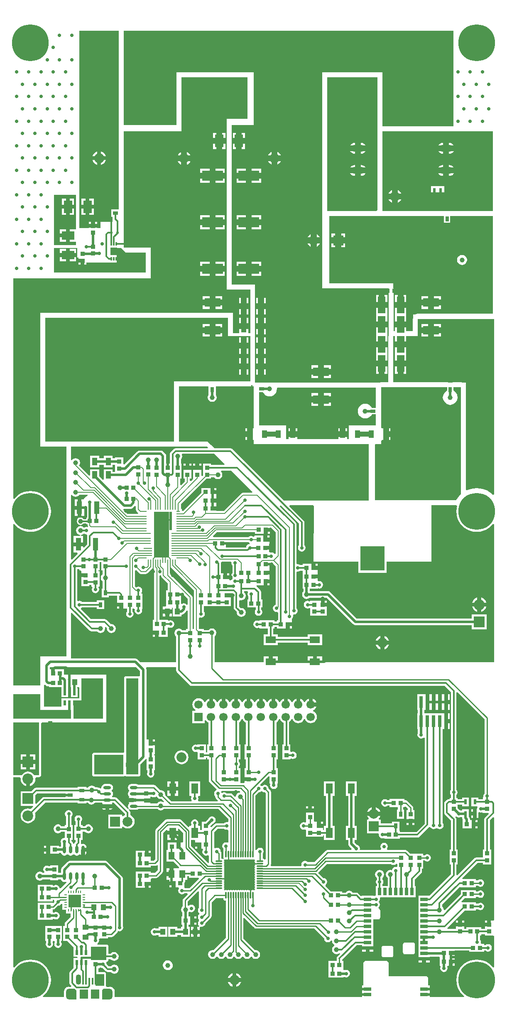
<source format=gtl>
G04 Layer_Physical_Order=1*
G04 Layer_Color=255*
%FSLAX44Y44*%
%MOMM*%
G71*
G01*
G75*
%ADD10R,1.8034X1.9050*%
%ADD11R,0.3500X1.3500*%
%ADD12R,0.4000X1.3500*%
%ADD13R,1.5000X0.7000*%
%ADD14R,0.7000X1.5000*%
%ADD15R,0.5000X0.4000*%
%ADD16R,0.3000X0.8000*%
%ADD17R,1.3500X1.6500*%
%ADD18R,0.6000X1.0000*%
%ADD19R,0.7500X1.0000*%
%ADD20R,0.8500X0.8500*%
%ADD21R,2.5000X1.7000*%
%ADD22C,1.0000*%
%ADD23R,0.5000X3.8300*%
%ADD24R,3.1500X9.3800*%
%ADD25R,0.2500X0.7000*%
%ADD26R,0.7000X0.2500*%
%ADD27R,1.8000X0.2500*%
%ADD28R,1.5000X0.2500*%
%ADD29R,0.8500X0.8500*%
%ADD30R,0.7000X1.0000*%
%ADD31R,1.4000X2.1000*%
%ADD32R,1.0000X1.2500*%
%ADD33R,1.2500X1.0000*%
G04:AMPARAMS|DCode=34|XSize=1.55mm|YSize=0.6mm|CornerRadius=0.3mm|HoleSize=0mm|Usage=FLASHONLY|Rotation=90.000|XOffset=0mm|YOffset=0mm|HoleType=Round|Shape=RoundedRectangle|*
%AMROUNDEDRECTD34*
21,1,1.5500,0.0000,0,0,90.0*
21,1,0.9500,0.6000,0,0,90.0*
1,1,0.6000,0.0000,0.4750*
1,1,0.6000,0.0000,-0.4750*
1,1,0.6000,0.0000,-0.4750*
1,1,0.6000,0.0000,0.4750*
%
%ADD34ROUNDEDRECTD34*%
%ADD35R,4.2000X2.1000*%
%ADD36R,3.2000X1.8000*%
%ADD37R,1.0000X0.6000*%
%ADD38R,1.0000X0.7500*%
%ADD39R,1.7000X2.5000*%
%ADD40R,2.6000X1.1000*%
%ADD41R,1.5000X3.3500*%
%ADD42R,1.1000X2.6000*%
%ADD43R,1.0000X1.6000*%
%ADD44R,5.0000X5.0000*%
%ADD45R,1.0000X1.5000*%
%ADD46R,2.1000X1.4000*%
%ADD47R,1.0000X0.7000*%
G04:AMPARAMS|DCode=48|XSize=1.55mm|YSize=0.6mm|CornerRadius=0.3mm|HoleSize=0mm|Usage=FLASHONLY|Rotation=180.000|XOffset=0mm|YOffset=0mm|HoleType=Round|Shape=RoundedRectangle|*
%AMROUNDEDRECTD48*
21,1,1.5500,0.0000,0,0,180.0*
21,1,0.9500,0.6000,0,0,180.0*
1,1,0.6000,-0.4750,0.0000*
1,1,0.6000,0.4750,0.0000*
1,1,0.6000,0.4750,0.0000*
1,1,0.6000,-0.4750,0.0000*
%
%ADD48ROUNDEDRECTD48*%
%ADD49R,0.7600X2.4000*%
%ADD50R,2.0000X3.2000*%
%ADD51R,0.5500X1.0000*%
%ADD52R,0.2800X0.6000*%
%ADD53R,0.6000X0.2800*%
%ADD54R,2.5000X2.5000*%
%ADD55R,1.2500X1.6000*%
%ADD56O,1.4000X0.3000*%
%ADD57O,0.3000X1.4000*%
%ADD58C,0.3500*%
%ADD59C,0.5000*%
%ADD60C,0.3000*%
%ADD61C,0.2000*%
%ADD62C,0.2500*%
%ADD63C,0.4000*%
%ADD64C,1.0000*%
%ADD65O,1.1000X2.1000*%
%ADD66O,1.2000X2.2000*%
G04:AMPARAMS|DCode=67|XSize=4mm|YSize=4mm|CornerRadius=1mm|HoleSize=0mm|Usage=FLASHONLY|Rotation=180.000|XOffset=0mm|YOffset=0mm|HoleType=Round|Shape=RoundedRectangle|*
%AMROUNDEDRECTD67*
21,1,4.0000,2.0000,0,0,180.0*
21,1,2.0000,4.0000,0,0,180.0*
1,1,2.0000,-1.0000,1.0000*
1,1,2.0000,1.0000,1.0000*
1,1,2.0000,1.0000,-1.0000*
1,1,2.0000,-1.0000,-1.0000*
%
%ADD67ROUNDEDRECTD67*%
%ADD68C,4.0000*%
%ADD69R,2.2000X2.2000*%
%ADD70C,2.2000*%
%ADD71C,7.5000*%
%ADD72O,2.7000X1.4000*%
%ADD73R,2.0000X2.0000*%
%ADD74C,2.0000*%
%ADD75C,1.7000*%
%ADD76R,1.7000X1.7000*%
%ADD77R,2.0000X2.0000*%
%ADD78C,2.0320*%
%ADD79C,0.7000*%
G36*
X-187500Y1500000D02*
X-199700D01*
Y1487500D01*
Y1475000D01*
X-187500D01*
Y1467500D01*
X-231969D01*
Y1570506D01*
X-187500D01*
Y1500000D01*
D02*
G37*
G36*
X-132500Y585000D02*
X-132500Y502500D01*
X-192500D01*
Y540000D01*
X-175969D01*
X-175969Y585000D01*
X-132500Y585000D01*
D02*
G37*
G36*
X-260000Y520000D02*
X-197500D01*
X-197500Y502500D01*
X-315000Y502500D01*
Y520000D01*
Y552500D01*
X-260000D01*
Y520000D01*
D02*
G37*
G36*
X-199000Y567250D02*
X-197596D01*
Y564250D01*
X-197719D01*
Y546250D01*
X-184219D01*
Y564250D01*
X-184342D01*
Y567250D01*
X-181000D01*
X-180047Y565645D01*
X-180047Y544078D01*
X-192500D01*
X-194061Y543768D01*
X-194088Y543750D01*
X-216719D01*
Y527500D01*
X-252250D01*
X-252250Y571080D01*
X-250250Y571908D01*
X-248655Y570314D01*
X-246505Y568877D01*
X-243969Y568373D01*
X-242250D01*
Y566750D01*
X-216596D01*
Y564250D01*
X-216719D01*
Y546250D01*
X-203219D01*
Y564250D01*
X-203342D01*
Y581165D01*
X-203714Y583038D01*
X-202517Y585038D01*
X-199000D01*
Y567250D01*
D02*
G37*
G36*
X-185000Y1442000D02*
X-182250D01*
Y1441750D01*
Y1440000D01*
X-174000D01*
Y1436000D01*
X-170000D01*
Y1427750D01*
X-165750D01*
Y1432092D01*
X-120500D01*
Y1432046D01*
X-104500D01*
Y1448046D01*
X-106500D01*
Y1461954D01*
X-99500D01*
Y1462000D01*
X-95000D01*
X-93388Y1460371D01*
X-92884Y1459616D01*
X-92168Y1459138D01*
X-86030Y1452934D01*
X-45000D01*
Y1412000D01*
X-232000D01*
X-232000Y1430697D01*
Y1462000D01*
X-185000D01*
Y1442000D01*
D02*
G37*
G36*
X53588Y763888D02*
Y685250D01*
X50598D01*
Y749500D01*
X50210Y751451D01*
X49105Y753105D01*
X5098Y797112D01*
Y809550D01*
X7098Y810379D01*
X53588Y763888D01*
D02*
G37*
G36*
X16892Y601500D02*
X17319Y599354D01*
X18535Y597535D01*
X45035Y571035D01*
X46854Y569819D01*
X49000Y569392D01*
X564677D01*
X577392Y556677D01*
Y357607D01*
X575935Y355426D01*
X575353Y352500D01*
X575935Y349574D01*
X577392Y347393D01*
Y341250D01*
X574750D01*
Y338608D01*
X573000D01*
X570854Y338181D01*
X569035Y336965D01*
X565035Y332965D01*
X563819Y331146D01*
X563392Y329000D01*
Y311500D01*
X563819Y309354D01*
X565035Y307535D01*
X577392Y295177D01*
Y236250D01*
X574750D01*
Y219750D01*
Y205750D01*
X577392D01*
Y185323D01*
X535357Y143287D01*
X533999Y142000D01*
Y142000D01*
X533999Y142000D01*
X510999D01*
Y127000D01*
Y115999D01*
Y105000D01*
Y94000D01*
Y82999D01*
Y72000D01*
Y60999D01*
Y49999D01*
Y39000D01*
Y27999D01*
Y16999D01*
Y16999D01*
X522500D01*
X533999D01*
Y17872D01*
X553215D01*
X554750Y16750D01*
Y15750D01*
X554750D01*
Y-750D01*
X555544D01*
X556151Y-2750D01*
X555935Y-3074D01*
X555353Y-6000D01*
X555935Y-8926D01*
X557593Y-11407D01*
X560074Y-13065D01*
X563000Y-13647D01*
X565926Y-13065D01*
X568407Y-11407D01*
X570065Y-8926D01*
X570647Y-6000D01*
X570065Y-3074D01*
X569849Y-2750D01*
X570456Y-750D01*
X573000D01*
Y7500D01*
X577000D01*
Y11500D01*
X585250D01*
Y15750D01*
X585250D01*
Y16750D01*
X585250D01*
Y21000D01*
X577000D01*
Y29000D01*
X585250D01*
Y29892D01*
X614220D01*
Y27250D01*
X644720D01*
Y29892D01*
X647893D01*
X650074Y28435D01*
X653000Y27853D01*
X655926Y28435D01*
X658407Y30092D01*
X660065Y32573D01*
X660647Y35500D01*
X660065Y38426D01*
X658407Y40907D01*
X655926Y42565D01*
X653000Y43147D01*
X650074Y42565D01*
X647893Y41107D01*
X644720D01*
Y43750D01*
X640040D01*
X638398Y45750D01*
X638647Y47000D01*
X638065Y49926D01*
X636608Y52107D01*
Y60750D01*
X639250D01*
Y63392D01*
X646750D01*
Y60750D01*
X663250D01*
Y60750D01*
X665000Y60146D01*
Y-4000D01*
X663000Y-4738D01*
X659436Y-564D01*
X654469Y3678D01*
X648899Y7091D01*
X642864Y9591D01*
X636512Y11116D01*
X630000Y11628D01*
X623488Y11116D01*
X617136Y9591D01*
X611101Y7091D01*
X605532Y3678D01*
X600564Y-564D01*
X596322Y-5531D01*
X592909Y-11101D01*
X590409Y-17136D01*
X588884Y-23488D01*
X588372Y-30000D01*
X588884Y-36512D01*
X590409Y-42864D01*
X592909Y-48899D01*
X596322Y-54468D01*
X600564Y-59436D01*
X604738Y-63000D01*
X604000Y-65000D01*
X533919D01*
Y-56000D01*
Y-41001D01*
X531078D01*
Y-26500D01*
X530768Y-24939D01*
X529884Y-23616D01*
X528561Y-22732D01*
X527000Y-22422D01*
X450078Y-22422D01*
X450078Y4500D01*
X449768Y6061D01*
X448884Y7384D01*
X447561Y8268D01*
X446000Y8578D01*
X403000Y8578D01*
X401439Y8268D01*
X400116Y7384D01*
X399232Y6061D01*
X398922Y4500D01*
X398922Y-41001D01*
X395999D01*
Y-56000D01*
Y-65000D01*
X-107233D01*
X-108054Y-64000D01*
Y-54000D01*
X-108830Y-50098D01*
X-111040Y-46790D01*
X-114348Y-44580D01*
X-118250Y-43804D01*
X-118841Y-43922D01*
X-124265Y-43922D01*
X-125913Y-42010D01*
X-125922Y-41922D01*
Y-18000D01*
X-126232Y-16439D01*
X-127116Y-15116D01*
X-128439Y-14232D01*
X-130000Y-13922D01*
X-141137D01*
Y-6250D01*
X-138750D01*
Y-4627D01*
X-136081D01*
X-135426Y-5065D01*
X-132854Y-5577D01*
X-126465Y-11965D01*
X-124646Y-13181D01*
X-122500Y-13608D01*
X-116077D01*
X-115489Y-14489D01*
X-112512Y-16478D01*
X-109000Y-17176D01*
X-105488Y-16478D01*
X-102511Y-14489D01*
X-100522Y-11512D01*
X-99824Y-8000D01*
X-100522Y-4488D01*
X-102511Y-1511D01*
X-105488Y478D01*
X-109000Y1176D01*
X-112512Y478D01*
X-115489Y-1511D01*
X-116077Y-2392D01*
X-120177D01*
X-124923Y2354D01*
X-125435Y4926D01*
X-125588Y5155D01*
X-124438Y7033D01*
X-123439Y7232D01*
X-122116Y8116D01*
X-121232Y9439D01*
X-120922Y11000D01*
Y12392D01*
X-116577D01*
X-115989Y11511D01*
X-113012Y9522D01*
X-109500Y8824D01*
X-105988Y9522D01*
X-103011Y11511D01*
X-101022Y14488D01*
X-100324Y18000D01*
X-101022Y21512D01*
X-103011Y24489D01*
X-105988Y26478D01*
X-109500Y27176D01*
X-113012Y26478D01*
X-115989Y24489D01*
X-116577Y23608D01*
X-120922D01*
X-120922Y38000D01*
X-121232Y39561D01*
X-122116Y40884D01*
X-123439Y41768D01*
X-125000Y42078D01*
X-143004Y42078D01*
X-143611Y44078D01*
X-142093Y45093D01*
X-140435Y47574D01*
X-139853Y50500D01*
X-140301Y52750D01*
X-139250Y54750D01*
X-138250D01*
Y54750D01*
X-121750D01*
Y57647D01*
X-115000D01*
X-112952Y58055D01*
X-111215Y59215D01*
X-102715Y67715D01*
X-101555Y69451D01*
X-101461Y69921D01*
X-101426Y69935D01*
X-98500Y69353D01*
X-95574Y69935D01*
X-93093Y71593D01*
X-91435Y74074D01*
X-90853Y77000D01*
X-91435Y79926D01*
X-91873Y80581D01*
Y177204D01*
X-92377Y179741D01*
X-93814Y181891D01*
X-122610Y210686D01*
X-124760Y212123D01*
X-127296Y212627D01*
X-199469D01*
X-202005Y212123D01*
X-204155Y210686D01*
X-215705Y199136D01*
X-217142Y196986D01*
X-217646Y194450D01*
Y188813D01*
X-217783Y188127D01*
X-223219D01*
Y203750D01*
X-239719D01*
Y202127D01*
X-242888D01*
X-243543Y202565D01*
X-246469Y203147D01*
X-249395Y202565D01*
X-251876Y200907D01*
X-253534Y198426D01*
X-254116Y195500D01*
X-253534Y192574D01*
X-251876Y190093D01*
X-252535Y188127D01*
X-254719D01*
X-257488Y189978D01*
X-261000Y190676D01*
X-264512Y189978D01*
X-267489Y187989D01*
X-269478Y185012D01*
X-270176Y181500D01*
X-269478Y177988D01*
X-267489Y175011D01*
X-264512Y173022D01*
X-261000Y172324D01*
X-257488Y173022D01*
X-254719Y174873D01*
X-239719D01*
Y173250D01*
X-223219D01*
Y174873D01*
X-217783D01*
X-217613Y174019D01*
X-216066Y171703D01*
X-213750Y170156D01*
X-211019Y169613D01*
X-208288Y170156D01*
X-207397Y170751D01*
X-206122Y169198D01*
X-218481Y156839D01*
X-220651Y157498D01*
X-220935Y158926D01*
X-222593Y161407D01*
X-225074Y163065D01*
X-228000Y163647D01*
X-230926Y163065D01*
X-231581Y162627D01*
X-234750D01*
Y164250D01*
X-265250D01*
Y147750D01*
X-265250D01*
Y146750D01*
X-265250D01*
Y130250D01*
X-234750D01*
Y133147D01*
X-232471D01*
X-231220Y131147D01*
X-231647Y129000D01*
X-231634Y128936D01*
X-233730Y126840D01*
X-234719Y127250D01*
Y127250D01*
X-265219D01*
Y110750D01*
X-265219D01*
X-265250Y109250D01*
X-265250D01*
X-265250Y108763D01*
Y92750D01*
X-234750D01*
Y94373D01*
X-231581D01*
X-230926Y93935D01*
X-228000Y93353D01*
X-225074Y93935D01*
X-222593Y95593D01*
X-220935Y98074D01*
X-220353Y101000D01*
X-220935Y103926D01*
X-222593Y106407D01*
X-225074Y108065D01*
X-228000Y108647D01*
X-230926Y108065D01*
X-231581Y107627D01*
X-233825D01*
X-234742Y109627D01*
X-234719Y110750D01*
X-234719D01*
X-234719Y111237D01*
Y113647D01*
X-234000D01*
X-231952Y114055D01*
X-230215Y115215D01*
X-224064Y121366D01*
X-224000Y121353D01*
X-221074Y121935D01*
X-218593Y123593D01*
X-217469Y125275D01*
X-215469Y124668D01*
Y113100D01*
X-207869D01*
Y105500D01*
X-197822D01*
Y99157D01*
X-208754Y88225D01*
X-209914Y86488D01*
X-210322Y84440D01*
Y80250D01*
X-213219D01*
Y63750D01*
Y49750D01*
X-204650D01*
X-192150Y37250D01*
X-192250Y35250D01*
X-192250D01*
Y17250D01*
X-184734D01*
X-183468Y15250D01*
X-183704Y14750D01*
X-192250D01*
Y-3250D01*
X-192250D01*
X-192150Y-5250D01*
X-198965Y-12066D01*
X-200181Y-13885D01*
X-200608Y-16031D01*
Y-36000D01*
X-200181Y-38146D01*
X-198965Y-39965D01*
X-196857Y-42074D01*
X-197622Y-43922D01*
X-201159Y-43922D01*
X-201750Y-43804D01*
X-205652Y-44580D01*
X-208960Y-46790D01*
X-211170Y-50098D01*
X-211946Y-54000D01*
Y-64000D01*
X-212767Y-65000D01*
X-254000D01*
X-254738Y-63000D01*
X-250564Y-59436D01*
X-246322Y-54468D01*
X-242909Y-48899D01*
X-240409Y-42864D01*
X-238884Y-36512D01*
X-238372Y-30000D01*
X-238884Y-23488D01*
X-240409Y-17136D01*
X-242909Y-11101D01*
X-246322Y-5531D01*
X-250564Y-564D01*
X-255532Y3678D01*
X-261101Y7091D01*
X-267136Y9591D01*
X-273488Y11116D01*
X-280000Y11628D01*
X-286512Y11116D01*
X-292864Y9591D01*
X-298899Y7091D01*
X-304468Y3678D01*
X-309436Y-564D01*
X-313000Y-4738D01*
X-315000Y-4000D01*
Y383422D01*
X-301151D01*
X-299832Y381918D01*
X-300129Y379660D01*
X-299614Y375745D01*
X-298102Y372095D01*
X-295698Y368962D01*
X-292565Y366558D01*
X-289000Y365081D01*
Y379660D01*
X-281000D01*
Y365081D01*
X-277435Y366558D01*
X-274302Y368962D01*
X-271897Y372095D01*
X-270386Y375745D01*
X-269870Y379660D01*
X-270168Y381918D01*
X-268849Y383422D01*
X-262500D01*
X-260939Y383732D01*
X-259616Y384616D01*
X-258732Y385939D01*
X-258422Y387500D01*
Y493000D01*
X-258422Y493000D01*
X-258422Y493000D01*
X-258422Y493586D01*
X-257008Y495000D01*
X-247500D01*
D01*
X-132500D01*
X-132500Y495000D01*
X-132482D01*
X-132482Y495000D01*
X-132482Y495000D01*
X-124982D01*
X-124982Y585000D01*
X-124982Y585000D01*
X-125000Y587000D01*
Y592538D01*
X-211750Y592538D01*
Y603250D01*
X-230000D01*
Y595000D01*
X-238000D01*
Y603250D01*
X-240873D01*
Y607500D01*
X-64373D01*
X-56627Y599755D01*
Y589963D01*
X-58303Y588858D01*
X-58627Y588805D01*
X-60000Y589078D01*
X-85000Y589078D01*
X-86561Y588768D01*
X-87884Y587884D01*
X-88768Y586561D01*
X-89078Y585000D01*
X-89078Y434735D01*
X-91000Y433078D01*
X-150000D01*
X-151561Y432768D01*
X-152884Y431884D01*
X-153768Y430561D01*
X-154078Y429000D01*
Y389000D01*
X-153768Y387439D01*
X-152884Y386116D01*
X-151561Y385232D01*
X-150000Y384922D01*
X-91000D01*
X-89439Y385232D01*
X-88116Y386116D01*
X-86470Y386116D01*
X-85147Y385232D01*
X-83586Y384921D01*
X-83586Y384922D01*
X-60000Y384922D01*
X-58439Y385232D01*
X-57116Y386116D01*
X-56232Y387439D01*
X-55922Y389000D01*
Y409706D01*
X-45314Y420314D01*
X-44948Y420862D01*
X-42948Y420255D01*
Y411250D01*
Y397250D01*
X-41325D01*
Y393581D01*
X-41762Y392926D01*
X-42344Y390000D01*
X-41762Y387074D01*
X-40105Y384593D01*
X-37624Y382935D01*
X-34698Y382353D01*
X-31771Y382935D01*
X-29290Y384593D01*
X-27633Y387074D01*
X-27051Y390000D01*
X-27633Y392926D01*
X-28070Y393581D01*
Y397250D01*
X-26448D01*
Y411250D01*
Y427750D01*
X-28070D01*
Y429750D01*
X-26448D01*
Y443750D01*
Y448000D01*
X-34698D01*
Y452000D01*
X-38698D01*
Y460250D01*
X-41373D01*
X-42948Y460250D01*
X-43373Y462074D01*
Y602500D01*
X-43877Y605036D01*
X-44187Y605500D01*
X-43118Y607500D01*
X16892D01*
Y601500D01*
D02*
G37*
G36*
X-100000Y1905000D02*
X-100000Y1540750D01*
X-115500D01*
Y1525250D01*
X-113000D01*
Y1515000D01*
X-115000Y1515000D01*
X-137500Y1515000D01*
Y1502500D01*
X-144250D01*
Y1503000D01*
X-152500D01*
X-160750D01*
Y1502500D01*
X-180000Y1502500D01*
X-180000Y1905000D01*
X-100000Y1905000D01*
D02*
G37*
G36*
X645647Y501783D02*
Y350443D01*
X645593Y350407D01*
X643935Y347926D01*
X643353Y345000D01*
X643701Y343250D01*
X642750Y341250D01*
X642750D01*
Y338569D01*
X633111D01*
Y341962D01*
X619111D01*
Y332962D01*
Y323962D01*
X630290D01*
X631233Y322198D01*
X630935Y321752D01*
X630353Y318826D01*
X630111Y318531D01*
Y308962D01*
Y299962D01*
X633111D01*
Y310951D01*
X634875Y311894D01*
X635074Y311761D01*
X638000Y311179D01*
X640750Y311726D01*
X641066Y311684D01*
X642750Y310750D01*
Y310750D01*
X653668D01*
X654433Y308902D01*
X646996Y301465D01*
X645781Y299646D01*
X645354Y297500D01*
Y236250D01*
X642712D01*
Y219608D01*
X629000D01*
X626854Y219181D01*
X625035Y217965D01*
X590608Y183538D01*
X588608Y184367D01*
Y205750D01*
X591250D01*
Y219750D01*
Y236250D01*
X588608D01*
Y297500D01*
X588181Y299646D01*
X586965Y301465D01*
X586577Y301853D01*
X587852Y303407D01*
X590112Y301897D01*
X593038Y301315D01*
X595965Y301897D01*
X596619Y302334D01*
X600111D01*
Y299962D01*
X600491D01*
X600988Y297464D01*
X601361Y295703D01*
X601361D01*
X601361Y295703D01*
Y279203D01*
X619611D01*
Y287453D01*
Y295703D01*
X616238D01*
Y297500D01*
X615734Y300036D01*
X614297Y302186D01*
X614111Y302372D01*
Y317962D01*
X600111D01*
Y315589D01*
X596619D01*
X595965Y316026D01*
X595192Y316180D01*
X591250Y320122D01*
Y327392D01*
X600111D01*
Y323962D01*
X614112D01*
Y332962D01*
Y341962D01*
X600111D01*
Y338608D01*
X591250D01*
Y341250D01*
X588608D01*
Y347393D01*
X590065Y349574D01*
X590647Y352500D01*
X590065Y355426D01*
X588608Y357607D01*
Y556209D01*
X590456Y556974D01*
X645647Y501783D01*
D02*
G37*
G36*
X427304Y1710000D02*
X427500Y1709015D01*
Y1700984D01*
X427304Y1700000D01*
Y1539500D01*
X425304Y1537500D01*
X325196Y1537500D01*
X325196Y1809804D01*
X427304Y1809804D01*
X427304Y1710000D01*
D02*
G37*
G36*
X662500Y1537500D02*
X572500D01*
Y1537500D01*
X527500D01*
D01*
X437500D01*
Y1700000D01*
X662500Y1700000D01*
X662500Y1537500D01*
D02*
G37*
G36*
X-262500Y493000D02*
Y387500D01*
X-272108D01*
X-274302Y390358D01*
X-277435Y392763D01*
X-281084Y394274D01*
X-285000Y394790D01*
X-288916Y394274D01*
X-292565Y392763D01*
X-295698Y390358D01*
X-297891Y387500D01*
X-315000D01*
X-315000Y495000D01*
X-262500D01*
X-262500Y493000D01*
D02*
G37*
G36*
X662500Y1327696D02*
X510000Y1327696D01*
X506098Y1326920D01*
X504722Y1326000D01*
X500000D01*
Y1318485D01*
X499804Y1317500D01*
Y1292696D01*
X486250D01*
Y1299750D01*
X474750D01*
X463250D01*
Y1292696D01*
X460196D01*
X460196Y1370000D01*
X460196Y1370000D01*
X460196Y1370000D01*
X460196Y1380000D01*
X460000Y1380983D01*
X460000Y1390000D01*
X450986D01*
X450000Y1390196D01*
X329470Y1390196D01*
X329470Y1527000D01*
X563250Y1527000D01*
Y1513500D01*
X575750D01*
Y1527000D01*
X662500D01*
X662500Y1327696D01*
D02*
G37*
G36*
X-91000Y389000D02*
X-150000D01*
Y429000D01*
X-91000D01*
Y389000D01*
D02*
G37*
G36*
X-60000Y389000D02*
X-83586Y389000D01*
X-85000Y390414D01*
X-85000Y585000D01*
X-60000Y585000D01*
X-60000Y389000D01*
D02*
G37*
G36*
X40402Y747388D02*
Y735413D01*
X38402Y734806D01*
X38001Y735407D01*
X35520Y737065D01*
X32593Y737647D01*
X29667Y737065D01*
X29014Y736628D01*
X27250Y737571D01*
Y747750D01*
Y757927D01*
X29098Y758693D01*
X40402Y747388D01*
D02*
G37*
G36*
X665000Y960193D02*
X663000Y959282D01*
X658006Y963547D01*
X651631Y967454D01*
X644724Y970315D01*
X637454Y972060D01*
X630000Y972647D01*
X622546Y972060D01*
X615276Y970315D01*
X609696Y968003D01*
X607696Y969340D01*
X607696Y1178500D01*
X607500Y1179485D01*
Y1187500D01*
X602030D01*
X601402Y1187920D01*
X597500Y1188696D01*
X582250D01*
X578348Y1187920D01*
X577720Y1187500D01*
X574280D01*
X573652Y1187920D01*
X569750Y1188696D01*
X460000Y1188696D01*
Y1282500D01*
X463250D01*
Y1271750D01*
X474750D01*
X486250D01*
Y1282500D01*
X510000D01*
Y1317500D01*
X665000Y1317500D01*
X665000Y960193D01*
D02*
G37*
G36*
X82044Y1055455D02*
X81279Y1053608D01*
X16000D01*
X13854Y1053181D01*
X12035Y1051965D01*
X6035Y1045965D01*
X4819Y1044146D01*
X4392Y1042000D01*
Y1022250D01*
X-3373D01*
Y1038000D01*
X-3877Y1040536D01*
X-5314Y1042686D01*
X-9814Y1047186D01*
X-11964Y1048623D01*
X-14500Y1049127D01*
X-57500D01*
X-60036Y1048623D01*
X-62186Y1047186D01*
X-88750Y1020622D01*
X-90750Y1021451D01*
Y1034750D01*
X-107250D01*
Y1033377D01*
X-112500D01*
Y1038250D01*
X-130500D01*
Y1033377D01*
X-140000D01*
Y1038250D01*
X-158000D01*
Y1015250D01*
X-140000D01*
Y1020123D01*
X-130500D01*
Y1015250D01*
X-112500D01*
Y1020123D01*
X-107250D01*
Y1005877D01*
X-112500D01*
Y1010750D01*
X-130500D01*
Y990486D01*
X-132348Y989720D01*
X-140000Y997373D01*
Y1010750D01*
X-158000D01*
Y998630D01*
X-159848Y997865D01*
X-180904Y1018921D01*
X-179522Y1020988D01*
X-178824Y1024500D01*
X-179522Y1028012D01*
X-181511Y1030989D01*
X-184488Y1032978D01*
X-188000Y1033676D01*
X-191512Y1032978D01*
X-194489Y1030989D01*
X-195500Y1029475D01*
X-197500Y1030081D01*
X-197500Y1057500D01*
X80000Y1057500D01*
X82044Y1055455D01*
D02*
G37*
G36*
X116045Y1021456D02*
X115279Y1019608D01*
X88250D01*
Y1022250D01*
X71750D01*
Y1005750D01*
Y998960D01*
X70098Y997307D01*
X68250Y998073D01*
Y1005750D01*
Y1010000D01*
X51750D01*
Y1005750D01*
Y991750D01*
X51750Y991750D01*
X51750D01*
X50586Y990296D01*
X46946Y986655D01*
X45098Y987421D01*
Y991750D01*
X48250D01*
Y1005750D01*
Y1010000D01*
X31750D01*
Y1005750D01*
Y991750D01*
X34902D01*
Y986112D01*
X26946Y978155D01*
X25098Y978921D01*
Y991750D01*
X28250D01*
Y1005750D01*
Y1022250D01*
X26627D01*
Y1031221D01*
X28477Y1033990D01*
X29176Y1037502D01*
X28601Y1040392D01*
X29778Y1042392D01*
X95108D01*
X116045Y1021456D01*
D02*
G37*
G36*
X597500Y959934D02*
X596123Y958877D01*
X588509Y948955D01*
X588113Y948000D01*
X422486Y948000D01*
X422453Y1061086D01*
X423867Y1062500D01*
X430000Y1062500D01*
X435000D01*
Y1068908D01*
X437000Y1070500D01*
X438984D01*
Y1082500D01*
Y1094500D01*
X437000D01*
X435984Y1094500D01*
X435000Y1096092D01*
X435000Y1126500D01*
X435000D01*
Y1149500D01*
X435000Y1178500D01*
X569750Y1178500D01*
Y1171364D01*
X565186Y1168314D01*
X561870Y1163353D01*
X560706Y1157500D01*
X561870Y1151647D01*
X565186Y1146686D01*
X570147Y1143370D01*
X576000Y1142206D01*
X581853Y1143370D01*
X586814Y1146686D01*
X590130Y1151647D01*
X591294Y1157500D01*
X590130Y1163353D01*
X586814Y1168314D01*
X582250Y1171364D01*
Y1178500D01*
X597500D01*
X597500Y959934D01*
D02*
G37*
G36*
X122500Y1320000D02*
Y1282500D01*
X168590Y1282500D01*
X168590Y1190000D01*
X93590D01*
Y1190000D01*
X48590D01*
D01*
X12500D01*
Y1067500D01*
X-249698Y1067500D01*
X-249697Y1320000D01*
X122500Y1320000D01*
D02*
G37*
G36*
X423866Y1177500D02*
X423867Y1135750D01*
X416147D01*
X415602Y1137065D01*
X413198Y1140198D01*
X410065Y1142602D01*
X406416Y1144114D01*
X402500Y1144629D01*
X398584Y1144114D01*
X394935Y1142602D01*
X391802Y1140198D01*
X389398Y1137065D01*
X387886Y1133416D01*
X387371Y1129500D01*
X387886Y1125584D01*
X389398Y1121935D01*
X391802Y1118802D01*
X394935Y1116397D01*
X398584Y1114886D01*
X402500Y1114370D01*
X406416Y1114886D01*
X410065Y1116397D01*
X413198Y1118802D01*
X415602Y1121935D01*
X416147Y1123250D01*
X423867D01*
X423867Y1100000D01*
X369470D01*
Y1072696D01*
X365484D01*
Y1076500D01*
X356484D01*
X347484D01*
Y1072696D01*
X264000D01*
Y1076500D01*
X255000D01*
X246000D01*
Y1072696D01*
X241068D01*
Y1100000D01*
X186000D01*
X186000Y1168250D01*
X193853D01*
X194398Y1166935D01*
X196802Y1163802D01*
X199935Y1161397D01*
X203584Y1159886D01*
X207500Y1159371D01*
X211416Y1159886D01*
X215065Y1161397D01*
X218198Y1163802D01*
X220602Y1166935D01*
X222114Y1170584D01*
X222629Y1174500D01*
X222432Y1175996D01*
X223751Y1177500D01*
X423866Y1177500D01*
D02*
G37*
G36*
X172750Y1180000D02*
X175000D01*
X175000Y1110000D01*
X175000Y1094500D01*
X173500D01*
Y1082500D01*
Y1070500D01*
X175000D01*
Y1062500D01*
X410000D01*
Y947500D01*
X236669Y947500D01*
X131959Y1052209D01*
X127750Y1053953D01*
X95289D01*
X80433Y1067500D01*
X22500Y1067500D01*
X22500Y1180000D01*
X82840D01*
Y1164500D01*
X82840D01*
X83107Y1162500D01*
X82112Y1161012D01*
X81414Y1157500D01*
X82112Y1153988D01*
X84101Y1151011D01*
X87078Y1149022D01*
X90590Y1148324D01*
X94102Y1149022D01*
X97079Y1151011D01*
X99068Y1153988D01*
X99766Y1157500D01*
X99068Y1161012D01*
X98073Y1162500D01*
X98340Y1164500D01*
X98340D01*
Y1180000D01*
X169750D01*
Y1182500D01*
X172750D01*
Y1180000D01*
D02*
G37*
G36*
X172554Y964946D02*
X171789Y963098D01*
X153590D01*
X151639Y962710D01*
X149985Y961605D01*
X114103Y925723D01*
X99250D01*
Y927000D01*
X91000D01*
Y935000D01*
X99250D01*
Y938750D01*
X99250D01*
Y943000D01*
X91000D01*
Y951000D01*
X99250D01*
Y955250D01*
X99250Y955250D01*
Y956250D01*
X99250D01*
X99250Y957250D01*
Y960500D01*
X91000D01*
Y964500D01*
X87000D01*
Y972750D01*
X68750D01*
Y963460D01*
X31000Y925710D01*
X29000Y926538D01*
Y930250D01*
X26598D01*
Y939388D01*
X78960Y991750D01*
X88250D01*
Y994902D01*
X94582D01*
X95511Y993511D01*
X98488Y991522D01*
X102000Y990824D01*
X105512Y991522D01*
X108489Y993511D01*
X110478Y996488D01*
X111176Y1000000D01*
X110478Y1003512D01*
X108553Y1006392D01*
X108752Y1007356D01*
X109066Y1008392D01*
X129108D01*
X172554Y964946D01*
D02*
G37*
G36*
X589945Y935929D02*
X588884Y931512D01*
X588372Y925000D01*
X588884Y918488D01*
X590409Y912136D01*
X592909Y906101D01*
X596322Y900531D01*
X600564Y895564D01*
X605532Y891322D01*
X611101Y887909D01*
X617136Y885409D01*
X623488Y883884D01*
X630000Y883372D01*
X636512Y883884D01*
X642864Y885409D01*
X648899Y887909D01*
X654469Y891322D01*
X659436Y895564D01*
X663000Y899738D01*
X665000Y899000D01*
Y617500D01*
X314500Y617500D01*
Y629500D01*
X304000D01*
Y618500D01*
X296000D01*
Y629500D01*
X285500D01*
Y617500D01*
X224500D01*
Y629500D01*
X214000D01*
Y618500D01*
X206000D01*
Y629500D01*
X195500D01*
Y617500D01*
X95419Y617500D01*
Y670296D01*
X96489Y671011D01*
X98478Y673988D01*
X99176Y677500D01*
X98478Y681012D01*
X96489Y683989D01*
X93512Y685978D01*
X90000Y686676D01*
X86488Y685978D01*
X83511Y683989D01*
X82923Y683108D01*
X73750D01*
Y685250D01*
X64460D01*
X63784Y685925D01*
Y707574D01*
X65784Y708794D01*
X68000Y708353D01*
X70926Y708935D01*
X73407Y710593D01*
X75065Y713074D01*
X75647Y716000D01*
X75065Y718926D01*
X73608Y721107D01*
Y731750D01*
X76250D01*
Y731750D01*
X77250D01*
Y731750D01*
X93750D01*
Y731750D01*
X94750D01*
Y731750D01*
X111250D01*
Y731750D01*
X112250Y731750D01*
Y731750D01*
X128750D01*
Y745750D01*
Y750000D01*
X120500D01*
Y758000D01*
X128750D01*
Y758392D01*
X132427D01*
X134392Y756427D01*
Y729000D01*
X134819Y726854D01*
X136035Y725035D01*
X141030Y720039D01*
X140824Y719000D01*
X141522Y715488D01*
X143511Y712511D01*
X146488Y710522D01*
X150000Y709824D01*
X153512Y710522D01*
X156489Y712511D01*
X158478Y715488D01*
X159176Y719000D01*
X158478Y722512D01*
X156489Y725489D01*
X153512Y727478D01*
X150000Y728176D01*
X148961Y727970D01*
X145608Y731323D01*
Y742888D01*
X147608Y744299D01*
X150000Y743824D01*
X153512Y744522D01*
X156489Y746511D01*
X158478Y749488D01*
X159176Y753000D01*
X158478Y756512D01*
X156489Y759489D01*
X155608Y760077D01*
Y762392D01*
X162461D01*
X163404Y760628D01*
X162935Y759926D01*
X162353Y757000D01*
X162935Y754074D01*
X164392Y751893D01*
Y745750D01*
X162250D01*
Y729250D01*
X179392D01*
Y725107D01*
X177935Y722926D01*
X177353Y720000D01*
X177935Y717074D01*
X179593Y714593D01*
X182074Y712935D01*
X185000Y712353D01*
X187926Y712935D01*
X190407Y714593D01*
X192065Y717074D01*
X192647Y720000D01*
X192065Y722926D01*
X190608Y725107D01*
Y729250D01*
X192750D01*
Y745750D01*
X190108D01*
Y760750D01*
X189681Y762896D01*
X188465Y764715D01*
X181215Y771965D01*
X180789Y772250D01*
X181396Y774250D01*
X195500D01*
Y782500D01*
X199500D01*
Y786500D01*
X207750D01*
Y790750D01*
X207750D01*
Y791750D01*
X207750D01*
Y796000D01*
X199500D01*
Y804000D01*
X207750D01*
Y808250D01*
X207750D01*
Y809250D01*
X207750D01*
Y819902D01*
X213388D01*
X219902Y813388D01*
Y734730D01*
X219074Y734565D01*
X216593Y732907D01*
X214935Y730426D01*
X214353Y727500D01*
X214935Y724574D01*
X216593Y722093D01*
X219074Y720435D01*
X222000Y719853D01*
X223346Y720121D01*
X224892Y718852D01*
Y703250D01*
X222250D01*
Y700608D01*
X217750D01*
Y703250D01*
X187250D01*
Y702918D01*
X185250Y701849D01*
X184926Y702065D01*
X182000Y702647D01*
X179074Y702065D01*
X176593Y700407D01*
X174935Y697926D01*
X174353Y695000D01*
X174935Y692074D01*
X176593Y689593D01*
X179074Y687935D01*
X182000Y687353D01*
X184926Y687935D01*
X185250Y688151D01*
X187250Y687082D01*
Y686750D01*
X203892D01*
Y674500D01*
X195500D01*
Y652500D01*
X224500D01*
Y657892D01*
X285500D01*
Y652500D01*
X314500D01*
Y674500D01*
X285500D01*
Y669108D01*
X224500D01*
Y674500D01*
X215108D01*
Y686750D01*
X217750D01*
Y689392D01*
X222250D01*
Y686750D01*
X240500D01*
Y695000D01*
X244500D01*
Y699000D01*
X252750D01*
Y703250D01*
X252750D01*
X252839Y705213D01*
X253407Y705593D01*
X255065Y708074D01*
X255647Y711000D01*
X255215Y713169D01*
X256459Y714731D01*
X256755Y714902D01*
X257000Y714853D01*
X259926Y715435D01*
X262407Y717093D01*
X264065Y719574D01*
X264647Y722500D01*
X264065Y725426D01*
X262608Y727607D01*
Y801253D01*
X264154Y802521D01*
X265000Y802353D01*
X267926Y802935D01*
X270107Y804392D01*
X274750D01*
Y801750D01*
X274750D01*
Y800750D01*
X274750D01*
Y784250D01*
X274750D01*
Y783750D01*
X274750D01*
Y767250D01*
X276373D01*
Y762281D01*
X274522Y759512D01*
X273824Y756000D01*
X274522Y752488D01*
X276511Y749511D01*
X279488Y747522D01*
X283000Y746824D01*
X286512Y747522D01*
X289281Y749373D01*
X323755D01*
X377814Y695314D01*
X379964Y693877D01*
X382500Y693373D01*
X620000D01*
Y685000D01*
X650000D01*
Y715000D01*
X620000D01*
Y706627D01*
X385245D01*
X331186Y760686D01*
X329036Y762123D01*
X326500Y762627D01*
X289627D01*
Y767250D01*
X305250D01*
Y767250D01*
X307250Y768201D01*
X309000Y767853D01*
X311926Y768435D01*
X314407Y770093D01*
X316065Y772574D01*
X316647Y775500D01*
X316065Y778426D01*
X314407Y780907D01*
X311926Y782565D01*
X309000Y783147D01*
X307250Y782799D01*
X305250Y783750D01*
Y784250D01*
X305250D01*
Y788500D01*
X297000D01*
Y796500D01*
X305250D01*
Y800750D01*
X305250D01*
Y801750D01*
X305250D01*
Y806000D01*
X297000D01*
Y810000D01*
X293000D01*
Y818250D01*
X274750D01*
Y815608D01*
X270107D01*
X267926Y817065D01*
X265000Y817647D01*
X264154Y817479D01*
X262608Y818747D01*
Y898590D01*
X262181Y900736D01*
X260965Y902555D01*
X228262Y935258D01*
X229011Y937179D01*
X230481Y937338D01*
X267392Y900427D01*
Y856107D01*
X265935Y853926D01*
X265353Y851000D01*
X265935Y848074D01*
X267593Y845593D01*
X270074Y843935D01*
X273000Y843353D01*
X275926Y843935D01*
X278407Y845593D01*
X280065Y848074D01*
X280647Y851000D01*
X280065Y853926D01*
X278608Y856107D01*
Y902750D01*
X278181Y904896D01*
X276965Y906715D01*
X248028Y935652D01*
X248794Y937500D01*
X296219D01*
X297631Y936084D01*
X297264Y822500D01*
X388500Y822500D01*
Y800000D01*
X446500D01*
Y822500D01*
X537500Y822500D01*
X537500Y937500D01*
X588707D01*
X589945Y935929D01*
D02*
G37*
G36*
X130023Y820856D02*
X129853Y820000D01*
X130435Y817074D01*
X131892Y814893D01*
Y800107D01*
X130435Y797926D01*
X129853Y795000D01*
X130435Y792074D01*
X132093Y789593D01*
Y787907D01*
X130603Y785678D01*
X130409Y785652D01*
X127125Y784292D01*
X127044Y784230D01*
X125250Y785115D01*
Y787000D01*
X117000D01*
Y791000D01*
X113000D01*
Y799250D01*
X108608D01*
Y819000D01*
X108329Y820402D01*
X109384Y822111D01*
X109747Y822402D01*
X128755D01*
X130023Y820856D01*
D02*
G37*
G36*
X-135750Y804750D02*
X-133108D01*
Y797077D01*
X-133989Y796489D01*
X-135978Y793512D01*
X-136676Y790000D01*
X-135978Y786488D01*
X-133989Y783511D01*
X-133108Y782923D01*
Y768000D01*
X-135000D01*
Y750000D01*
X-120000D01*
Y753392D01*
X-103250D01*
Y740750D01*
Y739000D01*
X-95000D01*
Y735000D01*
X-91000D01*
Y726750D01*
X-86750D01*
Y726750D01*
X-85750D01*
Y726750D01*
X-83108D01*
Y721107D01*
X-84565Y718926D01*
X-85147Y716000D01*
X-84565Y713074D01*
X-82907Y710593D01*
X-80426Y708935D01*
X-77500Y708353D01*
X-74574Y708935D01*
X-72093Y710593D01*
X-70435Y713074D01*
X-69853Y716000D01*
X-70435Y718926D01*
X-71892Y721107D01*
Y726750D01*
X-69250D01*
Y726750D01*
X-68250D01*
X-67299Y724750D01*
X-67647Y723000D01*
X-67065Y720074D01*
X-65407Y717593D01*
X-62926Y715935D01*
X-60000Y715353D01*
X-57074Y715935D01*
X-54593Y717593D01*
X-52935Y720074D01*
X-52353Y723000D01*
X-52701Y724750D01*
X-51750Y726750D01*
X-51750D01*
Y740750D01*
Y757250D01*
X-53525D01*
X-54154Y759250D01*
X-52935Y761074D01*
X-52353Y764000D01*
X-52935Y766926D01*
X-54593Y769407D01*
X-57074Y771065D01*
X-60000Y771647D01*
X-62926Y771065D01*
X-64083Y770292D01*
X-66902Y773112D01*
Y804155D01*
X-65356Y805424D01*
X-65000Y805353D01*
X-64635Y805426D01*
X-58105Y798895D01*
X-56451Y797790D01*
X-54500Y797402D01*
X-45343D01*
X-43392Y797790D01*
X-41738Y798895D01*
X-31593Y809041D01*
X-31278Y809126D01*
X-30785Y809129D01*
X-29246Y808855D01*
X-28605Y807895D01*
X-27598Y806888D01*
Y703750D01*
X-30750D01*
Y687250D01*
X-30750D01*
Y686250D01*
X-30750D01*
Y682000D01*
X-22500D01*
Y678000D01*
X-18500D01*
Y669750D01*
X-250D01*
Y686250D01*
X-250D01*
Y687250D01*
X1156Y688668D01*
X1750Y688985D01*
X2574Y688435D01*
X5500Y687853D01*
X8426Y688435D01*
X10907Y690093D01*
X12565Y692574D01*
X13147Y695500D01*
X12565Y698426D01*
X10907Y700907D01*
X8426Y702565D01*
X5500Y703147D01*
X2574Y702565D01*
X1750Y702014D01*
X-250Y703083D01*
Y703750D01*
X-17402D01*
Y793495D01*
X-15868Y794827D01*
X-14024Y794630D01*
X-13710Y793049D01*
X-12605Y791395D01*
X-98Y778888D01*
Y764250D01*
X-3250D01*
Y747750D01*
Y733250D01*
X-3250Y731750D01*
X-5043Y731250D01*
X-10000D01*
Y725000D01*
X-1000D01*
X8000D01*
Y728873D01*
X9000Y729419D01*
X10000Y728873D01*
Y710750D01*
X28000D01*
Y714463D01*
X30083Y714877D01*
X32233Y716314D01*
X37280Y721360D01*
X38402Y723040D01*
X40402Y722514D01*
Y685250D01*
X37250D01*
Y682608D01*
X29577D01*
X28989Y683489D01*
X26012Y685478D01*
X22500Y686176D01*
X18988Y685478D01*
X16011Y683489D01*
X14022Y680512D01*
X13324Y677000D01*
X14022Y673488D01*
X16011Y670511D01*
X16892Y669923D01*
Y617500D01*
X-55628Y617500D01*
X-61314Y623186D01*
X-63464Y624623D01*
X-66000Y625127D01*
X-197500D01*
X-197500Y717956D01*
X-195652Y718722D01*
X-159058Y682127D01*
X-157239Y680912D01*
X-155092Y680485D01*
X-144077D01*
X-143489Y679604D01*
X-140512Y677615D01*
X-137000Y676916D01*
X-133488Y677615D01*
X-130511Y679604D01*
X-128522Y682581D01*
X-127824Y686092D01*
X-128336Y688670D01*
X-126493Y689655D01*
X-123970Y687132D01*
X-124176Y686092D01*
X-123478Y682581D01*
X-121489Y679604D01*
X-118512Y677615D01*
X-115000Y676916D01*
X-111488Y677615D01*
X-108511Y679604D01*
X-106522Y682581D01*
X-105824Y686092D01*
X-106522Y689604D01*
X-108511Y692581D01*
X-111488Y694570D01*
X-115000Y695269D01*
X-116039Y695062D01*
X-124942Y703965D01*
X-126762Y705181D01*
X-128908Y705608D01*
X-156677D01*
X-177113Y726043D01*
X-176536Y728295D01*
X-174893Y729392D01*
X-144500D01*
Y726000D01*
X-129500D01*
Y744000D01*
X-144500D01*
Y740608D01*
X-174893D01*
X-177074Y742065D01*
X-180000Y742647D01*
X-182392Y742171D01*
X-184392Y743308D01*
Y807392D01*
X-180250D01*
Y804750D01*
X-177457D01*
X-176250Y803250D01*
Y799000D01*
X-168000D01*
Y791000D01*
X-176250D01*
Y786750D01*
Y772750D01*
X-159750D01*
Y775392D01*
X-155750D01*
Y772250D01*
X-154723D01*
X-153680Y770250D01*
X-154565Y768926D01*
X-155147Y766000D01*
X-154565Y763074D01*
X-152907Y760593D01*
X-150426Y758935D01*
X-147500Y758353D01*
X-144574Y758935D01*
X-142093Y760593D01*
X-140435Y763074D01*
X-139853Y766000D01*
X-140435Y768926D01*
X-141320Y770250D01*
X-140277Y772250D01*
X-139250D01*
Y786250D01*
Y802750D01*
X-141892D01*
Y804750D01*
X-139250D01*
Y821392D01*
X-135750D01*
Y804750D01*
D02*
G37*
G36*
X164593Y862093D02*
X166845Y860588D01*
X166900Y859674D01*
X166634Y858506D01*
X164414Y858065D01*
X161933Y856407D01*
X160275Y853926D01*
X159814Y851608D01*
X120781D01*
X118840Y851750D01*
Y862402D01*
X164386D01*
X164593Y862093D01*
D02*
G37*
G36*
X-65098Y935201D02*
Y929000D01*
X-64710Y927049D01*
X-63605Y925395D01*
X-60307Y922098D01*
X-61136Y920098D01*
X-82081D01*
X-90643Y928660D01*
X-89658Y930503D01*
X-89000Y930373D01*
X-75500D01*
X-72964Y930877D01*
X-70814Y932314D01*
X-67098Y936030D01*
X-65098Y935201D01*
D02*
G37*
G36*
X-194489Y957511D02*
X-191512Y955522D01*
X-188000Y954824D01*
X-184488Y955522D01*
X-181511Y957511D01*
X-180582Y958902D01*
X-163527D01*
X-163129Y956902D01*
X-165808Y955792D01*
X-168628Y953628D01*
X-170792Y950808D01*
X-171334Y949500D01*
X-176000D01*
Y932500D01*
Y915500D01*
X-170500D01*
Y933736D01*
X-169377Y934117D01*
X-168500Y934273D01*
X-165808Y932208D01*
X-164098Y931499D01*
Y912000D01*
X-166250D01*
Y909078D01*
X-171705D01*
X-172593Y910407D01*
X-175074Y912065D01*
X-178000Y912647D01*
X-180926Y912065D01*
X-183407Y910407D01*
X-185065Y907926D01*
X-185647Y905000D01*
X-185065Y902074D01*
X-183407Y899593D01*
X-180926Y897935D01*
X-178000Y897353D01*
X-175074Y897935D01*
X-172593Y899593D01*
X-171705Y900922D01*
X-166250D01*
Y898500D01*
X-163069D01*
Y896500D01*
X-162797Y895134D01*
X-162731Y895036D01*
X-163934Y893236D01*
X-166000Y893647D01*
X-168926Y893065D01*
X-170980Y891693D01*
X-171511Y892489D01*
X-174488Y894478D01*
X-178000Y895176D01*
X-181512Y894478D01*
X-184489Y892489D01*
X-186478Y889512D01*
X-187176Y886000D01*
X-186478Y882488D01*
X-184489Y879511D01*
X-181512Y877522D01*
X-178886Y877000D01*
X-179083Y875000D01*
X-192000D01*
Y862000D01*
X-182500D01*
X-173000D01*
Y875000D01*
X-176917D01*
X-177114Y877000D01*
X-174488Y877522D01*
X-171511Y879511D01*
X-170980Y880307D01*
X-168926Y878935D01*
X-166000Y878353D01*
X-165746Y878404D01*
X-165194Y877960D01*
X-164278Y876656D01*
X-164608Y875000D01*
Y858323D01*
X-171152Y851778D01*
X-173000Y852544D01*
Y854000D01*
X-182500D01*
X-192000D01*
Y841000D01*
X-184544D01*
X-183778Y839152D01*
X-195652Y827278D01*
X-197500Y828044D01*
X-197500Y958418D01*
X-195500Y959025D01*
X-194489Y957511D01*
D02*
G37*
G36*
X219902Y882888D02*
Y838720D01*
X219481Y838320D01*
X217080Y838401D01*
X216407Y839407D01*
X213926Y841065D01*
X211000Y841647D01*
X209250Y841299D01*
X207250Y842250D01*
X206750Y842750D01*
Y847000D01*
X198500D01*
Y855000D01*
X206750D01*
Y859250D01*
X207250Y859250D01*
Y863500D01*
X199000D01*
Y867500D01*
X195000D01*
Y875750D01*
X176750D01*
Y874232D01*
X176734Y874216D01*
X174750Y873346D01*
X172926Y874565D01*
X170000Y875147D01*
X167074Y874565D01*
X164593Y872907D01*
X164386Y872598D01*
X92764D01*
X91999Y874446D01*
X99955Y882402D01*
X177340D01*
Y879250D01*
X195590D01*
Y887500D01*
X199590D01*
Y891500D01*
X207840D01*
Y891902D01*
X210888D01*
X219902Y882888D01*
D02*
G37*
G36*
X665000Y300995D02*
Y91854D01*
X663250Y91250D01*
Y91250D01*
X659000D01*
Y83000D01*
X655000D01*
Y79000D01*
X646750D01*
Y74608D01*
X639250D01*
Y77250D01*
X608750D01*
Y74608D01*
X604250D01*
Y79000D01*
X587750D01*
Y74107D01*
X570348D01*
X569538Y76107D01*
X605181Y111750D01*
X627750D01*
Y114392D01*
X632393D01*
X634574Y112935D01*
X637500Y112353D01*
X640426Y112935D01*
X642907Y114593D01*
X644565Y117074D01*
X645147Y120000D01*
X644565Y122926D01*
X642907Y125407D01*
X640426Y127065D01*
X637500Y127647D01*
X634574Y127065D01*
X632393Y125608D01*
X627750D01*
Y128250D01*
X599509D01*
X598680Y130250D01*
X605181Y136750D01*
X627750D01*
Y139647D01*
X632056D01*
X632093Y139593D01*
X634574Y137935D01*
X637500Y137353D01*
X640426Y137935D01*
X642907Y139593D01*
X644565Y142074D01*
X645147Y145000D01*
X644565Y147926D01*
X642907Y150407D01*
X640426Y152065D01*
X637500Y152647D01*
X634574Y152065D01*
X632093Y150407D01*
X632056Y150353D01*
X627750D01*
Y153250D01*
X597250D01*
Y144681D01*
X565020Y112451D01*
X562996Y113255D01*
X562448Y116011D01*
X560458Y118988D01*
X559578Y119577D01*
Y124147D01*
X595433Y160003D01*
X597250Y159250D01*
Y159250D01*
X627750D01*
Y162147D01*
X632056D01*
X632093Y162093D01*
X634574Y160435D01*
X637500Y159853D01*
X640426Y160435D01*
X642907Y162093D01*
X644565Y164574D01*
X645147Y167500D01*
X644565Y170426D01*
X642907Y172907D01*
X640426Y174565D01*
X637500Y175147D01*
X634574Y174565D01*
X632093Y172907D01*
X632056Y172853D01*
X627750D01*
Y175750D01*
X601294D01*
X600528Y177598D01*
X631323Y208392D01*
X642712D01*
Y205750D01*
X659212D01*
Y219750D01*
Y236250D01*
X656569D01*
Y295177D01*
X663152Y301760D01*
X665000Y300995D01*
D02*
G37*
G36*
X-190000Y-48000D02*
X-186003Y-51997D01*
X-186003Y-70000D01*
X-201750D01*
X-198750Y-65500D01*
X-198720Y-52500D01*
X-201750Y-48000D01*
X-190000Y-48000D01*
D02*
G37*
G36*
X-130000Y-42000D02*
X-147500D01*
Y-21520D01*
X-149000D01*
Y-18000D01*
X-130000D01*
Y-42000D01*
D02*
G37*
G36*
X582500Y1905000D02*
X582500Y1710000D01*
X437500Y1710000D01*
X437500Y1820000D01*
X315000Y1820000D01*
X315000Y1380000D01*
X450000Y1380000D01*
X450000Y1370000D01*
X450000Y1283485D01*
X449804Y1282500D01*
Y1188696D01*
X435000D01*
X431098Y1187920D01*
X430470Y1187500D01*
X424850D01*
X423866Y1187696D01*
X223751Y1187696D01*
X223419Y1187630D01*
X223084Y1187674D01*
X222433Y1187500D01*
X177500Y1187500D01*
X177500Y1365000D01*
X177500Y1387500D01*
X130000Y1387500D01*
X130000Y1712500D01*
X175000Y1712500D01*
X175000Y1820000D01*
X17500Y1820000D01*
Y1712500D01*
X-90000D01*
X-90000Y1905000D01*
X582500Y1905000D01*
D02*
G37*
G36*
X162500Y1725000D02*
X120000D01*
X120000Y1377500D01*
X168000Y1377500D01*
X168000Y1288250D01*
X164500D01*
Y1297000D01*
X155000D01*
X145500D01*
Y1288250D01*
X132500D01*
X132500Y1330000D01*
X120000Y1330000D01*
D01*
X-35000Y1330000D01*
X-260000Y1330000D01*
X-260000Y1057500D01*
X-207000Y1057500D01*
X-207000Y630000D01*
X-260000Y630000D01*
Y570000D01*
X-315000Y570000D01*
X-315000Y845000D01*
Y899000D01*
X-313000Y899737D01*
X-309436Y895564D01*
X-304468Y891322D01*
X-298899Y887909D01*
X-292864Y885409D01*
X-286512Y883884D01*
X-280000Y883372D01*
X-273488Y883884D01*
X-267136Y885409D01*
X-261101Y887909D01*
X-255532Y891322D01*
X-250564Y895564D01*
X-246322Y900531D01*
X-242909Y906101D01*
X-240409Y912136D01*
X-238884Y918488D01*
X-238372Y925000D01*
X-238884Y931512D01*
X-240409Y937864D01*
X-242909Y943899D01*
X-246322Y949469D01*
X-250564Y954436D01*
X-255532Y958678D01*
X-261101Y962091D01*
X-267136Y964591D01*
X-273488Y966116D01*
X-280000Y966628D01*
X-286512Y966116D01*
X-292864Y964591D01*
X-298899Y962091D01*
X-304468Y958678D01*
X-309436Y954436D01*
X-313000Y950263D01*
X-315000Y951000D01*
Y974500D01*
X-315000Y1330000D01*
X-315000Y1400000D01*
X-260000Y1400000D01*
X-35000D01*
Y1462500D01*
X-90000Y1462500D01*
X-90000Y1530000D01*
X-90000D01*
Y1575000D01*
X-90000D01*
X-90000Y1700000D01*
X27500Y1700000D01*
X27500Y1810000D01*
X162500Y1810000D01*
X162500Y1725000D01*
D02*
G37*
G36*
X-125000Y38000D02*
X-125000Y11000D01*
X-157000Y11000D01*
X-157000Y38000D01*
X-125000Y38000D01*
D02*
G37*
G36*
X-121280Y-52500D02*
X-121250Y-65500D01*
X-118250Y-70000D01*
X-133997D01*
X-133997Y-50996D01*
X-131000Y-48000D01*
X-118250Y-48000D01*
X-121280Y-52500D01*
D02*
G37*
%LPC*%
G36*
X-207700Y1562500D02*
X-216200D01*
Y1550000D01*
X-207700D01*
Y1562500D01*
D02*
G37*
G36*
X-191200D02*
X-199700D01*
Y1550000D01*
X-191200D01*
Y1562500D01*
D02*
G37*
G36*
X-207700Y1500000D02*
X-220200D01*
Y1491500D01*
X-207700D01*
Y1500000D01*
D02*
G37*
G36*
X-207700Y1542000D02*
X-216200D01*
Y1529500D01*
X-207700D01*
Y1542000D01*
D02*
G37*
G36*
X-191200D02*
X-199700D01*
Y1529500D01*
X-191200D01*
Y1542000D01*
D02*
G37*
G36*
X-207700Y1483500D02*
X-220200D01*
Y1475000D01*
X-207700D01*
Y1483500D01*
D02*
G37*
G36*
Y1443500D02*
X-220200D01*
Y1435000D01*
X-207700D01*
Y1443500D01*
D02*
G37*
G36*
X-178000Y1432000D02*
X-182250D01*
Y1427750D01*
X-178000D01*
Y1432000D01*
D02*
G37*
G36*
X-187200Y1443500D02*
X-199700D01*
Y1435000D01*
X-187200D01*
Y1443500D01*
D02*
G37*
G36*
Y1460000D02*
X-199700D01*
Y1451500D01*
X-187200D01*
Y1460000D01*
D02*
G37*
G36*
X-207700D02*
X-220200D01*
Y1451500D01*
X-207700D01*
Y1460000D01*
D02*
G37*
G36*
X518500Y9499D02*
X510999D01*
Y6000D01*
X518500D01*
Y9499D01*
D02*
G37*
G36*
X533999D02*
X526500D01*
Y6000D01*
X533999D01*
Y9499D01*
D02*
G37*
G36*
X140000Y-16330D02*
Y-26000D01*
X149670D01*
X148369Y-22859D01*
X146099Y-19901D01*
X143141Y-17631D01*
X140000Y-16330D01*
D02*
G37*
G36*
X585250Y3500D02*
X581000D01*
Y-750D01*
X585250D01*
Y3500D01*
D02*
G37*
G36*
X810Y10016D02*
X-174Y9998D01*
X-1159Y9981D01*
X-3084Y9563D01*
X-4891Y8778D01*
X-6509Y7655D01*
X-7878Y6238D01*
X-8943Y4581D01*
X-9665Y2749D01*
X-10016Y810D01*
X-9998Y-175D01*
X-9981Y-1159D01*
X-9563Y-3084D01*
X-8778Y-4891D01*
X-7655Y-6509D01*
X-6238Y-7878D01*
X-4581Y-8943D01*
X-2749Y-9665D01*
X-810Y-10016D01*
X174Y-9998D01*
X1159Y-9981D01*
X3084Y-9563D01*
X4891Y-8778D01*
X6509Y-7655D01*
X7878Y-6238D01*
X8943Y-4581D01*
X9665Y-2749D01*
X10016Y-810D01*
X9998Y174D01*
X9981Y1159D01*
X9563Y3084D01*
X8778Y4891D01*
X7655Y6509D01*
X6238Y7878D01*
X4581Y8943D01*
X2749Y9665D01*
X810Y10016D01*
D02*
G37*
G36*
X403499Y31500D02*
X395999D01*
Y27999D01*
X403499D01*
Y31500D01*
D02*
G37*
G36*
X456000Y39578D02*
X440000D01*
X438439Y39268D01*
X437116Y38384D01*
X436232Y37060D01*
X435921Y35500D01*
Y20500D01*
X436232Y18939D01*
X437116Y17616D01*
X438439Y16732D01*
X440000Y16421D01*
X456000D01*
X457561Y16732D01*
X458884Y17616D01*
X459768Y18939D01*
X460078Y20500D01*
Y35500D01*
X459768Y37060D01*
X458884Y38384D01*
X457561Y39268D01*
X456000Y39578D01*
D02*
G37*
G36*
X499999Y46578D02*
X483499D01*
X481939Y46268D01*
X480615Y45384D01*
X479731Y44060D01*
X479421Y42500D01*
Y26500D01*
X479731Y24939D01*
X480615Y23616D01*
X481939Y22732D01*
X483499Y22421D01*
X499999D01*
X501560Y22732D01*
X502883Y23616D01*
X503767Y24939D01*
X504078Y26500D01*
Y42500D01*
X503767Y44060D01*
X502883Y45384D01*
X501560Y46268D01*
X499999Y46578D01*
D02*
G37*
G36*
X132000Y-16330D02*
X128859Y-17631D01*
X125901Y-19901D01*
X123631Y-22859D01*
X122330Y-26000D01*
X132000D01*
Y-16330D01*
D02*
G37*
G36*
Y-34000D02*
X122330D01*
X123631Y-37141D01*
X125901Y-40099D01*
X128859Y-42369D01*
X132000Y-43670D01*
Y-34000D01*
D02*
G37*
G36*
X149670D02*
X140000D01*
Y-43670D01*
X143141Y-42369D01*
X146099Y-40099D01*
X148369Y-37141D01*
X149670Y-34000D01*
D02*
G37*
G36*
X418999Y31500D02*
X411499D01*
Y27999D01*
X418999D01*
Y31500D01*
D02*
G37*
G36*
X-113004Y320126D02*
X-119500D01*
Y316989D01*
X-118750D01*
X-116019Y317532D01*
X-113703Y319079D01*
X-113004Y320126D01*
D02*
G37*
G36*
X286000Y323926D02*
X281750D01*
Y319676D01*
X286000D01*
Y323926D01*
D02*
G37*
G36*
X298250D02*
X294000D01*
Y319676D01*
X298250D01*
Y323926D01*
D02*
G37*
G36*
X-127500Y320126D02*
X-133996D01*
X-133297Y319079D01*
X-130981Y317532D01*
X-128250Y316989D01*
X-127500D01*
Y320126D01*
D02*
G37*
G36*
X416000Y322128D02*
X412940Y320860D01*
X410015Y318616D01*
X407771Y315692D01*
X406503Y312631D01*
X416000D01*
Y322128D01*
D02*
G37*
G36*
X424000Y322128D02*
Y312631D01*
X433497D01*
X432229Y315692D01*
X429985Y318616D01*
X427060Y320860D01*
X424000Y322128D01*
D02*
G37*
G36*
X482750Y339181D02*
X452250D01*
Y336608D01*
X448107D01*
X445926Y338065D01*
X443000Y338647D01*
X440074Y338065D01*
X437593Y336407D01*
X435935Y333926D01*
X435353Y331000D01*
X435935Y328074D01*
X437593Y325593D01*
X440074Y323935D01*
X443000Y323353D01*
X445926Y323935D01*
X448107Y325392D01*
X452250D01*
Y322681D01*
X469147D01*
Y316931D01*
X467000D01*
Y298931D01*
X482000D01*
Y316931D01*
X479853D01*
Y322681D01*
X482750D01*
Y322851D01*
X484750Y323680D01*
X489647Y318783D01*
Y316250D01*
X486750D01*
Y299750D01*
Y298000D01*
X495000D01*
X503250D01*
Y299750D01*
Y316250D01*
X500353D01*
Y321000D01*
X499945Y323048D01*
X498785Y324785D01*
X488854Y334716D01*
X487117Y335877D01*
X485069Y336284D01*
X482750D01*
Y339181D01*
D02*
G37*
G36*
X21000Y356000D02*
X14000D01*
Y345500D01*
X21000D01*
Y356000D01*
D02*
G37*
G36*
X6000Y374500D02*
X-1000D01*
Y364000D01*
X6000D01*
Y374500D01*
D02*
G37*
G36*
X21000D02*
X14000D01*
Y364000D01*
X21000D01*
Y374500D01*
D02*
G37*
G36*
X6000Y356000D02*
X-1000D01*
Y345500D01*
X6000D01*
Y356000D01*
D02*
G37*
G36*
X3590Y197953D02*
X-2660D01*
Y189953D01*
X3590D01*
Y197953D01*
D02*
G37*
G36*
X7590Y162953D02*
X3340D01*
Y158703D01*
X7590D01*
Y162953D01*
D02*
G37*
G36*
X-34771Y161890D02*
X-39021D01*
Y157640D01*
X-34771D01*
Y161890D01*
D02*
G37*
G36*
X6000Y266000D02*
X-1000D01*
Y255500D01*
X6000D01*
Y266000D01*
D02*
G37*
G36*
X21000D02*
X14000D01*
Y255500D01*
X21000D01*
Y266000D01*
D02*
G37*
G36*
X525300Y552500D02*
X508800D01*
Y520500D01*
X509973D01*
Y513500D01*
X508800D01*
Y481500D01*
X509973D01*
Y473581D01*
X509535Y472926D01*
X508953Y470000D01*
X509535Y467074D01*
X511193Y464593D01*
X513674Y462935D01*
X516600Y462353D01*
X519526Y462935D01*
X521692Y464382D01*
X522893Y464026D01*
X523692Y463515D01*
Y288623D01*
X506677Y271608D01*
X473250D01*
Y274250D01*
X473250D01*
X472500Y274932D01*
Y292931D01*
X457500D01*
Y288839D01*
X434000D01*
Y297231D01*
X431230D01*
X430434Y299231D01*
X432229Y301571D01*
X433497Y304631D01*
X420000D01*
X406503D01*
X407771Y301571D01*
X409566Y299231D01*
X408771Y297231D01*
X406000D01*
Y269231D01*
X428957D01*
X430598Y267231D01*
X430353Y266000D01*
X430935Y263074D01*
X432593Y260593D01*
X435074Y258935D01*
X438000Y258353D01*
X440750Y258900D01*
X441046Y258860D01*
X442750Y257796D01*
Y257750D01*
X473250D01*
Y260392D01*
X509000D01*
X511146Y260819D01*
X512965Y262035D01*
X532914Y281983D01*
X533793Y282023D01*
X534352Y281955D01*
X535216Y281654D01*
X536593Y279593D01*
X539074Y277935D01*
X542000Y277353D01*
X544926Y277935D01*
X547048Y279353D01*
X548350Y279494D01*
X549652Y279353D01*
X551774Y277935D01*
X554700Y277353D01*
X557626Y277935D01*
X560107Y279593D01*
X561765Y282074D01*
X562347Y285000D01*
X561765Y287926D01*
X560308Y290107D01*
Y481500D01*
X563400D01*
Y497500D01*
Y513500D01*
X523227D01*
Y520500D01*
X525300D01*
Y536500D01*
Y552500D01*
D02*
G37*
G36*
X-247969Y243750D02*
X-252219D01*
Y239500D01*
X-247969D01*
Y243750D01*
D02*
G37*
G36*
X-165782Y231500D02*
X-168919D01*
Y225004D01*
X-167872Y225703D01*
X-166325Y228019D01*
X-165782Y230750D01*
Y231500D01*
D02*
G37*
G36*
X-247969Y231500D02*
X-252219D01*
Y227250D01*
X-247969D01*
Y231500D01*
D02*
G37*
G36*
X-34750Y233650D02*
X-39000D01*
Y229400D01*
X-34750D01*
Y233650D01*
D02*
G37*
G36*
X340500Y374500D02*
X318500D01*
Y345500D01*
X322873D01*
Y284500D01*
X318500D01*
Y275608D01*
X316297D01*
Y280000D01*
X308047D01*
Y284000D01*
X304047D01*
Y292250D01*
X299797D01*
Y292250D01*
X299763D01*
X298250Y294250D01*
Y307426D01*
Y311676D01*
X281750D01*
Y307426D01*
Y293426D01*
X281750D01*
X281750Y292250D01*
X280201Y291160D01*
X279750Y291100D01*
X277000Y291647D01*
X274074Y291065D01*
X271593Y289407D01*
X269935Y286926D01*
X269353Y284000D01*
X269935Y281074D01*
X271593Y278593D01*
X274074Y276935D01*
X277000Y276353D01*
X279750Y276900D01*
X280253Y276833D01*
X281750Y276032D01*
Y261750D01*
X298250D01*
Y261750D01*
X299797D01*
Y261750D01*
X316297D01*
Y264392D01*
X318500D01*
Y255500D01*
X340500D01*
Y284500D01*
X336127D01*
Y345500D01*
X340500D01*
Y374500D01*
D02*
G37*
G36*
X316297Y292250D02*
X312047D01*
Y288000D01*
X316297D01*
Y292250D01*
D02*
G37*
G36*
X503250Y290000D02*
X499000D01*
Y285750D01*
X503250D01*
Y290000D01*
D02*
G37*
G36*
X-202000Y316278D02*
X-204926Y315696D01*
X-207407Y314039D01*
X-209065Y311558D01*
X-209647Y308631D01*
X-209065Y305705D01*
X-207608Y303524D01*
Y285750D01*
X-210250D01*
Y283108D01*
X-216589D01*
X-217511Y284489D01*
X-220488Y286478D01*
X-224000Y287176D01*
X-227512Y286478D01*
X-230489Y284489D01*
X-232478Y281512D01*
X-233176Y278000D01*
X-232478Y274488D01*
X-230489Y271511D01*
X-227512Y269522D01*
X-224000Y268824D01*
X-220488Y269522D01*
X-217511Y271511D01*
X-217257Y271892D01*
X-210250D01*
Y260262D01*
X-211000Y259647D01*
X-213926Y259065D01*
X-216407Y257407D01*
X-218065Y254926D01*
X-218647Y252000D01*
X-218065Y249074D01*
X-217646Y248447D01*
Y242813D01*
X-217783Y242127D01*
X-221719D01*
Y243750D01*
X-239969D01*
Y235500D01*
Y227250D01*
X-221719D01*
Y228873D01*
X-217783D01*
X-217613Y228019D01*
X-216066Y225703D01*
X-213750Y224156D01*
X-211019Y223613D01*
X-208288Y224156D01*
X-205972Y225703D01*
X-205669Y226157D01*
X-203669D01*
X-203366Y225703D01*
X-201050Y224156D01*
X-198319Y223613D01*
X-195588Y224156D01*
X-193272Y225703D01*
X-192969Y226157D01*
X-190969D01*
X-190666Y225703D01*
X-188350Y224156D01*
X-185619Y223613D01*
X-182888Y224156D01*
X-180572Y225703D01*
X-180269Y226157D01*
X-178269D01*
X-177966Y225703D01*
X-176919Y225004D01*
Y235500D01*
X-172919D01*
Y239500D01*
X-165782D01*
Y240250D01*
X-166325Y242981D01*
X-167872Y245297D01*
X-170188Y246844D01*
X-172919Y247387D01*
X-175309Y246912D01*
X-176378Y247748D01*
X-176909Y248408D01*
X-176642Y249750D01*
Y255750D01*
X-174000D01*
Y272393D01*
X-169077D01*
X-168489Y271511D01*
X-165512Y269522D01*
X-162000Y268824D01*
X-158488Y269522D01*
X-155511Y271511D01*
X-153522Y274488D01*
X-152824Y278000D01*
X-153522Y281512D01*
X-155511Y284489D01*
X-158488Y286478D01*
X-162000Y287176D01*
X-165512Y286478D01*
X-168489Y284489D01*
X-169077Y283608D01*
X-174000D01*
Y286250D01*
X-176861D01*
Y292893D01*
X-175404Y295074D01*
X-174822Y298000D01*
X-175404Y300926D01*
X-177062Y303407D01*
X-179543Y305065D01*
X-182469Y305647D01*
X-185395Y305065D01*
X-187876Y303407D01*
X-189534Y300926D01*
X-190116Y298000D01*
X-189534Y295074D01*
X-188077Y292893D01*
Y286250D01*
X-190500D01*
Y269750D01*
Y255750D01*
X-187858D01*
Y252073D01*
X-189584Y250346D01*
X-190800Y248527D01*
X-190903Y248010D01*
X-192942D01*
X-193138Y248996D01*
X-194354Y250815D01*
X-196392Y252854D01*
Y255250D01*
X-193750D01*
Y269250D01*
Y285750D01*
X-196392D01*
Y303524D01*
X-194935Y305705D01*
X-194353Y308631D01*
X-194935Y311558D01*
X-196593Y314039D01*
X-199074Y315696D01*
X-202000Y316278D01*
D02*
G37*
G36*
X491000Y290000D02*
X486750D01*
Y285750D01*
X491000D01*
Y290000D01*
D02*
G37*
G36*
X563400Y552500D02*
X558700D01*
Y536500D01*
Y520500D01*
X563400D01*
Y536500D01*
Y552500D01*
D02*
G37*
G36*
X575200Y532500D02*
X571400D01*
Y520500D01*
X575200D01*
Y532500D01*
D02*
G37*
G36*
X295390Y543369D02*
Y535496D01*
X303263D01*
X302309Y537800D01*
X300305Y540411D01*
X297694Y542415D01*
X295390Y543369D01*
D02*
G37*
G36*
X550700Y552500D02*
X546000D01*
Y536500D01*
Y520500D01*
X550700D01*
Y536500D01*
Y552500D01*
D02*
G37*
G36*
X52000Y78250D02*
X47000D01*
Y72000D01*
X52000D01*
Y78250D01*
D02*
G37*
G36*
X538000Y552500D02*
X533300D01*
Y536500D01*
Y520500D01*
X538000D01*
Y536500D01*
Y552500D01*
D02*
G37*
G36*
X65000Y64000D02*
X60000D01*
Y57750D01*
X65000D01*
Y64000D01*
D02*
G37*
G36*
X575200Y552500D02*
X571400D01*
Y540500D01*
X575200D01*
Y552500D01*
D02*
G37*
G36*
X52000Y64000D02*
X47000D01*
Y57750D01*
X52000D01*
Y64000D01*
D02*
G37*
G36*
X-233219Y80250D02*
Y80250D01*
X-234161Y80250D01*
X-249719D01*
Y63750D01*
Y49750D01*
X-248096D01*
Y46581D01*
X-248534Y45926D01*
X-249116Y43000D01*
X-248534Y40074D01*
X-246876Y37593D01*
X-244395Y35935D01*
X-241469Y35353D01*
X-238543Y35935D01*
X-236062Y37593D01*
X-234404Y40074D01*
X-233822Y43000D01*
X-234404Y45926D01*
X-234842Y46581D01*
Y48839D01*
X-233219Y49750D01*
X-232596D01*
X-230596Y48839D01*
Y46581D01*
X-231034Y45926D01*
X-231616Y43000D01*
X-231034Y40074D01*
X-229376Y37593D01*
X-226895Y35935D01*
X-223969Y35353D01*
X-221043Y35935D01*
X-218562Y37593D01*
X-216904Y40074D01*
X-216322Y43000D01*
X-216904Y45926D01*
X-217342Y46581D01*
Y49750D01*
X-215719D01*
Y63750D01*
Y80250D01*
X-231277D01*
X-232219Y80250D01*
Y80250D01*
X-233219D01*
D02*
G37*
G36*
X58297Y87090D02*
X54047D01*
Y82840D01*
X58297D01*
Y87090D01*
D02*
G37*
G36*
Y99340D02*
X54047D01*
Y95090D01*
X58297D01*
Y99340D01*
D02*
G37*
G36*
X28000Y438282D02*
X24304Y437795D01*
X20859Y436369D01*
X17901Y434099D01*
X15631Y431141D01*
X14204Y427696D01*
X13718Y424000D01*
X14204Y420303D01*
X15631Y416859D01*
X17901Y413901D01*
X20859Y411631D01*
X24304Y410205D01*
X28000Y409718D01*
X31697Y410205D01*
X35141Y411631D01*
X38099Y413901D01*
X40369Y416859D01*
X41796Y420303D01*
X42282Y424000D01*
X41796Y427696D01*
X40369Y431141D01*
X38099Y434099D01*
X35141Y436369D01*
X31697Y437795D01*
X28000Y438282D01*
D02*
G37*
G36*
X62790Y544104D02*
X59527Y543675D01*
X56486Y542415D01*
X53875Y540411D01*
X51871Y537800D01*
X50612Y534760D01*
X50182Y531496D01*
X50612Y528233D01*
X51871Y525192D01*
X53875Y522581D01*
X56462Y520596D01*
X56473Y520518D01*
X56043Y518596D01*
X50290D01*
Y493596D01*
X75290D01*
Y499350D01*
X77211Y499779D01*
X77290Y499768D01*
X79275Y497181D01*
X81886Y495178D01*
X83172Y494645D01*
Y450527D01*
X80530D01*
Y433885D01*
X77408D01*
Y450527D01*
X60908D01*
X60908Y450527D01*
X58908Y449545D01*
X57000Y449924D01*
X54074Y449342D01*
X51593Y447685D01*
X49935Y445204D01*
X49353Y442277D01*
X49935Y439351D01*
X51593Y436870D01*
X54074Y435213D01*
X57000Y434631D01*
X58908Y435010D01*
X60045Y434451D01*
X60753Y433792D01*
X60908Y433524D01*
Y420027D01*
X77408D01*
Y422670D01*
X80530D01*
Y420027D01*
X83427D01*
Y377220D01*
X83834Y375172D01*
X84995Y373435D01*
X99413Y359016D01*
X98752Y356850D01*
X96593Y355407D01*
X94935Y352926D01*
X94353Y350000D01*
X94935Y347074D01*
X96593Y344593D01*
X96647Y344556D01*
Y343676D01*
X97055Y341627D01*
X98215Y339891D01*
X102279Y335826D01*
X101514Y333979D01*
X62402D01*
X61333Y335979D01*
X62065Y337074D01*
X62647Y340000D01*
X62065Y342926D01*
X61681Y343500D01*
X62751Y345500D01*
X66000D01*
Y374500D01*
X44000D01*
Y345500D01*
X47249D01*
X48318Y343500D01*
X47935Y342926D01*
X47353Y340000D01*
X47935Y337074D01*
X48667Y335979D01*
X47598Y333979D01*
X7267D01*
X-5414Y346660D01*
X-5148Y348000D01*
X-5846Y351512D01*
X-7836Y354489D01*
X-10812Y356478D01*
X-14324Y357176D01*
X-15664Y356910D01*
X-24765Y366011D01*
X-26502Y367171D01*
X-28550Y367579D01*
X-60161D01*
X-62019Y368820D01*
X-64750Y369363D01*
X-74250D01*
X-76981Y368820D01*
X-79297Y367272D01*
X-80844Y364957D01*
X-81387Y362226D01*
X-80844Y359495D01*
X-79297Y357179D01*
X-78843Y356876D01*
Y354876D01*
X-79297Y354572D01*
X-80844Y352257D01*
X-81387Y349526D01*
X-80844Y346795D01*
X-79297Y344479D01*
X-78843Y344176D01*
Y342176D01*
X-79297Y341872D01*
X-79996Y340826D01*
X-69500D01*
Y332826D01*
X-79996D01*
X-79297Y331779D01*
X-78843Y331476D01*
Y329476D01*
X-79297Y329173D01*
X-80844Y326857D01*
X-81387Y324126D01*
X-80844Y321395D01*
X-80013Y320151D01*
X-79652Y319611D01*
X-81206Y318336D01*
X-103661Y340791D01*
X-105480Y342007D01*
X-107626Y342434D01*
X-113165D01*
X-113771Y344434D01*
X-113703Y344479D01*
X-112156Y346795D01*
X-111613Y349526D01*
X-112156Y352257D01*
X-113703Y354572D01*
X-114157Y354876D01*
Y356876D01*
X-113703Y357179D01*
X-112156Y359495D01*
X-111613Y362226D01*
X-112156Y364957D01*
X-113703Y367272D01*
X-116019Y368820D01*
X-118750Y369363D01*
X-128250D01*
X-130981Y368820D01*
X-133297Y367272D01*
X-134844Y364957D01*
X-135387Y362226D01*
X-135261Y361591D01*
X-137061Y360388D01*
X-138074Y361065D01*
X-141000Y361647D01*
X-141023Y361642D01*
X-141906Y362233D01*
X-144052Y362659D01*
X-148072D01*
X-148661Y363540D01*
X-151638Y365530D01*
X-155149Y366228D01*
X-158661Y365530D01*
X-161638Y363540D01*
X-162822Y361768D01*
X-166000D01*
Y363660D01*
X-184000D01*
Y361768D01*
X-268500D01*
X-270646Y361341D01*
X-272465Y360126D01*
X-277930Y354660D01*
X-300000D01*
Y324660D01*
X-275543D01*
X-274778Y322812D01*
X-279127Y318463D01*
X-281084Y319274D01*
X-285000Y319790D01*
X-288916Y319274D01*
X-292565Y317763D01*
X-295698Y315358D01*
X-298102Y312225D01*
X-299614Y308576D01*
X-300129Y304660D01*
X-299614Y300744D01*
X-298102Y297096D01*
X-295698Y293962D01*
X-292565Y291558D01*
X-288916Y290046D01*
X-285000Y289531D01*
X-281084Y290046D01*
X-277435Y291558D01*
X-274302Y293962D01*
X-271897Y297096D01*
X-270386Y300744D01*
X-269870Y304660D01*
X-270386Y308576D01*
X-271196Y310533D01*
X-250177Y331553D01*
X-184000D01*
Y329660D01*
X-166000D01*
Y331270D01*
X-162727D01*
X-162138Y330389D01*
X-159161Y328400D01*
X-155649Y327701D01*
X-152138Y328400D01*
X-149161Y330389D01*
X-148572Y331270D01*
X-133758D01*
X-133151Y329270D01*
X-133297Y329173D01*
X-133996Y328126D01*
X-123500D01*
X-113004D01*
X-113703Y329173D01*
X-113771Y329218D01*
X-113165Y331218D01*
X-109949D01*
X-87408Y308677D01*
Y305831D01*
X-88861Y305229D01*
X-91200Y303434D01*
X-93200Y304229D01*
Y307000D01*
X-121200D01*
Y279000D01*
X-93200D01*
Y281770D01*
X-91200Y282566D01*
X-88861Y280771D01*
X-85455Y279360D01*
X-81800Y278879D01*
X-78145Y279360D01*
X-74740Y280771D01*
X-71815Y283015D01*
X-69571Y285940D01*
X-68160Y289345D01*
X-67679Y293000D01*
X-68160Y296655D01*
X-69571Y300060D01*
X-71815Y302985D01*
X-74740Y305229D01*
X-76192Y305831D01*
Y311000D01*
X-76619Y313146D01*
X-77835Y314965D01*
X-80040Y317170D01*
X-78765Y318724D01*
X-78225Y318363D01*
X-76981Y317532D01*
X-74250Y316989D01*
X-64750D01*
X-62019Y317532D01*
X-60161Y318773D01*
X-20988D01*
X-20813Y318511D01*
X-17836Y316522D01*
X-14324Y315824D01*
X-10812Y316522D01*
X-7836Y318511D01*
X-7661Y318773D01*
X103247D01*
X123237Y298783D01*
Y293042D01*
X121237Y291401D01*
X120000Y291647D01*
X117074Y291065D01*
X114593Y289407D01*
X114556Y289353D01*
X99000D01*
X96952Y288945D01*
X95215Y287785D01*
X88897Y281467D01*
X86791Y282189D01*
X86653Y283281D01*
X92154Y288782D01*
X92926Y288935D01*
X95407Y290593D01*
X97065Y293074D01*
X97647Y296000D01*
X97065Y298926D01*
X95407Y301407D01*
X92926Y303065D01*
X90000Y303647D01*
X87074Y303065D01*
X84593Y301407D01*
X82935Y298926D01*
X82781Y298154D01*
X76877Y292250D01*
X69750D01*
Y275608D01*
X66000D01*
Y284500D01*
X62751D01*
X61681Y286500D01*
X62065Y287074D01*
X62647Y290000D01*
X62065Y292926D01*
X60407Y295407D01*
X57926Y297065D01*
X55000Y297647D01*
X52074Y297065D01*
X49593Y295407D01*
X47935Y292926D01*
X47353Y290000D01*
X47935Y287074D01*
X48318Y286500D01*
X47249Y284500D01*
X44000D01*
Y282254D01*
X42152Y281489D01*
X27856Y295785D01*
X26119Y296945D01*
X24071Y297353D01*
X-2071D01*
X-4119Y296945D01*
X-5856Y295785D01*
X-23785Y277856D01*
X-24945Y276119D01*
X-25353Y274071D01*
Y216217D01*
X-28317Y213253D01*
X-34750D01*
Y216150D01*
X-34750D01*
Y217150D01*
X-34750D01*
Y221400D01*
X-43000D01*
Y225400D01*
X-47000D01*
Y233650D01*
X-65250D01*
Y217150D01*
X-65250D01*
Y216150D01*
X-65250D01*
Y199650D01*
X-34750D01*
Y202547D01*
X-26100D01*
X-24052Y202955D01*
X-22315Y204115D01*
X-22201Y204229D01*
X-20353Y203464D01*
Y194217D01*
X-26317Y188253D01*
X-34750D01*
Y191150D01*
X-65250D01*
Y174650D01*
X-65250D01*
X-65271Y174140D01*
X-65271D01*
X-65271Y172659D01*
Y157640D01*
X-47021D01*
Y165890D01*
X-43021D01*
Y169890D01*
X-34771D01*
Y174140D01*
X-34771D01*
X-34750Y174650D01*
X-34750D01*
X-34750Y175547D01*
X-33340Y177547D01*
X-24100D01*
X-22052Y177955D01*
X-20315Y179115D01*
X-11215Y188215D01*
X-10055Y189952D01*
X-9647Y192000D01*
Y269783D01*
X-2848Y276582D01*
X-1000Y275817D01*
Y274000D01*
X10000D01*
X21000D01*
Y277817D01*
X22848Y278582D01*
X31647Y269783D01*
Y251671D01*
X30250Y250250D01*
X26000D01*
Y242000D01*
X18000D01*
Y250250D01*
X-250D01*
Y234953D01*
X-2660D01*
Y210953D01*
X12020D01*
X22758Y200215D01*
X23150Y199953D01*
X22543Y197953D01*
X19340D01*
Y197953D01*
X17840D01*
Y197953D01*
X11590D01*
Y185953D01*
X7590D01*
Y181953D01*
X-2660D01*
Y173953D01*
X3340D01*
Y170953D01*
X11590D01*
Y166953D01*
X15590D01*
Y158703D01*
X22207D01*
X23122Y156703D01*
X21935Y154926D01*
X21353Y152000D01*
X21935Y149074D01*
X23593Y146593D01*
X26074Y144935D01*
X29000Y144353D01*
X31926Y144935D01*
X34407Y146593D01*
X34444Y146647D01*
X39464D01*
X40229Y144799D01*
X31762Y136332D01*
X30601Y134595D01*
X30194Y132547D01*
Y120081D01*
X29511Y119625D01*
X27522Y116648D01*
X26824Y113137D01*
X27522Y109625D01*
X29373Y106855D01*
Y99340D01*
X27797D01*
Y82840D01*
X29373D01*
Y78250D01*
X27000D01*
Y74627D01*
X19000D01*
Y78250D01*
X1000D01*
Y57750D01*
X19000D01*
Y61373D01*
X27000D01*
Y57750D01*
X45000D01*
Y78250D01*
X42627D01*
Y82840D01*
X46047D01*
Y91090D01*
Y99340D01*
X42627D01*
Y106855D01*
X44343Y109423D01*
X45074Y108935D01*
X48000Y108353D01*
X50926Y108935D01*
X53407Y110593D01*
X55065Y113074D01*
X55647Y116000D01*
X55065Y118926D01*
X53407Y121407D01*
X50926Y123065D01*
X48000Y123647D01*
X45074Y123065D01*
X42899Y121612D01*
X41715Y121960D01*
X40900Y122473D01*
Y130330D01*
X61799Y151229D01*
X63647Y150464D01*
Y117444D01*
X63593Y117407D01*
X61935Y114926D01*
X61353Y112000D01*
X61935Y109074D01*
X63593Y106593D01*
X64559Y105947D01*
Y103947D01*
X63751Y103407D01*
X62094Y100926D01*
X61511Y98000D01*
X62094Y95074D01*
X63188Y93436D01*
X63587Y92000D01*
X63188Y90564D01*
X62094Y88926D01*
X61511Y86000D01*
X62094Y83074D01*
X63751Y80593D01*
X64264Y80250D01*
X63657Y78250D01*
X63330Y78250D01*
X60000D01*
Y72000D01*
X65000D01*
Y76806D01*
X65000Y77353D01*
X65000Y77353D01*
X65683Y78039D01*
X67409Y78701D01*
X69158Y78353D01*
X72085Y78935D01*
X74566Y80593D01*
X76223Y83074D01*
X76805Y86000D01*
X76792Y86064D01*
X87785Y97057D01*
X88945Y98793D01*
X89353Y100842D01*
Y128236D01*
X98217Y137100D01*
X112982D01*
Y136953D01*
X113409Y134807D01*
X114625Y132988D01*
X116444Y131772D01*
X118237Y131416D01*
Y56307D01*
X92840Y30910D01*
X91500Y31176D01*
X87988Y30478D01*
X85011Y28489D01*
X83022Y25512D01*
X82324Y22000D01*
X83022Y18488D01*
X85011Y15511D01*
X87988Y13522D01*
X91500Y12824D01*
X95012Y13522D01*
X97989Y15511D01*
X99047Y17096D01*
X101453D01*
X102511Y15511D01*
X105488Y13522D01*
X109000Y12824D01*
X112512Y13522D01*
X115489Y15511D01*
X116547Y17096D01*
X118953D01*
X120011Y15511D01*
X122988Y13522D01*
X126500Y12824D01*
X130012Y13522D01*
X132989Y15511D01*
X134047Y17096D01*
X136453D01*
X137511Y15511D01*
X140488Y13522D01*
X144000Y12824D01*
X147512Y13522D01*
X150489Y15511D01*
X151547Y17096D01*
X153953D01*
X155011Y15511D01*
X157988Y13522D01*
X161500Y12824D01*
X165012Y13522D01*
X167989Y15511D01*
X169047Y17096D01*
X171453D01*
X172511Y15511D01*
X175488Y13522D01*
X179000Y12824D01*
X182512Y13522D01*
X185489Y15511D01*
X187478Y18488D01*
X188176Y22000D01*
X187478Y25512D01*
X185489Y28489D01*
X182512Y30478D01*
X179000Y31176D01*
X177660Y30910D01*
X153943Y54627D01*
Y96010D01*
X155791Y96775D01*
X176350Y76215D01*
X178087Y75055D01*
X180135Y74647D01*
X298783D01*
X318866Y54564D01*
X318853Y54500D01*
X319435Y51574D01*
X321093Y49093D01*
X323574Y47435D01*
X326500Y46853D01*
X329426Y47435D01*
X331907Y49093D01*
X332856Y50514D01*
X334369Y50113D01*
X334822Y49856D01*
X335492Y46488D01*
X337481Y43511D01*
X339490Y42169D01*
Y39831D01*
X337481Y38489D01*
X335492Y35512D01*
X334794Y32000D01*
X335492Y28488D01*
X337481Y25511D01*
X340458Y23522D01*
X343970Y22824D01*
X347481Y23522D01*
X350137Y25297D01*
X350503Y25262D01*
X351250Y23180D01*
X346035Y17966D01*
X344820Y16147D01*
X344393Y14001D01*
X344648Y12719D01*
Y8749D01*
X327751D01*
Y-7750D01*
X327750D01*
X327750Y-8750D01*
X327750D01*
Y-25250D01*
X358250D01*
Y-23627D01*
X360419D01*
X361074Y-24065D01*
X364000Y-24647D01*
X366926Y-24065D01*
X369407Y-22407D01*
X371065Y-19926D01*
X371647Y-17000D01*
X371065Y-14074D01*
X369407Y-11593D01*
X366926Y-9935D01*
X364000Y-9353D01*
X361074Y-9935D01*
X360997Y-9987D01*
X358770Y-9514D01*
X358250Y-8373D01*
X358251Y-7750D01*
X358251D01*
Y8749D01*
X355353D01*
Y11423D01*
X384822Y40892D01*
X395999D01*
Y38999D01*
X407499D01*
X418999D01*
Y39000D01*
Y49999D01*
Y60999D01*
Y72000D01*
Y82999D01*
Y93421D01*
X428999D01*
X430560Y93731D01*
X431883Y94615D01*
X432767Y95939D01*
X433078Y97499D01*
Y111499D01*
X432767Y113060D01*
X431883Y114383D01*
X430560Y115267D01*
X429958Y115387D01*
X429536Y117510D01*
X430407Y118092D01*
X432065Y120573D01*
X432647Y123499D01*
X432065Y126426D01*
X430407Y128907D01*
Y129092D01*
X432065Y131573D01*
X432647Y134500D01*
X432249Y136500D01*
X433570Y138499D01*
X505499D01*
Y161499D01*
X503607D01*
Y174676D01*
X516635Y187705D01*
X517851Y189524D01*
X518278Y191670D01*
Y196703D01*
X520920D01*
Y210703D01*
Y213647D01*
X523556D01*
X523593Y213593D01*
X526074Y211935D01*
X529000Y211353D01*
X531926Y211935D01*
X534407Y213593D01*
X536065Y216074D01*
X536647Y219000D01*
X536065Y221926D01*
X534407Y224407D01*
X531926Y226065D01*
X529000Y226647D01*
X526074Y226065D01*
X523593Y224407D01*
X523556Y224353D01*
X520920D01*
Y227203D01*
X504420D01*
Y227203D01*
X503250Y227250D01*
Y227250D01*
X502439Y227250D01*
X494320D01*
X487785Y233785D01*
X486048Y234945D01*
X484000Y235353D01*
X447877D01*
X446915Y237353D01*
X448065Y239074D01*
X448647Y242000D01*
X448065Y244926D01*
X446407Y247407D01*
X443926Y249065D01*
X441000Y249647D01*
X438074Y249065D01*
X435593Y247407D01*
X433935Y244926D01*
X433353Y242000D01*
X433935Y239074D01*
X435085Y237353D01*
X434123Y235353D01*
X392697D01*
X391428Y236899D01*
X391647Y238000D01*
X391065Y240926D01*
X389407Y243407D01*
X386926Y245065D01*
X386154Y245219D01*
X381127Y250245D01*
Y255500D01*
X385500D01*
Y284500D01*
X381127D01*
Y345500D01*
X385500D01*
Y374500D01*
X363500D01*
Y345500D01*
X367873D01*
Y284500D01*
X363500D01*
Y255500D01*
X367873D01*
Y247500D01*
X368377Y244964D01*
X369814Y242814D01*
X375275Y237353D01*
X374446Y235353D01*
X326000D01*
X323951Y234945D01*
X322215Y233785D01*
X298783Y210353D01*
X285443D01*
X285407Y210407D01*
X282926Y212065D01*
X280000Y212647D01*
X277074Y212065D01*
X274593Y210407D01*
X272935Y207926D01*
X272353Y205000D01*
X272581Y203852D01*
X271313Y202306D01*
X211068D01*
X210016Y204306D01*
X210353Y206000D01*
Y353000D01*
X209945Y355048D01*
X208785Y356785D01*
X205634Y359936D01*
X205647Y360000D01*
X205065Y362926D01*
X203407Y365407D01*
X200926Y367065D01*
X198000Y367647D01*
X195074Y367065D01*
X192745Y365509D01*
X192128Y365268D01*
X190872D01*
X190255Y365509D01*
X189147Y366249D01*
X188838Y368768D01*
X205810Y385740D01*
X205978Y385670D01*
X207530Y384631D01*
Y371027D01*
X207530D01*
X208756Y369027D01*
X208353Y367000D01*
X208935Y364074D01*
X210593Y361593D01*
X213074Y359935D01*
X216000Y359353D01*
X218926Y359935D01*
X221407Y361593D01*
X223065Y364074D01*
X223647Y367000D01*
X223244Y369027D01*
X224030Y371027D01*
X224030D01*
Y385027D01*
Y401527D01*
X221388D01*
Y420027D01*
X224030D01*
Y434027D01*
Y450527D01*
X221388D01*
Y495134D01*
X221494Y495178D01*
X224105Y497181D01*
X226109Y499793D01*
X226807Y501480D01*
X228972D01*
X229671Y499793D01*
X231675Y497181D01*
X234286Y495178D01*
X236051Y494447D01*
Y450527D01*
X233408D01*
Y434027D01*
Y420027D01*
X249908D01*
Y420261D01*
X251672Y421203D01*
X252074Y420935D01*
X255000Y420353D01*
X257926Y420935D01*
X260407Y422593D01*
X262065Y425074D01*
X262647Y428000D01*
X262065Y430926D01*
X260407Y433407D01*
X257926Y435065D01*
X255000Y435647D01*
X252074Y435065D01*
X251908Y434954D01*
X249908Y436023D01*
Y450527D01*
X247266D01*
Y495463D01*
X249505Y497181D01*
X251509Y499793D01*
X252208Y501480D01*
X254372D01*
X255071Y499793D01*
X257075Y497181D01*
X259686Y495178D01*
X262727Y493918D01*
X265990Y493489D01*
X269253Y493918D01*
X272294Y495178D01*
X274905Y497181D01*
X276909Y499793D01*
X277607Y501480D01*
X279772D01*
X280471Y499793D01*
X282475Y497181D01*
X285086Y495178D01*
X288127Y493918D01*
X291390Y493489D01*
X294653Y493918D01*
X297694Y495178D01*
X300305Y497181D01*
X302309Y499793D01*
X303568Y502833D01*
X303998Y506096D01*
X303568Y509360D01*
X302309Y512400D01*
X300305Y515011D01*
X297694Y517015D01*
X296007Y517714D01*
Y519879D01*
X297694Y520578D01*
X300305Y522581D01*
X302309Y525192D01*
X303263Y527496D01*
X291390D01*
Y531496D01*
X287390D01*
Y543369D01*
X285086Y542415D01*
X282475Y540411D01*
X280471Y537800D01*
X279772Y536113D01*
X277607D01*
X276909Y537800D01*
X274905Y540411D01*
X272294Y542415D01*
X269990Y543369D01*
Y531496D01*
X261990D01*
Y543369D01*
X259686Y542415D01*
X257075Y540411D01*
X255071Y537800D01*
X254372Y536113D01*
X252208D01*
X251509Y537800D01*
X249505Y540411D01*
X246894Y542415D01*
X244590Y543369D01*
Y531496D01*
X236590D01*
Y543369D01*
X234286Y542415D01*
X231675Y540411D01*
X229671Y537800D01*
X228972Y536113D01*
X226807D01*
X226109Y537800D01*
X224105Y540411D01*
X221494Y542415D01*
X219190Y543369D01*
Y531496D01*
X211190D01*
Y543369D01*
X208886Y542415D01*
X206275Y540411D01*
X204271Y537800D01*
X203572Y536113D01*
X201408D01*
X200709Y537800D01*
X198705Y540411D01*
X196094Y542415D01*
X193790Y543369D01*
Y531496D01*
X185790D01*
Y543369D01*
X183486Y542415D01*
X180875Y540411D01*
X178871Y537800D01*
X178172Y536113D01*
X176007D01*
X175309Y537800D01*
X173305Y540411D01*
X170694Y542415D01*
X168390Y543369D01*
Y531496D01*
X160390D01*
Y543369D01*
X158086Y542415D01*
X155475Y540411D01*
X153471Y537800D01*
X152772Y536113D01*
X150608D01*
X149909Y537800D01*
X147905Y540411D01*
X145294Y542415D01*
X142990Y543369D01*
Y531496D01*
X134990D01*
Y543369D01*
X132686Y542415D01*
X130075Y540411D01*
X128071Y537800D01*
X127372Y536113D01*
X125208D01*
X124509Y537800D01*
X122505Y540411D01*
X119894Y542415D01*
X117590Y543369D01*
Y531496D01*
X109590D01*
Y543369D01*
X107286Y542415D01*
X104675Y540411D01*
X102671Y537800D01*
X101972Y536113D01*
X99808D01*
X99109Y537800D01*
X97105Y540411D01*
X94494Y542415D01*
X92190Y543369D01*
Y531496D01*
X84190D01*
Y543369D01*
X81886Y542415D01*
X79275Y540411D01*
X77271Y537800D01*
X76572Y536113D01*
X74408D01*
X73709Y537800D01*
X71705Y540411D01*
X69094Y542415D01*
X66053Y543675D01*
X62790Y544104D01*
D02*
G37*
G36*
X575200Y513500D02*
X571400D01*
Y501500D01*
X575200D01*
Y513500D01*
D02*
G37*
G36*
X-1000Y78250D02*
X-19000D01*
Y74627D01*
X-23419D01*
X-24074Y75065D01*
X-27000Y75647D01*
X-29926Y75065D01*
X-32407Y73407D01*
X-34065Y70926D01*
X-34647Y68000D01*
X-34065Y65074D01*
X-32407Y62593D01*
X-29926Y60935D01*
X-27000Y60353D01*
X-24074Y60935D01*
X-23419Y61373D01*
X-19000D01*
Y57750D01*
X-1000D01*
Y78250D01*
D02*
G37*
G36*
X575200Y493500D02*
X571400D01*
Y481500D01*
X575200D01*
Y493500D01*
D02*
G37*
G36*
X-30698Y460250D02*
Y456000D01*
X-26448D01*
Y460250D01*
X-30698D01*
D02*
G37*
%LPD*%
G36*
X114593Y278593D02*
X117074Y276935D01*
X120000Y276353D01*
X121237Y276599D01*
X123237Y274958D01*
Y250985D01*
X122582Y250634D01*
X121237Y250120D01*
X118590Y250647D01*
X115663Y250065D01*
X113183Y248407D01*
X111525Y245926D01*
X110943Y243000D01*
X111525Y240074D01*
X113183Y237593D01*
X113237Y237556D01*
Y233235D01*
X112982Y231953D01*
Y220953D01*
X113409Y218807D01*
X113875Y218111D01*
X112433Y216669D01*
X111736Y217134D01*
X109590Y217561D01*
X109443D01*
Y227910D01*
X109035Y229958D01*
X107875Y231695D01*
X107634Y231936D01*
X107647Y232000D01*
X107065Y234926D01*
X105407Y237407D01*
X102926Y239065D01*
X100000Y239647D01*
X97074Y239065D01*
X96353Y238583D01*
X94353Y239652D01*
Y271783D01*
X101217Y278647D01*
X114556D01*
X114593Y278593D01*
D02*
G37*
G36*
X116444Y215772D02*
X118590Y215346D01*
X120736Y215772D01*
X121090Y216009D01*
X121444Y215772D01*
X123590Y215346D01*
X125736Y215772D01*
X126090Y216009D01*
X126444Y215772D01*
X128590Y215346D01*
X130736Y215772D01*
X131090Y216009D01*
X131444Y215772D01*
X133590Y215346D01*
X135736Y215772D01*
X136090Y216009D01*
X136444Y215772D01*
X138590Y215346D01*
X140736Y215772D01*
X141090Y216009D01*
X141444Y215772D01*
X143590Y215346D01*
X145736Y215772D01*
X146090Y216009D01*
X146444Y215772D01*
X148590Y215346D01*
X150736Y215772D01*
X151090Y216009D01*
X151444Y215772D01*
X153590Y215346D01*
X155736Y215772D01*
X156090Y216009D01*
X156444Y215772D01*
X158590Y215346D01*
X160736Y215772D01*
X161090Y216009D01*
X161444Y215772D01*
X163590Y215346D01*
X165736Y215772D01*
X166090Y216009D01*
X166444Y215772D01*
X168590Y215346D01*
X170736Y215772D01*
X171090Y216009D01*
X171444Y215772D01*
X173590Y215346D01*
X175736Y215772D01*
X176433Y216238D01*
X177875Y214796D01*
X177409Y214099D01*
X176982Y211953D01*
X177409Y209807D01*
X177646Y209453D01*
X177409Y209099D01*
X176982Y206953D01*
X177409Y204807D01*
X177646Y204453D01*
X177409Y204099D01*
X176982Y201953D01*
X177409Y199807D01*
X177646Y199453D01*
X177409Y199099D01*
X176982Y196953D01*
X177409Y194807D01*
X177646Y194453D01*
X177409Y194099D01*
X176982Y191953D01*
X177409Y189807D01*
X177646Y189453D01*
X177409Y189099D01*
X176982Y186953D01*
X177409Y184807D01*
X177646Y184453D01*
X177409Y184099D01*
X176982Y181953D01*
X177409Y179807D01*
X177646Y179453D01*
X177409Y179099D01*
X176982Y176953D01*
X177409Y174807D01*
X177646Y174453D01*
X177409Y174099D01*
X176982Y171953D01*
X177409Y169807D01*
X177646Y169453D01*
X177409Y169099D01*
X176982Y166953D01*
X177409Y164807D01*
X177646Y164453D01*
X177409Y164099D01*
X176982Y161953D01*
X177409Y159807D01*
X177646Y159453D01*
X177409Y159099D01*
X176982Y156953D01*
X177409Y154807D01*
X177875Y154110D01*
X176433Y152669D01*
X175736Y153134D01*
X173590Y153561D01*
X171444Y153134D01*
X171090Y152898D01*
X170736Y153134D01*
X168590Y153561D01*
X166444Y153134D01*
X166090Y152898D01*
X165736Y153134D01*
X163590Y153561D01*
X161444Y153134D01*
X161090Y152898D01*
X160736Y153134D01*
X158590Y153561D01*
X156444Y153134D01*
X156090Y152898D01*
X155736Y153134D01*
X153590Y153561D01*
X151444Y153134D01*
X151090Y152898D01*
X150736Y153134D01*
X148590Y153561D01*
X146444Y153134D01*
X146090Y152898D01*
X145736Y153134D01*
X143590Y153561D01*
X141444Y153134D01*
X141090Y152898D01*
X140736Y153134D01*
X138590Y153561D01*
X136444Y153134D01*
X136090Y152898D01*
X135736Y153134D01*
X133590Y153561D01*
X131444Y153134D01*
X131090Y152898D01*
X130736Y153134D01*
X128590Y153561D01*
X126444Y153134D01*
X126090Y152898D01*
X125736Y153134D01*
X123590Y153561D01*
X121444Y153134D01*
X121090Y152898D01*
X120736Y153134D01*
X118590Y153561D01*
X116444Y153134D01*
X115747Y152669D01*
X114305Y154110D01*
X114771Y154807D01*
X115198Y156953D01*
X114771Y159099D01*
X114534Y159453D01*
X114771Y159807D01*
X115198Y161953D01*
X114771Y164099D01*
X114534Y164453D01*
X114771Y164807D01*
X115198Y166953D01*
X114771Y169099D01*
X114534Y169453D01*
X114771Y169807D01*
X115198Y171953D01*
X114771Y174099D01*
X114534Y174453D01*
X114771Y174807D01*
X115198Y176953D01*
X114771Y179099D01*
X114534Y179453D01*
X114771Y179807D01*
X115198Y181953D01*
X114771Y184099D01*
X114534Y184453D01*
X114771Y184807D01*
X115198Y186953D01*
X114771Y189099D01*
X114534Y189453D01*
X114771Y189807D01*
X115198Y191953D01*
X114771Y194099D01*
X114534Y194453D01*
X114771Y194807D01*
X115198Y196953D01*
X114771Y199099D01*
X114534Y199453D01*
X114771Y199807D01*
X115198Y201953D01*
X114771Y204099D01*
X114534Y204453D01*
X114771Y204807D01*
X115198Y206953D01*
X114771Y209099D01*
X114534Y209453D01*
X114771Y209807D01*
X115198Y211953D01*
X114771Y214099D01*
X114305Y214796D01*
X115747Y216238D01*
X116444Y215772D01*
D02*
G37*
G36*
X42750Y178750D02*
X62567D01*
X63332Y176902D01*
X43783Y157353D01*
X35280D01*
X33840Y158703D01*
Y167414D01*
X34771Y168807D01*
X35198Y170953D01*
Y173953D01*
X39840D01*
Y181392D01*
X42750D01*
Y178750D01*
D02*
G37*
G36*
X147647Y354099D02*
X147053Y352322D01*
X144488Y351812D01*
X141511Y349823D01*
X139522Y346846D01*
X139030Y344369D01*
X136866Y343704D01*
X131945Y348625D01*
X130209Y349785D01*
X128160Y350193D01*
X120443D01*
X120407Y350247D01*
X117926Y351905D01*
X115000Y352487D01*
X112074Y351905D01*
X111249Y351354D01*
X109389Y352025D01*
X109081Y352846D01*
X109065Y352926D01*
X109032Y352975D01*
X108699Y353863D01*
X109652Y355647D01*
X146362D01*
X147647Y354099D01*
D02*
G37*
G36*
X-208000Y342768D02*
X-252500D01*
X-254646Y342341D01*
X-256465Y341125D01*
X-268152Y329439D01*
X-270000Y330204D01*
Y346730D01*
X-266177Y350552D01*
X-208000D01*
Y342768D01*
D02*
G37*
G36*
X-21929Y343182D02*
X-20813Y341511D01*
X-17836Y339522D01*
X-14324Y338824D01*
X-12984Y339090D01*
X-7693Y333799D01*
X-8968Y332245D01*
X-10812Y333478D01*
X-14324Y334176D01*
X-17836Y333478D01*
X-20813Y331489D01*
X-22156Y329479D01*
X-35750D01*
Y332000D01*
X-44000D01*
Y340000D01*
X-35750D01*
Y343373D01*
X-32131D01*
X-31476Y342935D01*
X-28550Y342353D01*
X-25624Y342935D01*
X-24492Y343691D01*
X-22980Y344404D01*
X-21929Y343182D01*
D02*
G37*
G36*
X467750Y206499D02*
Y201676D01*
X466204Y200407D01*
X465000Y200647D01*
X462074Y200065D01*
X459593Y198407D01*
X457935Y195926D01*
X457450Y193490D01*
X453999Y194176D01*
X450488Y193478D01*
X447511Y191489D01*
X445522Y188512D01*
X444823Y185000D01*
X445522Y181488D01*
X447511Y178511D01*
X448391Y177923D01*
Y161499D01*
X437608D01*
Y164893D01*
X439065Y167074D01*
X439647Y170000D01*
X439065Y172926D01*
X437608Y175107D01*
Y177943D01*
X438458Y178511D01*
X440447Y181488D01*
X441145Y185000D01*
X440447Y188512D01*
X438458Y191489D01*
X435481Y193478D01*
X431969Y194176D01*
X428457Y193478D01*
X425480Y191489D01*
X423491Y188512D01*
X422793Y185000D01*
X423491Y181488D01*
X425480Y178511D01*
X426392Y177902D01*
Y175107D01*
X424935Y172926D01*
X424353Y170000D01*
X424935Y167074D01*
X426392Y164893D01*
Y161499D01*
X424499D01*
Y142047D01*
X422074Y141564D01*
X420999Y140846D01*
X418999Y141916D01*
Y142000D01*
X395999D01*
Y142000D01*
X393999Y141354D01*
X388888Y146465D01*
X387069Y147681D01*
X384923Y148108D01*
X377078D01*
X376459Y149035D01*
X373481Y151025D01*
X369970Y151723D01*
X366458Y151025D01*
X363481Y149035D01*
X362861Y148108D01*
X355250D01*
Y150750D01*
X332367D01*
X321721Y161395D01*
X321975Y163970D01*
X322907Y164593D01*
X324565Y167074D01*
X325147Y170000D01*
X324565Y172926D01*
X322907Y175407D01*
X320426Y177065D01*
X317500Y177647D01*
X317436Y177634D01*
X306320Y188750D01*
X324217Y206647D01*
X454556D01*
X454593Y206593D01*
X457074Y204935D01*
X460000Y204353D01*
X462926Y204935D01*
X465407Y206593D01*
X465750Y207106D01*
X467750Y206499D01*
D02*
G37*
G36*
X55840Y254203D02*
Y249953D01*
X64090D01*
Y245953D01*
X68090D01*
Y237703D01*
X71207D01*
X72123Y235703D01*
X70935Y233926D01*
X70353Y231000D01*
X70935Y228074D01*
X72593Y225593D01*
X75074Y223935D01*
X78000Y223353D01*
X80926Y223935D01*
X81647Y224417D01*
X83647Y223348D01*
Y211000D01*
X83952Y209468D01*
X82220Y208371D01*
X47353Y243238D01*
Y255500D01*
X54377D01*
X55840Y254203D01*
D02*
G37*
G36*
X153471Y499793D02*
X155475Y497181D01*
X158086Y495178D01*
X159372Y494645D01*
Y450527D01*
X156730D01*
Y434027D01*
Y420027D01*
X159372D01*
Y401527D01*
X156730D01*
Y385027D01*
Y383277D01*
X164980D01*
Y375277D01*
X156730D01*
Y372712D01*
X154730Y371208D01*
X154000Y371353D01*
X147830D01*
Y385027D01*
Y401527D01*
X144933D01*
Y404556D01*
X144987Y404593D01*
X146645Y407074D01*
X147227Y410000D01*
X146645Y412926D01*
X144987Y415407D01*
X144933Y415443D01*
Y420027D01*
X147830D01*
Y434027D01*
Y450527D01*
X145188D01*
Y495134D01*
X145294Y495178D01*
X147905Y497181D01*
X149909Y499793D01*
X150608Y501480D01*
X152772D01*
X153471Y499793D01*
D02*
G37*
G36*
X192745Y354491D02*
X195074Y352935D01*
X198000Y352353D01*
X198064Y352366D01*
X199647Y350783D01*
Y216388D01*
X197647Y215781D01*
X197555Y215919D01*
X195736Y217134D01*
X193590Y217561D01*
X193443D01*
Y226646D01*
X195065Y229074D01*
X195647Y232000D01*
X195065Y234926D01*
X193407Y237407D01*
X190926Y239065D01*
X188000Y239647D01*
X185074Y239065D01*
X182593Y237407D01*
X180935Y234926D01*
X178943Y235161D01*
Y346373D01*
X184936Y352366D01*
X185000Y352353D01*
X187926Y352935D01*
X190255Y354491D01*
X190872Y354732D01*
X192128D01*
X192745Y354491D01*
D02*
G37*
%LPC*%
G36*
X60090Y241953D02*
X55840D01*
Y237703D01*
X60090D01*
Y241953D01*
D02*
G37*
G36*
X-151200Y1562500D02*
X-159700D01*
Y1550000D01*
X-151200D01*
Y1562500D01*
D02*
G37*
G36*
Y1542000D02*
X-159700D01*
Y1529500D01*
X-151200D01*
Y1542000D01*
D02*
G37*
G36*
X-167700Y1562500D02*
X-176200D01*
Y1550000D01*
X-167700D01*
Y1562500D01*
D02*
G37*
G36*
Y1542000D02*
X-176200D01*
Y1529500D01*
X-167700D01*
Y1542000D01*
D02*
G37*
G36*
X-144250Y1515250D02*
X-148500D01*
Y1511000D01*
X-144250D01*
Y1515250D01*
D02*
G37*
G36*
X-156500D02*
X-160750D01*
Y1511000D01*
X-156500D01*
Y1515250D01*
D02*
G37*
G36*
X-126330Y1641000D02*
X-136000D01*
Y1631330D01*
X-132859Y1632631D01*
X-129901Y1634901D01*
X-127631Y1637859D01*
X-126330Y1641000D01*
D02*
G37*
G36*
X-136000Y1658670D02*
Y1649000D01*
X-126330D01*
X-127631Y1652141D01*
X-129901Y1655099D01*
X-132859Y1657369D01*
X-136000Y1658670D01*
D02*
G37*
G36*
X-144000Y1658670D02*
X-147141Y1657369D01*
X-150099Y1655099D01*
X-152369Y1652141D01*
X-153670Y1649000D01*
X-144000D01*
Y1658670D01*
D02*
G37*
G36*
Y1641000D02*
X-153670D01*
X-152369Y1637859D01*
X-150099Y1634901D01*
X-147141Y1632631D01*
X-144000Y1631330D01*
Y1641000D01*
D02*
G37*
G36*
X622111Y317962D02*
X619111D01*
Y312962D01*
X622111D01*
Y317962D01*
D02*
G37*
G36*
X631861Y295703D02*
X627611D01*
Y291453D01*
X631861D01*
Y295703D01*
D02*
G37*
G36*
X622111Y304962D02*
X619111D01*
Y299962D01*
X622111D01*
Y304962D01*
D02*
G37*
G36*
X631861Y283454D02*
X627611D01*
Y279203D01*
X631861D01*
Y283454D01*
D02*
G37*
G36*
X403261Y1614000D02*
X393500D01*
Y1608905D01*
X394000D01*
X396872Y1609283D01*
X399548Y1610392D01*
X401845Y1612155D01*
X403261Y1614000D01*
D02*
G37*
G36*
X381500D02*
X371739D01*
X373155Y1612155D01*
X375453Y1610392D01*
X378129Y1609283D01*
X381000Y1608905D01*
X381500D01*
Y1614000D01*
D02*
G37*
G36*
X403261Y1659000D02*
X393500D01*
Y1653905D01*
X394000D01*
X396872Y1654283D01*
X399548Y1655392D01*
X401845Y1657155D01*
X403261Y1659000D01*
D02*
G37*
G36*
X381500D02*
X371739D01*
X373155Y1657155D01*
X375453Y1655392D01*
X378129Y1654283D01*
X381000Y1653905D01*
X381500D01*
Y1659000D01*
D02*
G37*
G36*
Y1676095D02*
X381000D01*
X378129Y1675717D01*
X375453Y1674608D01*
X373155Y1672845D01*
X371739Y1671000D01*
X381500D01*
Y1676095D01*
D02*
G37*
G36*
X394000D02*
X393500D01*
Y1671000D01*
X403261D01*
X401845Y1672845D01*
X399548Y1674608D01*
X396872Y1675717D01*
X394000Y1676095D01*
D02*
G37*
G36*
X381500Y1631095D02*
X381000D01*
X378129Y1630717D01*
X375453Y1629608D01*
X373155Y1627845D01*
X371739Y1626000D01*
X381500D01*
Y1631095D01*
D02*
G37*
G36*
X394000D02*
X393500D01*
Y1626000D01*
X403261D01*
X401845Y1627845D01*
X399548Y1629608D01*
X396872Y1630717D01*
X394000Y1631095D01*
D02*
G37*
G36*
X475841Y1561000D02*
X469000D01*
Y1554159D01*
X470141Y1554631D01*
X473099Y1556901D01*
X475369Y1559859D01*
X475841Y1561000D01*
D02*
G37*
G36*
X457000D02*
X450159D01*
X450631Y1559859D01*
X452901Y1556901D01*
X455859Y1554631D01*
X457000Y1554159D01*
Y1561000D01*
D02*
G37*
G36*
X469000Y1579841D02*
Y1573000D01*
X475841D01*
X475369Y1574141D01*
X473099Y1577099D01*
X470141Y1579369D01*
X469000Y1579841D01*
D02*
G37*
G36*
X457000Y1579841D02*
X455859Y1579369D01*
X452901Y1577099D01*
X450631Y1574141D01*
X450159Y1573000D01*
X457000D01*
Y1579841D01*
D02*
G37*
G36*
X583261Y1614000D02*
X573500D01*
Y1608905D01*
X574000D01*
X576872Y1609283D01*
X579548Y1610392D01*
X581845Y1612155D01*
X583261Y1614000D01*
D02*
G37*
G36*
X561500D02*
X551739D01*
X553155Y1612155D01*
X555453Y1610392D01*
X558128Y1609283D01*
X561000Y1608905D01*
X561500D01*
Y1614000D01*
D02*
G37*
G36*
X563500Y1588000D02*
X536500D01*
Y1575250D01*
X563500D01*
Y1588000D01*
D02*
G37*
G36*
X583261Y1659000D02*
X573500D01*
Y1653905D01*
X574000D01*
X576872Y1654283D01*
X579548Y1655392D01*
X581845Y1657155D01*
X583261Y1659000D01*
D02*
G37*
G36*
X561500D02*
X551739D01*
X553155Y1657155D01*
X555453Y1655392D01*
X558128Y1654283D01*
X561000Y1653905D01*
X561500D01*
Y1659000D01*
D02*
G37*
G36*
X574000Y1676095D02*
X573500D01*
Y1671000D01*
X583261D01*
X581845Y1672845D01*
X579548Y1674608D01*
X576872Y1675717D01*
X574000Y1676095D01*
D02*
G37*
G36*
X561500D02*
X561000D01*
X558128Y1675717D01*
X555453Y1674608D01*
X553155Y1672845D01*
X551739Y1671000D01*
X561500D01*
Y1676095D01*
D02*
G37*
G36*
X574000Y1631095D02*
X573500D01*
Y1626000D01*
X583261D01*
X581845Y1627845D01*
X579548Y1629608D01*
X576872Y1630717D01*
X574000Y1631095D01*
D02*
G37*
G36*
X561500D02*
X561000D01*
X558128Y1630717D01*
X555453Y1629608D01*
X553155Y1627845D01*
X551739Y1626000D01*
X561500D01*
Y1631095D01*
D02*
G37*
G36*
X-289000Y410660D02*
X-300000D01*
Y399660D01*
X-289000D01*
Y410660D01*
D02*
G37*
G36*
X-270000D02*
X-281000D01*
Y399660D01*
X-270000D01*
Y410660D01*
D02*
G37*
G36*
X-289000Y429660D02*
X-300000D01*
Y418660D01*
X-289000D01*
Y429660D01*
D02*
G37*
G36*
X-270000D02*
X-281000D01*
Y418660D01*
X-270000D01*
Y429660D01*
D02*
G37*
G36*
X341500Y1491500D02*
X333500D01*
Y1483500D01*
X341500D01*
Y1491500D01*
D02*
G37*
G36*
X361500D02*
X353500D01*
Y1483500D01*
X361500D01*
Y1491500D01*
D02*
G37*
G36*
X486250Y1339750D02*
X474750D01*
X463250D01*
Y1325000D01*
Y1311750D01*
X474750D01*
X486250D01*
Y1325000D01*
Y1339750D01*
D02*
G37*
G36*
X600810Y1447516D02*
X599825Y1447498D01*
X598841Y1447481D01*
X596916Y1447063D01*
X595109Y1446278D01*
X593491Y1445155D01*
X592122Y1443738D01*
X591057Y1442081D01*
X590335Y1440249D01*
X589984Y1438310D01*
X590001Y1437325D01*
X590019Y1436341D01*
X590437Y1434416D01*
X591222Y1432609D01*
X592345Y1430991D01*
X593762Y1429622D01*
X595419Y1428557D01*
X597251Y1427835D01*
X599190Y1427484D01*
X600174Y1427502D01*
X601159Y1427519D01*
X603084Y1427937D01*
X604891Y1428722D01*
X606509Y1429845D01*
X607878Y1431262D01*
X608943Y1432919D01*
X609665Y1434751D01*
X610016Y1436690D01*
X609999Y1437675D01*
X609981Y1438659D01*
X609563Y1440584D01*
X608778Y1442391D01*
X607655Y1444009D01*
X606238Y1445378D01*
X604581Y1446443D01*
X602749Y1447165D01*
X600810Y1447516D01*
D02*
G37*
G36*
X361500Y1471500D02*
X353500D01*
Y1463500D01*
X361500D01*
Y1471500D01*
D02*
G37*
G36*
X341500D02*
X333500D01*
Y1463500D01*
X341500D01*
Y1471500D01*
D02*
G37*
G36*
X531000Y1363750D02*
X517000D01*
Y1356750D01*
X531000D01*
Y1363750D01*
D02*
G37*
G36*
X557000D02*
X542999D01*
Y1356750D01*
X557000D01*
Y1363750D01*
D02*
G37*
G36*
X486250Y1366500D02*
X480750D01*
Y1351750D01*
X486250D01*
Y1366500D01*
D02*
G37*
G36*
X468750D02*
X463250D01*
Y1351750D01*
X468750D01*
Y1366500D01*
D02*
G37*
G36*
X557000Y1344750D02*
X542999D01*
Y1337750D01*
X557000D01*
Y1344750D01*
D02*
G37*
G36*
X531000D02*
X517000D01*
Y1337750D01*
X531000D01*
Y1344750D01*
D02*
G37*
G36*
X468750Y1220500D02*
X463250D01*
Y1205750D01*
X468750D01*
Y1220500D01*
D02*
G37*
G36*
X486250D02*
X480750D01*
Y1205750D01*
X486250D01*
Y1220500D01*
D02*
G37*
G36*
X557000Y1307250D02*
X543000D01*
Y1300250D01*
X557000D01*
Y1307250D01*
D02*
G37*
G36*
X531000D02*
X517000D01*
Y1300250D01*
X531000D01*
Y1307250D01*
D02*
G37*
G36*
X557000Y1288250D02*
X543000D01*
Y1281250D01*
X557000D01*
Y1288250D01*
D02*
G37*
G36*
X531000D02*
X517000D01*
Y1281250D01*
X531000D01*
Y1288250D01*
D02*
G37*
G36*
X486250Y1259750D02*
X474750D01*
X463250D01*
Y1245000D01*
Y1232500D01*
X474750D01*
X486250D01*
Y1245000D01*
Y1259750D01*
D02*
G37*
G36*
X68250Y1022250D02*
X64000D01*
Y1018000D01*
X68250D01*
Y1022250D01*
D02*
G37*
G36*
X36000D02*
X31750D01*
Y1018000D01*
X36000D01*
Y1022250D01*
D02*
G37*
G36*
X48250D02*
X44000D01*
Y1018000D01*
X48250D01*
Y1022250D01*
D02*
G37*
G36*
X56000D02*
X51750D01*
Y1018000D01*
X56000D01*
Y1022250D01*
D02*
G37*
G36*
X453984Y1076500D02*
X450984D01*
Y1070500D01*
X453984D01*
Y1076500D01*
D02*
G37*
G36*
X450984Y1094500D02*
Y1088500D01*
X453984D01*
Y1094500D01*
X450984D01*
D02*
G37*
G36*
X149000Y1214750D02*
X145500D01*
Y1203750D01*
X149000D01*
Y1214750D01*
D02*
G37*
G36*
X164500D02*
X161000D01*
Y1203750D01*
X164500D01*
Y1214750D01*
D02*
G37*
G36*
X85071Y1307250D02*
X71071D01*
Y1300250D01*
X85071D01*
Y1307250D01*
D02*
G37*
G36*
X111071D02*
X97071D01*
Y1300250D01*
X111071D01*
Y1307250D01*
D02*
G37*
G36*
X149000Y1257000D02*
X145500D01*
Y1246000D01*
X149000D01*
Y1257000D01*
D02*
G37*
G36*
X164500Y1237750D02*
X161000D01*
Y1226750D01*
X164500D01*
Y1237750D01*
D02*
G37*
G36*
X149000D02*
X145500D01*
Y1226750D01*
X149000D01*
Y1237750D01*
D02*
G37*
G36*
X164500Y1257000D02*
X161000D01*
Y1246000D01*
X164500D01*
Y1257000D01*
D02*
G37*
G36*
Y1280000D02*
X161000D01*
Y1269000D01*
X164500D01*
Y1280000D01*
D02*
G37*
G36*
X111071Y1288250D02*
X97071D01*
Y1281250D01*
X111071D01*
Y1288250D01*
D02*
G37*
G36*
X85071D02*
X71071D01*
Y1281250D01*
X85071D01*
Y1288250D01*
D02*
G37*
G36*
X149000Y1280000D02*
X145500D01*
Y1269000D01*
X149000D01*
Y1280000D01*
D02*
G37*
G36*
X332500Y1166250D02*
X318500D01*
Y1159250D01*
X332500D01*
Y1166250D01*
D02*
G37*
G36*
X306500Y1147250D02*
X292500D01*
Y1140250D01*
X306500D01*
Y1147250D01*
D02*
G37*
G36*
X332500D02*
X318500D01*
Y1140250D01*
X332500D01*
Y1147250D01*
D02*
G37*
G36*
X306500Y1166250D02*
X292500D01*
Y1159250D01*
X306500D01*
Y1166250D01*
D02*
G37*
G36*
X350484Y1094500D02*
X347484D01*
Y1088500D01*
X350484D01*
Y1094500D01*
D02*
G37*
G36*
X365484D02*
X362484D01*
Y1088500D01*
X365484D01*
Y1094500D01*
D02*
G37*
G36*
X249000Y1094500D02*
X246000D01*
Y1088500D01*
X249000D01*
Y1094500D01*
D02*
G37*
G36*
X264000D02*
X261000D01*
Y1088500D01*
X264000D01*
Y1094500D01*
D02*
G37*
G36*
X161500Y1076500D02*
X158500D01*
Y1070500D01*
X161500D01*
Y1076500D01*
D02*
G37*
G36*
Y1094500D02*
X158500D01*
Y1088500D01*
X161500D01*
Y1094500D01*
D02*
G37*
G36*
X99250Y972750D02*
X95000D01*
Y968500D01*
X99250D01*
Y972750D01*
D02*
G37*
G36*
X305250Y818250D02*
X301000D01*
Y814000D01*
X305250D01*
Y818250D01*
D02*
G37*
G36*
X649579Y731000D02*
X639000D01*
Y720421D01*
X642564Y721898D01*
X645698Y724302D01*
X648102Y727435D01*
X649579Y731000D01*
D02*
G37*
G36*
X631000D02*
X620421D01*
X621897Y727435D01*
X624302Y724302D01*
X627435Y721898D01*
X631000Y720421D01*
Y731000D01*
D02*
G37*
G36*
X252750Y691000D02*
X248500D01*
Y686750D01*
X252750D01*
Y691000D01*
D02*
G37*
G36*
X307250Y743250D02*
Y743250D01*
X305808Y743250D01*
X290750D01*
Y742583D01*
X288750Y741515D01*
X287926Y742065D01*
X285000Y742647D01*
X282074Y742065D01*
X279593Y740407D01*
X277935Y737926D01*
X277353Y735000D01*
X277935Y732074D01*
X279593Y729593D01*
X282074Y727935D01*
X285000Y727353D01*
X287926Y727935D01*
X288750Y728485D01*
X290750Y727417D01*
Y712750D01*
X307250D01*
Y712750D01*
X307750D01*
Y712750D01*
X324250D01*
Y726750D01*
Y731000D01*
X316000D01*
Y735000D01*
X312000D01*
Y743250D01*
X309192D01*
X307750Y743250D01*
Y743250D01*
X307250D01*
D02*
G37*
G36*
X207750Y778500D02*
X203500D01*
Y774250D01*
X207750D01*
Y778500D01*
D02*
G37*
G36*
X324250Y743250D02*
X320000D01*
Y739000D01*
X324250D01*
Y743250D01*
D02*
G37*
G36*
X631000Y749579D02*
X627435Y748102D01*
X624302Y745698D01*
X621897Y742565D01*
X620421Y739000D01*
X631000D01*
Y749579D01*
D02*
G37*
G36*
X639000Y749579D02*
Y739000D01*
X649579D01*
X648102Y742565D01*
X645698Y745698D01*
X642564Y748102D01*
X639000Y749579D01*
D02*
G37*
G36*
X433500Y671170D02*
X430359Y669869D01*
X427401Y667599D01*
X425131Y664641D01*
X423830Y661500D01*
X433500D01*
Y671170D01*
D02*
G37*
G36*
X441500Y671170D02*
Y661500D01*
X451170D01*
X449869Y664641D01*
X447599Y667599D01*
X444641Y669869D01*
X441500Y671170D01*
D02*
G37*
G36*
X451170Y653500D02*
X441500D01*
Y643830D01*
X444641Y645131D01*
X447599Y647401D01*
X449869Y650359D01*
X451170Y653500D01*
D02*
G37*
G36*
X433500D02*
X423830D01*
X425131Y650359D01*
X427401Y647401D01*
X430359Y645131D01*
X433500Y643830D01*
Y653500D01*
D02*
G37*
G36*
X125250Y799250D02*
X121000D01*
Y795000D01*
X125250D01*
Y799250D01*
D02*
G37*
G36*
X-99000Y731000D02*
X-103250D01*
Y726750D01*
X-99000D01*
Y731000D01*
D02*
G37*
G36*
X8000Y717000D02*
X3000D01*
Y710750D01*
X8000D01*
Y717000D01*
D02*
G37*
G36*
X-5000D02*
X-10000D01*
Y710750D01*
X-5000D01*
Y717000D01*
D02*
G37*
G36*
X-26500Y674000D02*
X-30750D01*
Y669750D01*
X-26500D01*
Y674000D01*
D02*
G37*
G36*
X-184000Y928500D02*
X-189500D01*
Y915500D01*
X-184000D01*
Y928500D01*
D02*
G37*
G36*
Y949500D02*
X-189500D01*
Y936500D01*
X-184000D01*
Y949500D01*
D02*
G37*
G36*
X207250Y875750D02*
X203000D01*
Y871500D01*
X207250D01*
Y875750D01*
D02*
G37*
G36*
X207840Y883500D02*
X203590D01*
Y879250D01*
X207840D01*
Y883500D01*
D02*
G37*
G36*
X592000Y91250D02*
X587750D01*
Y87000D01*
X592000D01*
Y91250D01*
D02*
G37*
G36*
X651000D02*
X646750D01*
Y87000D01*
X651000D01*
Y91250D01*
D02*
G37*
G36*
X604250D02*
X600000D01*
Y87000D01*
X604250D01*
Y91250D01*
D02*
G37*
G36*
X306500Y1203750D02*
X292500D01*
Y1196750D01*
X306500D01*
Y1203750D01*
D02*
G37*
G36*
X332500D02*
X318500D01*
Y1196750D01*
X332500D01*
Y1203750D01*
D02*
G37*
G36*
X430250Y1220500D02*
X424750D01*
Y1205750D01*
X430250D01*
Y1220500D01*
D02*
G37*
G36*
X447750D02*
X442250D01*
Y1205750D01*
X447750D01*
Y1220500D01*
D02*
G37*
G36*
X184000Y1214750D02*
X180500D01*
Y1203750D01*
X184000D01*
Y1214750D01*
D02*
G37*
G36*
X199500D02*
X196000D01*
Y1203750D01*
X199500D01*
Y1214750D01*
D02*
G37*
G36*
X190090Y1603000D02*
X171090D01*
Y1594500D01*
X190090D01*
Y1603000D01*
D02*
G37*
G36*
X159090D02*
X140090D01*
Y1594500D01*
X159090D01*
Y1603000D01*
D02*
G37*
G36*
X190090Y1508500D02*
X171090D01*
Y1500000D01*
X190090D01*
Y1508500D01*
D02*
G37*
G36*
X159090D02*
X140090D01*
Y1500000D01*
X159090D01*
Y1508500D01*
D02*
G37*
G36*
X291500Y1490168D02*
X290440Y1489729D01*
X287515Y1487485D01*
X285271Y1484560D01*
X284832Y1483500D01*
X291500D01*
Y1490168D01*
D02*
G37*
G36*
X303500Y1490168D02*
Y1483500D01*
X310168D01*
X309729Y1484560D01*
X307485Y1487485D01*
X304560Y1489729D01*
X303500Y1490168D01*
D02*
G37*
G36*
X190090Y1529000D02*
X171090D01*
Y1520500D01*
X190090D01*
Y1529000D01*
D02*
G37*
G36*
X159090D02*
X140090D01*
Y1520500D01*
X159090D01*
Y1529000D01*
D02*
G37*
G36*
X139000Y1674000D02*
X132500D01*
Y1663500D01*
X139000D01*
Y1674000D01*
D02*
G37*
G36*
X223500Y1657841D02*
Y1651000D01*
X230341D01*
X229869Y1652141D01*
X227599Y1655099D01*
X224641Y1657369D01*
X223500Y1657841D01*
D02*
G37*
G36*
X211500Y1657841D02*
X210359Y1657369D01*
X207401Y1655099D01*
X205131Y1652141D01*
X204659Y1651000D01*
X211500D01*
Y1657841D01*
D02*
G37*
G36*
X157500Y1696500D02*
X151000D01*
Y1686000D01*
X157500D01*
Y1696500D01*
D02*
G37*
G36*
X139000D02*
X132500D01*
Y1686000D01*
X139000D01*
Y1696500D01*
D02*
G37*
G36*
X157500Y1674000D02*
X151000D01*
Y1663500D01*
X157500D01*
Y1674000D01*
D02*
G37*
G36*
X190090Y1623500D02*
X171090D01*
Y1615000D01*
X190090D01*
Y1623500D01*
D02*
G37*
G36*
X159090D02*
X140090D01*
Y1615000D01*
X159090D01*
Y1623500D01*
D02*
G37*
G36*
X211500Y1639000D02*
X204659D01*
X205131Y1637859D01*
X207401Y1634901D01*
X210359Y1632631D01*
X211500Y1632159D01*
Y1639000D01*
D02*
G37*
G36*
X230341D02*
X223500D01*
Y1632159D01*
X224641Y1632631D01*
X227599Y1634901D01*
X229869Y1637859D01*
X230341Y1639000D01*
D02*
G37*
G36*
X184000Y1320000D02*
X180500D01*
Y1309000D01*
X184000D01*
Y1320000D01*
D02*
G37*
G36*
X199500Y1297000D02*
X196000D01*
Y1286000D01*
X199500D01*
Y1297000D01*
D02*
G37*
G36*
X184000D02*
X180500D01*
Y1286000D01*
X184000D01*
Y1297000D01*
D02*
G37*
G36*
X184000Y1337000D02*
X180500D01*
Y1326000D01*
X184000D01*
Y1326000D01*
X184000D01*
Y1337000D01*
D02*
G37*
G36*
X199500D02*
X196000D01*
Y1326000D01*
X199500D01*
Y1337000D01*
D02*
G37*
G36*
Y1320000D02*
X196000D01*
Y1309000D01*
X199500D01*
Y1320000D01*
D02*
G37*
G36*
X447750Y1339750D02*
X436250D01*
X424750D01*
Y1325000D01*
Y1311750D01*
X436250D01*
X447750D01*
Y1325000D01*
Y1339750D01*
D02*
G37*
G36*
Y1259750D02*
X436250D01*
X424750D01*
Y1245000D01*
Y1232500D01*
X436250D01*
X447750D01*
Y1245000D01*
Y1259750D01*
D02*
G37*
G36*
X199500Y1237750D02*
X196000D01*
Y1226750D01*
X199500D01*
Y1237750D01*
D02*
G37*
G36*
X332500Y1222750D02*
X318500D01*
Y1215750D01*
X332500D01*
Y1222750D01*
D02*
G37*
G36*
X306500D02*
X292500D01*
Y1215750D01*
X306500D01*
Y1222750D01*
D02*
G37*
G36*
X184000Y1237750D02*
X180500D01*
Y1226750D01*
X184000D01*
Y1237750D01*
D02*
G37*
G36*
X447750Y1299750D02*
X436250D01*
X424750D01*
Y1285000D01*
Y1271750D01*
X436250D01*
X447750D01*
Y1285000D01*
Y1299750D01*
D02*
G37*
G36*
X199500Y1280000D02*
X196000D01*
Y1269000D01*
X199500D01*
Y1280000D01*
D02*
G37*
G36*
Y1257000D02*
X196000D01*
Y1246000D01*
X199500D01*
Y1257000D01*
D02*
G37*
G36*
X184000D02*
X180500D01*
Y1246000D01*
X184000D01*
Y1257000D01*
D02*
G37*
G36*
Y1280000D02*
X180500D01*
Y1269000D01*
X184000D01*
Y1280000D01*
D02*
G37*
G36*
X159090Y1434000D02*
X140090D01*
Y1425500D01*
X159090D01*
Y1434000D01*
D02*
G37*
G36*
X190090D02*
X171090D01*
Y1425500D01*
X190090D01*
Y1434000D01*
D02*
G37*
G36*
Y1413500D02*
X171090D01*
Y1405000D01*
X190090D01*
Y1413500D01*
D02*
G37*
G36*
X159090D02*
X140090D01*
Y1405000D01*
X159090D01*
Y1413500D01*
D02*
G37*
G36*
X291500Y1471500D02*
X284832D01*
X285271Y1470440D01*
X287515Y1467515D01*
X290440Y1465271D01*
X291500Y1464832D01*
Y1471500D01*
D02*
G37*
G36*
X310168D02*
X303500D01*
Y1464832D01*
X304560Y1465271D01*
X307485Y1467515D01*
X309729Y1470440D01*
X310168Y1471500D01*
D02*
G37*
G36*
X199500Y1360000D02*
X196000D01*
Y1349000D01*
X199500D01*
Y1360000D01*
D02*
G37*
G36*
X447750Y1366500D02*
X442250D01*
Y1351750D01*
X447750D01*
Y1366500D01*
D02*
G37*
G36*
X430250D02*
X424750D01*
Y1351750D01*
X430250D01*
Y1366500D01*
D02*
G37*
G36*
X184000Y1360000D02*
X180500D01*
Y1349000D01*
X184000D01*
Y1360000D01*
D02*
G37*
G36*
X85090Y1603000D02*
X66090D01*
Y1594500D01*
X85090D01*
Y1603000D01*
D02*
G37*
G36*
X116090D02*
X97090D01*
Y1594500D01*
X116090D01*
Y1603000D01*
D02*
G37*
G36*
Y1508500D02*
X97090D01*
Y1500000D01*
X116090D01*
Y1508500D01*
D02*
G37*
G36*
X85090D02*
X66090D01*
Y1500000D01*
X85090D01*
Y1508500D01*
D02*
G37*
G36*
X116090Y1529000D02*
X97090D01*
Y1520500D01*
X116090D01*
Y1529000D01*
D02*
G37*
G36*
X85090D02*
X66090D01*
Y1520500D01*
X85090D01*
Y1529000D01*
D02*
G37*
G36*
X99000Y1674000D02*
X92500D01*
Y1663500D01*
X99000D01*
Y1674000D01*
D02*
G37*
G36*
X117500D02*
X111000D01*
Y1663500D01*
X117500D01*
Y1674000D01*
D02*
G37*
G36*
Y1696500D02*
X111000D01*
Y1686000D01*
X117500D01*
Y1696500D01*
D02*
G37*
G36*
X99000D02*
X92500D01*
Y1686000D01*
X99000D01*
Y1696500D01*
D02*
G37*
G36*
X116090Y1623500D02*
X97090D01*
Y1615000D01*
X116090D01*
Y1623500D01*
D02*
G37*
G36*
X85090D02*
X66090D01*
Y1615000D01*
X85090D01*
Y1623500D01*
D02*
G37*
G36*
X39211Y1657341D02*
Y1650500D01*
X46053D01*
X45580Y1651641D01*
X43310Y1654599D01*
X40353Y1656869D01*
X39211Y1657341D01*
D02*
G37*
G36*
X27211D02*
X26070Y1656869D01*
X23112Y1654599D01*
X20843Y1651641D01*
X20370Y1650500D01*
X27211D01*
Y1657341D01*
D02*
G37*
G36*
Y1638500D02*
X20370D01*
X20843Y1637359D01*
X23112Y1634401D01*
X26070Y1632131D01*
X27211Y1631659D01*
Y1638500D01*
D02*
G37*
G36*
X46053D02*
X39211D01*
Y1631659D01*
X40353Y1632131D01*
X43310Y1634401D01*
X45580Y1637359D01*
X46053Y1638500D01*
D02*
G37*
G36*
X149000Y1320000D02*
X145500D01*
Y1309000D01*
X149000D01*
Y1320000D01*
D02*
G37*
G36*
X164500Y1337000D02*
X161000D01*
Y1326000D01*
X164500D01*
Y1337000D01*
D02*
G37*
G36*
X85071Y1344750D02*
X71071D01*
Y1337750D01*
X85071D01*
Y1344750D01*
D02*
G37*
G36*
X149000Y1337000D02*
X145500D01*
Y1326000D01*
X149000D01*
Y1326000D01*
X149000D01*
Y1337000D01*
D02*
G37*
G36*
X164500Y1320000D02*
X161000D01*
Y1309000D01*
X164500D01*
Y1320000D01*
D02*
G37*
G36*
X111071Y1344750D02*
X97071D01*
Y1337750D01*
X111071D01*
Y1344750D01*
D02*
G37*
G36*
X116090Y1434000D02*
X97090D01*
Y1425500D01*
X116090D01*
Y1434000D01*
D02*
G37*
G36*
X85090D02*
X66090D01*
Y1425500D01*
X85090D01*
Y1434000D01*
D02*
G37*
G36*
Y1413500D02*
X66090D01*
Y1405000D01*
X85090D01*
Y1413500D01*
D02*
G37*
G36*
X111071Y1363750D02*
X97071D01*
Y1356750D01*
X111071D01*
Y1363750D01*
D02*
G37*
G36*
X116090Y1413500D02*
X97090D01*
Y1405000D01*
X116090D01*
Y1413500D01*
D02*
G37*
G36*
X85071Y1363750D02*
X71071D01*
Y1356750D01*
X85071D01*
Y1363750D01*
D02*
G37*
G36*
X149000Y1360000D02*
X145500D01*
Y1349000D01*
X149000D01*
Y1360000D01*
D02*
G37*
G36*
X164500D02*
X161000D01*
Y1349000D01*
X164500D01*
Y1360000D01*
D02*
G37*
%LPD*%
D10*
X-148500Y-59000D02*
D03*
X-171500D02*
D03*
D11*
X-147000Y-32270D02*
D03*
X-173000D02*
D03*
D12*
X-153500D02*
D03*
X-160000D02*
D03*
X-166500D02*
D03*
D13*
X522419Y-59500D02*
D03*
Y-48500D02*
D03*
X407499Y-59500D02*
D03*
Y-48500D02*
D03*
Y134500D02*
D03*
Y123499D02*
D03*
Y79500D02*
D03*
Y90499D02*
D03*
Y101500D02*
D03*
X522499Y112500D02*
D03*
X407499Y57499D02*
D03*
Y68499D02*
D03*
Y112500D02*
D03*
X522499Y79500D02*
D03*
Y101500D02*
D03*
Y35499D02*
D03*
X407499Y46500D02*
D03*
X522499Y24499D02*
D03*
Y90499D02*
D03*
Y46500D02*
D03*
Y123499D02*
D03*
Y134500D02*
D03*
Y57499D02*
D03*
Y68499D02*
D03*
X407499Y35499D02*
D03*
X522499Y13499D02*
D03*
D14*
X497999Y150000D02*
D03*
X475999D02*
D03*
X464999D02*
D03*
X453999D02*
D03*
X486999D02*
D03*
X442999D02*
D03*
X431999D02*
D03*
D15*
X-102500Y1493000D02*
D03*
X-115500D02*
D03*
D16*
X-105000Y1469954D02*
D03*
X-110000D02*
D03*
X-115000D02*
D03*
Y1440046D02*
D03*
X-110000D02*
D03*
X-105000D02*
D03*
D17*
X-110000Y1455000D02*
D03*
D18*
X51590Y1231500D02*
D03*
X64590D02*
D03*
X77590D02*
D03*
X90590D02*
D03*
X626111Y332962D02*
D03*
X616611D02*
D03*
X607111D02*
D03*
Y308962D02*
D03*
X626111D02*
D03*
X530500Y1579000D02*
D03*
X543500D02*
D03*
X556500D02*
D03*
X569500D02*
D03*
X537000Y1231500D02*
D03*
X550000D02*
D03*
X563000D02*
D03*
X576000D02*
D03*
D19*
X90590Y1173500D02*
D03*
X64590D02*
D03*
X51590D02*
D03*
X77590D02*
D03*
X569500Y1521000D02*
D03*
X543500D02*
D03*
X530500D02*
D03*
X556500D02*
D03*
X576000Y1173500D02*
D03*
X550000D02*
D03*
X537000D02*
D03*
X563000D02*
D03*
D20*
X110590Y860000D02*
D03*
X96590D02*
D03*
X65000Y187000D02*
D03*
X51000D02*
D03*
X185500Y817500D02*
D03*
X199500D02*
D03*
Y800000D02*
D03*
X185500D02*
D03*
X199500Y782500D02*
D03*
X185500D02*
D03*
X283000Y792500D02*
D03*
X297000D02*
D03*
Y810000D02*
D03*
X283000D02*
D03*
X297000Y775500D02*
D03*
X283000D02*
D03*
X77000Y931000D02*
D03*
X91000D02*
D03*
X91000Y947000D02*
D03*
X77000D02*
D03*
X91000Y964500D02*
D03*
X77000D02*
D03*
X170500Y737500D02*
D03*
X184500D02*
D03*
X577000Y7500D02*
D03*
X563000D02*
D03*
X577000Y25000D02*
D03*
X563000D02*
D03*
X11590Y166953D02*
D03*
X25590D02*
D03*
X-257000Y156000D02*
D03*
X-243000D02*
D03*
X-257000Y101000D02*
D03*
X-243000D02*
D03*
Y138500D02*
D03*
X-257000D02*
D03*
X-256969Y119000D02*
D03*
X-242969D02*
D03*
X-151000Y99000D02*
D03*
X-137000D02*
D03*
X448000Y1375000D02*
D03*
X462000D02*
D03*
X-84000Y973000D02*
D03*
X-70000D02*
D03*
X-84000Y950500D02*
D03*
X-70000D02*
D03*
X-145500Y905250D02*
D03*
X-159500D02*
D03*
X19000Y756000D02*
D03*
X5000D02*
D03*
Y740000D02*
D03*
X19000D02*
D03*
X-22500Y695500D02*
D03*
X-8500D02*
D03*
X-22500Y678000D02*
D03*
X-8500D02*
D03*
X185590Y887500D02*
D03*
X199590D02*
D03*
X199000Y867500D02*
D03*
X185000D02*
D03*
X184500Y851000D02*
D03*
X198500D02*
D03*
X199000Y834000D02*
D03*
X185000D02*
D03*
X150000Y800000D02*
D03*
X164000D02*
D03*
Y782500D02*
D03*
X150000D02*
D03*
X103000Y791000D02*
D03*
X117000D02*
D03*
X117000Y772590D02*
D03*
X103000D02*
D03*
X195500Y695000D02*
D03*
X209500D02*
D03*
X230500D02*
D03*
X244500D02*
D03*
X-220000Y595000D02*
D03*
X-234000D02*
D03*
Y575000D02*
D03*
X-220000D02*
D03*
X-94500Y445000D02*
D03*
X-80500D02*
D03*
X-81000Y409000D02*
D03*
X-95000D02*
D03*
X-229969Y235500D02*
D03*
X-243969D02*
D03*
X-149000Y158000D02*
D03*
X-135000D02*
D03*
X50047Y91090D02*
D03*
X36047D02*
D03*
X-57021Y165890D02*
D03*
X-43021D02*
D03*
X-57000Y182900D02*
D03*
X-43000D02*
D03*
X-57000Y225400D02*
D03*
X-43000D02*
D03*
X-57000Y207900D02*
D03*
X-43000D02*
D03*
X22000Y242000D02*
D03*
X8000D02*
D03*
X64090Y245953D02*
D03*
X78090D02*
D03*
X474500Y330931D02*
D03*
X460500D02*
D03*
X451000Y266000D02*
D03*
X465000D02*
D03*
X623611Y287453D02*
D03*
X609611D02*
D03*
X605500Y167500D02*
D03*
X619500D02*
D03*
X605500Y145000D02*
D03*
X619500D02*
D03*
X605500Y120000D02*
D03*
X619500D02*
D03*
X617000Y69000D02*
D03*
X631000D02*
D03*
X622470Y35500D02*
D03*
X636470D02*
D03*
X347000Y142500D02*
D03*
X333000D02*
D03*
X347000Y123499D02*
D03*
X333000D02*
D03*
X347000Y91000D02*
D03*
X333000D02*
D03*
X336001Y499D02*
D03*
X350000D02*
D03*
X350000Y-17000D02*
D03*
X336000D02*
D03*
D21*
X-285000Y472500D02*
D03*
Y512500D02*
D03*
Y582500D02*
D03*
Y542500D02*
D03*
X-203700Y1487500D02*
D03*
Y1447500D02*
D03*
X-175969Y472500D02*
D03*
Y512500D02*
D03*
D22*
X600000Y1437500D02*
D03*
X0Y0D02*
D03*
X369970Y142547D02*
D03*
Y123499D02*
D03*
Y107000D02*
D03*
Y90000D02*
D03*
X343970Y68000D02*
D03*
Y50000D02*
D03*
X-127500Y790000D02*
D03*
X431969Y185000D02*
D03*
X453999Y185000D02*
D03*
X102000Y1000000D02*
D03*
X553970Y68499D02*
D03*
Y90499D02*
D03*
X161500Y22000D02*
D03*
X36000Y113137D02*
D03*
X-162000Y278000D02*
D03*
X-224000D02*
D03*
X-149000Y181500D02*
D03*
X-109000Y-8000D02*
D03*
X-261000Y181500D02*
D03*
X-0Y979500D02*
D03*
X150000Y719000D02*
D03*
Y753000D02*
D03*
X-188000Y1024500D02*
D03*
Y1004000D02*
D03*
Y984000D02*
D03*
Y964000D02*
D03*
X-178000Y886000D02*
D03*
Y905000D02*
D03*
X-137000Y686092D02*
D03*
X-115000D02*
D03*
X45500Y630000D02*
D03*
X90000Y677500D02*
D03*
X22500Y677000D02*
D03*
X-155149Y357052D02*
D03*
X-155649Y336878D02*
D03*
X283000Y756000D02*
D03*
X148000Y343334D02*
D03*
X-14324Y325000D02*
D03*
Y348000D02*
D03*
X-109500Y18000D02*
D03*
X179000Y22000D02*
D03*
X144000D02*
D03*
X126500D02*
D03*
X109000D02*
D03*
X91500D02*
D03*
X487000Y184969D02*
D03*
X553970Y112500D02*
D03*
X343970Y32000D02*
D03*
X-97500Y973000D02*
D03*
X-200469Y600000D02*
D03*
X-132500Y31000D02*
D03*
X-148500D02*
D03*
X-132500Y18000D02*
D03*
X90590Y1157500D02*
D03*
X207500Y1174500D02*
D03*
X402500Y1129500D02*
D03*
X576000Y1157500D02*
D03*
X-40000Y1030500D02*
D03*
X19999Y1037502D02*
D03*
X-115000Y409000D02*
D03*
Y422000D02*
D03*
X-129000D02*
D03*
Y409000D02*
D03*
X-143000Y422000D02*
D03*
Y409000D02*
D03*
Y396000D02*
D03*
X-129000D02*
D03*
X-115000D02*
D03*
X-23000Y1030000D02*
D03*
D23*
X5500Y905250D02*
D03*
D24*
X-12500Y877500D02*
D03*
D25*
X15000Y823500D02*
D03*
X10000D02*
D03*
X5000D02*
D03*
X0D02*
D03*
X-5000D02*
D03*
X-10000D02*
D03*
X-15000D02*
D03*
X-20000D02*
D03*
X-25000D02*
D03*
X-30000D02*
D03*
X-35000D02*
D03*
X-40000D02*
D03*
Y931500D02*
D03*
X-35000D02*
D03*
X-25000D02*
D03*
X-20000D02*
D03*
X-15000D02*
D03*
X-5000D02*
D03*
X0D02*
D03*
X5000D02*
D03*
X10000D02*
D03*
X15000D02*
D03*
D26*
X-46500Y830000D02*
D03*
Y885000D02*
D03*
Y890000D02*
D03*
Y900000D02*
D03*
Y905000D02*
D03*
Y910000D02*
D03*
Y915000D02*
D03*
Y925000D02*
D03*
X21500D02*
D03*
Y920000D02*
D03*
Y915000D02*
D03*
Y910000D02*
D03*
Y905000D02*
D03*
Y900000D02*
D03*
Y895000D02*
D03*
Y890000D02*
D03*
Y885000D02*
D03*
Y830000D02*
D03*
D27*
X-41000Y835000D02*
D03*
Y840000D02*
D03*
Y845000D02*
D03*
Y850000D02*
D03*
X16000Y880000D02*
D03*
Y875000D02*
D03*
Y870000D02*
D03*
Y865000D02*
D03*
Y860000D02*
D03*
Y855000D02*
D03*
Y850000D02*
D03*
Y845000D02*
D03*
Y840000D02*
D03*
Y835000D02*
D03*
D28*
X-42500Y860000D02*
D03*
Y865000D02*
D03*
Y870000D02*
D03*
Y880000D02*
D03*
D29*
X241658Y442277D02*
D03*
Y428277D02*
D03*
X215780Y442277D02*
D03*
Y428277D02*
D03*
X655000Y83000D02*
D03*
Y69000D02*
D03*
X-168000Y795000D02*
D03*
Y781000D02*
D03*
X120500Y754000D02*
D03*
Y740000D02*
D03*
X-174000Y1450000D02*
D03*
Y1436000D02*
D03*
X-152500Y1464500D02*
D03*
Y1450500D02*
D03*
Y1507000D02*
D03*
Y1493000D02*
D03*
X-240000Y493000D02*
D03*
Y507000D02*
D03*
X596000Y83000D02*
D03*
Y69000D02*
D03*
X583000Y333000D02*
D03*
Y319000D02*
D03*
X308047Y270000D02*
D03*
Y284000D02*
D03*
X-241469Y58000D02*
D03*
Y72000D02*
D03*
X-182250Y264000D02*
D03*
Y278000D02*
D03*
X-223969Y72000D02*
D03*
Y58000D02*
D03*
X-130000Y63000D02*
D03*
Y77000D02*
D03*
X-147000Y16000D02*
D03*
Y2000D02*
D03*
X-204969Y58000D02*
D03*
Y72000D02*
D03*
X-187469Y58000D02*
D03*
Y72000D02*
D03*
X-147500Y77000D02*
D03*
Y63000D02*
D03*
X-99000Y1012500D02*
D03*
Y1026500D02*
D03*
X-60000Y1014500D02*
D03*
Y1000500D02*
D03*
X-40000Y1014500D02*
D03*
Y1000500D02*
D03*
X-23000Y1014000D02*
D03*
Y1000000D02*
D03*
X0D02*
D03*
Y1014000D02*
D03*
X20000D02*
D03*
Y1000000D02*
D03*
X40000D02*
D03*
Y1014000D02*
D03*
X60000Y1000000D02*
D03*
Y1014000D02*
D03*
X80000Y1000000D02*
D03*
Y1014000D02*
D03*
X-172000Y827000D02*
D03*
Y813000D02*
D03*
X-147500D02*
D03*
Y827000D02*
D03*
X-127500Y813000D02*
D03*
Y827000D02*
D03*
X-147500Y780500D02*
D03*
Y794500D02*
D03*
X-95000Y735000D02*
D03*
Y749000D02*
D03*
X-77500Y735000D02*
D03*
Y749000D02*
D03*
X-60000Y735000D02*
D03*
Y749000D02*
D03*
X68000Y754000D02*
D03*
Y740000D02*
D03*
X85500Y754000D02*
D03*
Y740000D02*
D03*
X103000D02*
D03*
Y754000D02*
D03*
X299000Y721000D02*
D03*
Y735000D02*
D03*
X316000Y721000D02*
D03*
Y735000D02*
D03*
X45500Y677000D02*
D03*
Y663000D02*
D03*
X65500Y677000D02*
D03*
Y663000D02*
D03*
X-34698Y438000D02*
D03*
Y452000D02*
D03*
Y419500D02*
D03*
Y405500D02*
D03*
X69158Y442277D02*
D03*
Y428277D02*
D03*
X88780Y442277D02*
D03*
Y428277D02*
D03*
X114180Y442277D02*
D03*
Y428277D02*
D03*
X139580Y442277D02*
D03*
Y428277D02*
D03*
X164980Y442277D02*
D03*
Y428277D02*
D03*
X215780Y379277D02*
D03*
Y393277D02*
D03*
X114158Y379277D02*
D03*
Y393277D02*
D03*
X139580Y379277D02*
D03*
Y393277D02*
D03*
X164980Y393277D02*
D03*
Y379277D02*
D03*
X-44000Y336000D02*
D03*
Y350000D02*
D03*
X-202000Y263500D02*
D03*
Y277500D02*
D03*
X-231469Y181500D02*
D03*
Y195500D02*
D03*
X78000Y284000D02*
D03*
Y270000D02*
D03*
X290000Y315676D02*
D03*
Y301676D02*
D03*
X290000Y284000D02*
D03*
Y270000D02*
D03*
X495000Y308000D02*
D03*
Y294000D02*
D03*
X476000Y204953D02*
D03*
Y218953D02*
D03*
X495000Y205000D02*
D03*
Y219000D02*
D03*
X512670Y204953D02*
D03*
Y218953D02*
D03*
X651000Y333000D02*
D03*
Y319000D02*
D03*
X583000Y214000D02*
D03*
Y228000D02*
D03*
X650962Y214000D02*
D03*
Y228000D02*
D03*
D30*
X-137000Y735000D02*
D03*
X-118000D02*
D03*
X-127500Y759000D02*
D03*
X465000Y283931D02*
D03*
X455500Y307931D02*
D03*
X474500D02*
D03*
D31*
X374500Y360000D02*
D03*
X329500D02*
D03*
X374500Y270000D02*
D03*
X329500D02*
D03*
X55000Y360000D02*
D03*
X10000D02*
D03*
X55000Y270000D02*
D03*
X10000D02*
D03*
D32*
X-10000Y68000D02*
D03*
X10000D02*
D03*
X-151000Y118500D02*
D03*
X-131000D02*
D03*
X19000Y721000D02*
D03*
X-1000D02*
D03*
X-190000Y577500D02*
D03*
X-170000D02*
D03*
X56000Y68000D02*
D03*
X36000D02*
D03*
D33*
X-167469Y77500D02*
D03*
Y57500D02*
D03*
D34*
X-211019Y181500D02*
D03*
X-198319D02*
D03*
X-185619D02*
D03*
X-172919D02*
D03*
Y235500D02*
D03*
X-185619D02*
D03*
X-198319D02*
D03*
X-211019D02*
D03*
D35*
X91090Y1609000D02*
D03*
X165090D02*
D03*
X91090Y1514500D02*
D03*
X165090D02*
D03*
X91090Y1419500D02*
D03*
X165090D02*
D03*
D36*
X91071Y1350750D02*
D03*
Y1294250D02*
D03*
X537000Y1350750D02*
D03*
Y1294250D02*
D03*
X312500Y1153250D02*
D03*
Y1209750D02*
D03*
D37*
X-48500Y1572000D02*
D03*
Y1559000D02*
D03*
Y1546000D02*
D03*
Y1533000D02*
D03*
X476500Y1168500D02*
D03*
Y1155500D02*
D03*
Y1142500D02*
D03*
Y1129500D02*
D03*
X133500Y1135500D02*
D03*
Y1148500D02*
D03*
Y1161500D02*
D03*
Y1174500D02*
D03*
D38*
X-106500Y1533000D02*
D03*
Y1559000D02*
D03*
Y1572000D02*
D03*
Y1546000D02*
D03*
X418500Y1129500D02*
D03*
Y1155500D02*
D03*
Y1168500D02*
D03*
Y1142500D02*
D03*
X191500Y1174500D02*
D03*
Y1148500D02*
D03*
Y1135500D02*
D03*
Y1161500D02*
D03*
D39*
X-203700Y1546000D02*
D03*
X-163700D02*
D03*
X145000Y1680000D02*
D03*
X105000D02*
D03*
D40*
X-65198Y1440000D02*
D03*
Y1475000D02*
D03*
X-212198Y475000D02*
D03*
Y510000D02*
D03*
D41*
X436250Y1345750D02*
D03*
X474750D02*
D03*
X436250Y1305750D02*
D03*
X474750D02*
D03*
X436250Y1265750D02*
D03*
X474750D02*
D03*
X436250Y1226500D02*
D03*
X474750D02*
D03*
D42*
X190000Y1343000D02*
D03*
X155000D02*
D03*
X190000Y1303000D02*
D03*
X155000D02*
D03*
X190000Y1263000D02*
D03*
X155000D02*
D03*
X190000Y1220750D02*
D03*
X155000D02*
D03*
X-145000Y932500D02*
D03*
X-180000D02*
D03*
X-182500Y858000D02*
D03*
X-147500D02*
D03*
D43*
X197500Y1082500D02*
D03*
X167500D02*
D03*
X225000D02*
D03*
X255000D02*
D03*
X386484Y1082500D02*
D03*
X356484D02*
D03*
X414984Y1082500D02*
D03*
X444984D02*
D03*
X-80000Y467500D02*
D03*
X-110000D02*
D03*
D44*
X417500Y829000D02*
D03*
X372500Y999000D02*
D03*
X462500D02*
D03*
D45*
X-149000Y1026750D02*
D03*
Y999250D02*
D03*
X-121500Y1026750D02*
D03*
Y999250D02*
D03*
D46*
X300000Y618500D02*
D03*
Y663500D02*
D03*
X210000Y618500D02*
D03*
Y663500D02*
D03*
D47*
X-199000Y346660D02*
D03*
X-175000Y356160D02*
D03*
Y337160D02*
D03*
D48*
X-69500Y324126D02*
D03*
Y336826D02*
D03*
Y349526D02*
D03*
Y362226D02*
D03*
X-123500D02*
D03*
Y349526D02*
D03*
Y336826D02*
D03*
Y324126D02*
D03*
D49*
X567400Y536500D02*
D03*
Y497500D02*
D03*
X554700Y536500D02*
D03*
Y497500D02*
D03*
X542000Y536500D02*
D03*
Y497500D02*
D03*
X529300Y536500D02*
D03*
Y497500D02*
D03*
X516600Y536500D02*
D03*
Y497500D02*
D03*
D50*
X-148698Y534750D02*
D03*
X-70698D02*
D03*
D51*
X-190969Y534750D02*
D03*
X-200469D02*
D03*
X-209969D02*
D03*
Y555250D02*
D03*
X-200469D02*
D03*
X-190969D02*
D03*
X-166500Y5750D02*
D03*
X-176000D02*
D03*
X-185500D02*
D03*
Y26250D02*
D03*
X-176000D02*
D03*
X-166500D02*
D03*
D52*
X-202469Y112500D02*
D03*
X-197469D02*
D03*
X-192469D02*
D03*
X-187469D02*
D03*
X-182469D02*
D03*
X-177469D02*
D03*
Y149500D02*
D03*
X-182469D02*
D03*
X-187469D02*
D03*
X-192469D02*
D03*
X-197469D02*
D03*
X-202469D02*
D03*
D53*
X-171469Y118500D02*
D03*
Y123500D02*
D03*
Y128500D02*
D03*
Y133500D02*
D03*
Y138500D02*
D03*
Y143500D02*
D03*
X-208469D02*
D03*
Y138500D02*
D03*
Y133500D02*
D03*
Y128500D02*
D03*
Y123500D02*
D03*
Y118500D02*
D03*
D54*
X-189969Y131000D02*
D03*
D55*
X29590Y222953D02*
D03*
Y185953D02*
D03*
X7590D02*
D03*
Y222953D02*
D03*
D56*
X104090Y211953D02*
D03*
Y206953D02*
D03*
Y201953D02*
D03*
Y196953D02*
D03*
Y191953D02*
D03*
Y186953D02*
D03*
Y181953D02*
D03*
Y176953D02*
D03*
Y171953D02*
D03*
Y166953D02*
D03*
Y161953D02*
D03*
Y156953D02*
D03*
X188090D02*
D03*
Y161953D02*
D03*
Y166953D02*
D03*
Y171953D02*
D03*
Y176953D02*
D03*
Y181953D02*
D03*
Y186953D02*
D03*
Y191953D02*
D03*
Y196953D02*
D03*
Y201953D02*
D03*
Y206953D02*
D03*
Y211953D02*
D03*
D57*
X118590Y142453D02*
D03*
X123590D02*
D03*
X128590D02*
D03*
X133590D02*
D03*
X138590D02*
D03*
X143590D02*
D03*
X148590D02*
D03*
X153590D02*
D03*
X158590D02*
D03*
X163590D02*
D03*
X168590D02*
D03*
X173590D02*
D03*
Y226453D02*
D03*
X168590D02*
D03*
X163590D02*
D03*
X158590D02*
D03*
X153590D02*
D03*
X148590D02*
D03*
X143590D02*
D03*
X138590D02*
D03*
X133590D02*
D03*
X128590D02*
D03*
X123590D02*
D03*
X118590D02*
D03*
D58*
X-147000Y500D02*
Y2000D01*
Y2000D01*
Y-32270D02*
Y500D01*
Y-33270D02*
X-147000D01*
X-147000Y-32270D02*
X-147000Y-32270D01*
X-176000Y-9000D02*
Y5750D01*
Y-9000D02*
X-173000Y-12000D01*
Y-32270D02*
Y-12000D01*
D59*
X-147000Y2000D02*
X-132500D01*
X-147000D02*
X-147000D01*
X495000Y294000D02*
X507431D01*
X-34698Y419500D02*
Y438000D01*
X-176000Y26250D02*
Y38000D01*
X-200469Y555250D02*
Y600000D01*
X-229969Y607000D02*
X-207469D01*
X-200469Y600000D01*
X-234000Y602969D02*
X-229969Y607000D01*
X-97500Y973000D02*
X-84000D01*
X-97500Y971000D02*
Y973000D01*
Y971000D02*
X-97000Y970500D01*
X-84000Y950500D02*
Y962000D01*
X-200469Y514531D02*
Y534750D01*
X-205000Y510000D02*
X-200469Y514531D01*
X-212198Y510000D02*
X-205000D01*
X-212198D02*
X-207969D01*
X-161969Y63000D02*
X-147500D01*
X-167469Y57500D02*
X-161969Y63000D01*
X36000Y68000D02*
Y113137D01*
X10000Y68000D02*
X36000D01*
X56000D02*
X73000D01*
X-27000Y68000D02*
X-27000Y68000D01*
X-10000D01*
X78000Y284000D02*
X90000Y296000D01*
X-43021Y152890D02*
Y165890D01*
X-43000Y225400D02*
X-30000D01*
X-57000Y207900D02*
Y225400D01*
X-57000Y165911D02*
Y182900D01*
X10000Y270000D02*
X22000Y258000D01*
X22000Y242000D02*
Y255454D01*
X64000Y233000D02*
X64090Y233090D01*
Y245953D01*
X329500Y270000D02*
Y360000D01*
X374500Y270000D02*
Y360000D01*
Y247500D02*
X384000Y238000D01*
X374500Y247500D02*
Y270000D01*
X290000Y315676D02*
Y329676D01*
X308047Y284000D02*
Y298000D01*
X-247500Y610969D02*
X-239969Y618500D01*
X-247500Y578531D02*
Y610969D01*
Y578531D02*
X-243969Y575000D01*
X-234000D01*
X-127296Y206000D02*
X-98500Y177204D01*
X-199469Y206000D02*
X-127296D01*
X-211019Y194450D02*
X-199469Y206000D01*
X-211019Y181500D02*
Y194450D01*
X-98500Y77000D02*
Y177204D01*
X-167469Y77500D02*
X-130500D01*
X-130000Y77000D02*
X-117000D01*
X-243000Y101000D02*
X-228000D01*
X-231469Y181500D02*
X-211019D01*
X-261000D02*
X-231469D01*
X-135000Y158000D02*
X-120000D01*
X-172919Y166500D02*
Y181500D01*
X-246469Y195500D02*
X-231469D01*
X-223969Y43000D02*
Y58000D01*
X-241469Y43000D02*
Y58000D01*
X-243000Y156000D02*
X-228000D01*
X216000Y367000D02*
Y379057D01*
X215780Y379277D02*
X216000Y379057D01*
X178000Y379277D02*
X178000Y379277D01*
X164980Y379277D02*
X178000D01*
X114158Y379277D02*
X139580D01*
X10000Y360000D02*
Y383000D01*
X22000Y255454D02*
Y258000D01*
Y255454D02*
X22000Y255454D01*
Y242000D02*
X29590Y234410D01*
Y222953D02*
Y234410D01*
X7590Y170953D02*
X11590Y166953D01*
X7590Y170953D02*
Y185953D01*
X-121500Y1026750D02*
X-99250D01*
X-149000D02*
X-121500D01*
X-99250D02*
X-99000Y1026500D01*
X-75500Y937000D02*
X-70000Y942500D01*
Y950500D01*
X133843Y772590D02*
X133933Y772500D01*
X117000Y772590D02*
X133843D01*
X120500Y754000D02*
X132500D01*
X-147500Y827000D02*
Y858000D01*
X-180500Y932000D02*
X-180000Y932500D01*
X-180000Y794547D02*
X-168547D01*
X-118000Y723547D02*
Y735000D01*
X-95000Y723547D02*
Y735000D01*
X199500Y782500D02*
X211500D01*
X199500Y800000D02*
X211500D01*
X199500Y817500D02*
X211500D01*
X199000Y867500D02*
X211000D01*
X297000Y792500D02*
X309000D01*
X117000Y791000D02*
X129000D01*
X297000Y810000D02*
X309000D01*
X-174000Y1450000D02*
X-153000D01*
X-152500Y1464500D02*
Y1493000D01*
X90590Y1157500D02*
Y1173500D01*
X191500Y1174500D02*
X207500D01*
X402500Y1129500D02*
X418500D01*
X576000Y1157500D02*
Y1173500D01*
X474750Y1226500D02*
X490750D01*
X0Y1014000D02*
Y1030000D01*
X-40000Y1014500D02*
Y1030500D01*
X60000Y1014000D02*
Y1030000D01*
X40000Y1014000D02*
Y1030000D01*
X19999Y1014001D02*
X20000Y1014000D01*
X19999Y1014001D02*
Y1037502D01*
X537000Y1332500D02*
Y1350750D01*
Y1294250D02*
Y1312500D01*
X-139469Y1450469D02*
Y1450500D01*
X-152500D02*
X-139469D01*
X316000Y735000D02*
Y748000D01*
X283000Y756000D02*
Y775500D01*
X210000Y618500D02*
X300000D01*
X283000Y756000D02*
X326500D01*
X382500Y700000D01*
X635000D01*
X32593Y726047D02*
Y730000D01*
X27547Y721000D02*
X32593Y726047D01*
X19000Y721000D02*
X27547D01*
X-9000D02*
X-1000D01*
X-14047Y726047D02*
X-9000Y721000D01*
X-14047Y726047D02*
Y730000D01*
X19000Y721000D02*
Y740000D01*
X5000Y740000D02*
Y756000D01*
X19000D02*
X29590D01*
X91000Y931000D02*
Y947000D01*
Y964500D01*
X91090Y964590D01*
Y977500D01*
X128933Y860000D02*
X133933Y855000D01*
X110590Y860000D02*
X128933D01*
X-239969Y618500D02*
X-66000D01*
X-50000Y602500D01*
Y425000D02*
Y602500D01*
X-219698Y585000D02*
X-213804D01*
X-209969Y581165D01*
Y555250D02*
Y581165D01*
X-219698Y577500D02*
Y585000D01*
Y595505D01*
X-190969Y555250D02*
Y576531D01*
X-190000Y577500D01*
X-234000Y595000D02*
Y602969D01*
X-34698Y452000D02*
Y467500D01*
X438000Y266000D02*
X451000D01*
X392500Y35499D02*
X407499D01*
X392500Y35500D02*
X392500Y35499D01*
X350000Y-17000D02*
X364000D01*
X522499Y24499D02*
X562500D01*
X522499Y13499D02*
X541499D01*
X542000Y14000D01*
X563000Y7500D02*
Y25000D01*
X577000Y17000D02*
X590000D01*
X577000Y7500D02*
Y17000D01*
Y25000D01*
X522499Y46500D02*
Y57499D01*
X541000D01*
X596000Y83000D02*
X655000D01*
X455500Y307931D02*
Y318500D01*
X386000Y-48500D02*
X407499D01*
X522419D02*
X543918D01*
X522419Y-59500D02*
X543918D01*
X455500Y318500D02*
X456000Y319000D01*
X516600Y497500D02*
Y536500D01*
Y470000D02*
Y497500D01*
X567400Y470000D02*
Y497500D01*
X529300Y536500D02*
X542000D01*
X583000Y319000D02*
X593038Y308962D01*
X607111D01*
Y300000D02*
Y308962D01*
Y300000D02*
X609611Y297500D01*
Y287453D02*
Y297500D01*
X650826Y318826D02*
X651000Y319000D01*
X616611Y311020D02*
Y332962D01*
Y311020D02*
X618670Y308962D01*
X626111D01*
X623611Y287453D02*
Y295000D01*
X626111Y297500D01*
Y308962D01*
X623611Y275389D02*
Y287453D01*
Y275389D02*
X624000Y275000D01*
X638000Y318826D02*
X650826D01*
X542000Y536500D02*
X554700D01*
X567400D01*
Y497500D02*
Y536500D01*
X-69500Y349526D02*
X-44474D01*
X-69500Y336826D02*
X-44826D01*
X-44000Y336000D01*
X-28550D01*
X-44000Y350000D02*
X-28550D01*
X-141000Y324126D02*
X-123500D01*
X-34698Y390000D02*
Y405500D01*
X11590Y154500D02*
Y166953D01*
X-229969Y235500D02*
X-211019D01*
X-260000D02*
X-243969D01*
X-172919D02*
X-157000D01*
X-211019D02*
Y251981D01*
X-211000Y252000D01*
X-130500Y77500D02*
X-130000Y77000D01*
X-131000Y118500D02*
X-117000D01*
X57000Y442277D02*
X69158D01*
X50047Y91090D02*
Y101047D01*
X57000Y108000D01*
X563000Y-6000D02*
Y7500D01*
Y-6000D02*
X563000Y-6000D01*
X-159000Y905750D02*
Y944000D01*
X386000Y-59500D02*
X407499D01*
X300000Y618500D02*
X319000D01*
X333000Y632500D01*
X462000Y1375000D02*
X485500D01*
X244500Y695000D02*
X267000D01*
X-214000Y346660D02*
X-199000D01*
X-182500Y858000D02*
X-170000D01*
X-180000Y932500D02*
X-167500D01*
X-149000Y997000D02*
Y999250D01*
Y997000D02*
X-89000Y937000D01*
X-75500D01*
X-7000Y1000000D02*
X0D01*
X-10000Y1003000D02*
X-7000Y1000000D01*
X-121500Y999250D02*
X-85750D01*
X-70500Y1014500D01*
X-60000D01*
X-99000Y1012500D02*
X-87500D01*
X-10000Y1003000D02*
Y1038000D01*
X-14500Y1042500D02*
X-10000Y1038000D01*
X-87500Y1012500D02*
X-57500Y1042500D01*
X-14500D01*
X-23000Y1014000D02*
Y1030000D01*
X-0Y979500D02*
Y1000000D01*
X0Y1000000D01*
X-81000Y409000D02*
X-66000D01*
X-50000Y425000D01*
X-137000Y99000D02*
X-123000D01*
X-147500Y50500D02*
Y63000D01*
X-241469Y72000D02*
X-223969D01*
D60*
X-195000Y-36000D02*
Y-16031D01*
Y-36000D02*
X-186000Y-45000D01*
X-163000D01*
X-160000Y-42000D01*
Y-32270D01*
X-147000Y500D02*
X-147000Y500D01*
X-147750Y1250D02*
X-147000Y500D01*
X-185500Y-6531D02*
Y5750D01*
X-195000Y-16031D02*
X-185500Y-6531D01*
X-102000Y1492500D02*
Y1493000D01*
X-106500Y1520500D02*
Y1533000D01*
Y1520500D02*
X-102500Y1516500D01*
Y1493000D02*
Y1516500D01*
X-110000Y1484500D02*
X-102000Y1492500D01*
X-110000Y1469954D02*
Y1484500D01*
X-115000Y1469954D02*
Y1520000D01*
X-115000Y1493000D02*
Y1520000D01*
X-125500Y1489500D02*
X-122000Y1493000D01*
X-115500D01*
X-115000Y1520000D02*
X-115000Y1520000D01*
X29590Y185953D02*
X30637Y187000D01*
X51000D01*
X-285000Y304660D02*
X-252500Y337160D01*
X-175000D01*
X137500Y795000D02*
Y820000D01*
X137500Y795000D02*
X137500Y795000D01*
X629000Y214000D02*
X650962D01*
X538499Y123499D02*
X629000Y214000D01*
X522499Y123499D02*
X538499D01*
X583000Y183000D02*
Y214000D01*
X534500Y134500D02*
X583000Y183000D01*
X522499Y134500D02*
X534500D01*
X553970Y112500D02*
Y126470D01*
X595000Y167500D01*
X605500D01*
X-123552Y336878D02*
X-123500Y336826D01*
X-155649Y336878D02*
X-123552D01*
X-175000Y337160D02*
X-155932D01*
X-282544Y342116D02*
X-268500Y356160D01*
X-175000D01*
X-174717Y336878D02*
X-155649D01*
X-187469Y58000D02*
X-175469Y46000D01*
X-166500Y26250D02*
Y41500D01*
X-171000Y46000D02*
X-166500Y41500D01*
X-175469Y46000D02*
X-171000D01*
X-198000Y817000D02*
X-159000Y856000D01*
X-198000Y729000D02*
Y817000D01*
Y729000D02*
X-155092Y686092D01*
X-190000Y813000D02*
X-172000D01*
X-190000Y731000D02*
Y813000D01*
X-159000Y856000D02*
Y875000D01*
X-172000Y827000D02*
X-160000D01*
X-147500D01*
X308047Y270000D02*
X329500D01*
X290000D02*
X308047D01*
X55000Y340000D02*
Y360000D01*
Y270000D02*
Y290000D01*
X-132500Y18000D02*
X-109500D01*
X-122500Y-8000D02*
X-109000D01*
X-132500Y2000D02*
X-122500Y-8000D01*
X-185500Y26250D02*
Y38531D01*
X29590Y170953D02*
Y185953D01*
X25590Y166953D02*
X29590Y170953D01*
X7590Y222953D02*
Y241590D01*
X241658Y442277D02*
Y505028D01*
X215780Y442277D02*
Y505507D01*
X164980Y442277D02*
Y505507D01*
X139580Y442277D02*
Y505507D01*
X114180Y442277D02*
Y505507D01*
X88780Y442277D02*
Y505507D01*
X69158Y428277D02*
X88780D01*
X215780Y393277D02*
Y428277D01*
X164980Y393277D02*
Y428277D01*
X114158Y428256D02*
X114180Y428277D01*
X114158Y393277D02*
Y428256D01*
X55000Y270000D02*
X78000D01*
X78090Y269910D01*
Y245953D02*
Y269910D01*
X190500Y937000D02*
X240000Y887500D01*
X157000Y937000D02*
X190500D01*
X157000Y914000D02*
X204608D01*
X150000Y768000D02*
Y782500D01*
X137500Y782500D02*
X150000D01*
X-147500Y766000D02*
Y780500D01*
X185000Y720000D02*
Y737000D01*
X-180000Y735000D02*
X-137000D01*
X-165750Y1464500D02*
X-152500D01*
X-125500Y1445000D02*
Y1489500D01*
Y1445000D02*
X-120592Y1440092D01*
X103000Y791000D02*
Y819000D01*
X150000Y753000D02*
Y768000D01*
X177250D01*
X96590Y860000D02*
X97000Y859590D01*
X92000Y791000D02*
X103000D01*
X265000Y810000D02*
X283000D01*
X170000Y738000D02*
X170500Y737500D01*
X-127500Y759000D02*
Y790000D01*
Y813000D01*
X-145500Y905250D02*
Y932000D01*
X-145000Y932500D01*
X-147500Y827000D02*
X-127500D01*
X-147500Y794500D02*
Y813000D01*
X-168000Y781000D02*
X-148000D01*
X-168547Y794547D02*
X-168000Y794000D01*
X-95000Y749000D02*
Y756000D01*
X-98000Y759000D02*
X-95000Y756000D01*
X-127500Y759000D02*
X-98000D01*
X-77500Y716000D02*
Y735000D01*
X68000Y716000D02*
Y740000D01*
X68000Y740000D02*
X68000Y740000D01*
X-60000Y723000D02*
Y735000D01*
X85500Y740000D02*
X103000D01*
X120500D01*
X184500Y737500D02*
Y760750D01*
X177250Y768000D02*
X184500Y760750D01*
X164000Y782500D02*
X185500D01*
X164000D02*
Y800000D01*
X185500Y800000D02*
Y817500D01*
X97000Y851000D02*
Y859590D01*
X297000Y775500D02*
X309000D01*
X283000D02*
Y792500D01*
Y810000D01*
X-60000Y749000D02*
Y764000D01*
X-8500Y695500D02*
X5500D01*
X209500Y695000D02*
X230500D01*
X65500Y651000D02*
Y663000D01*
X-8500Y678000D02*
Y695500D01*
X-22500Y666000D02*
Y678000D01*
X77000Y931000D02*
Y947000D01*
X-120592Y1440092D02*
X-115000D01*
X-105000Y1470000D02*
X-86250D01*
X199000Y834000D02*
X211000D01*
X285000Y735000D02*
X298500D01*
X299000Y721000D02*
X316000D01*
X209500Y664000D02*
Y695000D01*
X210000Y663500D02*
X300000D01*
X103000Y764000D02*
X134750D01*
X140000Y758750D01*
Y729000D02*
Y758750D01*
Y729000D02*
X150000Y719000D01*
X103000Y754000D02*
Y764000D01*
Y791000D01*
X204608Y914000D02*
X230500Y888108D01*
Y695000D02*
Y888108D01*
X100000Y822000D02*
X103000Y819000D01*
X97000Y851000D02*
X102000Y846000D01*
X111000Y834000D02*
X185000D01*
X-127500Y813000D02*
X-85000D01*
X-85000Y813000D01*
X432000Y150000D02*
Y170000D01*
Y184969D01*
X443000Y331000D02*
X460431D01*
X619500Y120000D02*
X637500D01*
X407499Y57499D02*
X407999D01*
X343970Y50000D02*
X363484D01*
X381984Y68499D01*
X407499D01*
X343970Y32000D02*
X355000D01*
X380499Y57499D01*
X407499D01*
X350000Y14001D02*
X382500Y46500D01*
X407499D01*
X636470Y35500D02*
X653000D01*
X522500D02*
X622470D01*
X522499Y101500D02*
X562000D01*
X605500Y145000D01*
X522499Y112500D02*
X553970D01*
X522499Y79500D02*
X565000D01*
X605500Y120000D01*
X553970Y68499D02*
X595499D01*
X596000Y69000D02*
X617000D01*
X631000Y69000D02*
X655000D01*
X655000Y69000D01*
X522499Y68499D02*
X553970D01*
X631000Y47000D02*
Y69000D01*
X369970Y107000D02*
X375469Y112500D01*
X407499D01*
X369970Y90000D02*
X381469Y101500D01*
X407499D01*
X522499Y90499D02*
X553970D01*
X512670Y191670D02*
Y204953D01*
X497999Y176999D02*
X512670Y191670D01*
X497999Y150000D02*
Y176999D01*
X487000Y150000D02*
Y184969D01*
X495000Y192969D01*
Y205000D01*
X475999Y204953D02*
X476000Y204953D01*
X475999Y150000D02*
Y204953D01*
X465000Y150000D02*
Y193000D01*
X453999Y150000D02*
Y185000D01*
X384923Y142500D02*
X392924Y134500D01*
X407499D01*
X425000D01*
X407499Y123499D02*
X425000D01*
X347000Y142500D02*
X384923D01*
X420000Y283231D02*
X464300D01*
X465000Y267000D02*
Y283931D01*
X465000Y266000D02*
X509000D01*
X529300Y286300D01*
Y497500D01*
X464000Y266000D02*
X465000Y267000D01*
X542000Y285000D02*
Y497500D01*
X554700Y285000D02*
Y497500D01*
X45500Y651000D02*
Y663000D01*
Y630000D02*
Y651000D01*
X569000Y311500D02*
Y329000D01*
X583000Y228000D02*
Y297500D01*
X569000Y311500D02*
X583000Y297500D01*
X569000Y329000D02*
X573000Y333000D01*
X583000D02*
Y352500D01*
X573000Y333000D02*
X583000D01*
X607073D01*
X22500Y677000D02*
X45500D01*
X650962Y228000D02*
Y297500D01*
X664000Y310538D01*
Y329962D01*
X626111Y332962D02*
X650962D01*
X651000Y333000D02*
Y345000D01*
Y333000D02*
X660962D01*
X664000Y329962D01*
X66000Y677500D02*
X90000D01*
X49000Y575000D02*
X567000D01*
X583000Y559000D01*
Y352500D02*
Y559000D01*
X22500Y601500D02*
X49000Y575000D01*
X22500Y601500D02*
Y677000D01*
X-123500Y336826D02*
X-107626D01*
X-81800Y311000D01*
Y293000D02*
Y311000D01*
X-202000Y277500D02*
Y308631D01*
X-182469Y278219D02*
Y298000D01*
X-198319Y235500D02*
Y246850D01*
X-202000Y250531D02*
X-198319Y246850D01*
X-202000Y250531D02*
Y263500D01*
X-185619Y235500D02*
Y246381D01*
X-182250Y249750D01*
Y264000D01*
X-166500Y-32270D02*
Y5750D01*
X336001Y-16999D02*
Y499D01*
X241658Y428277D02*
X241936Y428000D01*
X255000D01*
X170000Y738000D02*
Y757000D01*
X102000Y846000D02*
X162340D01*
X167340Y851000D01*
X184500D01*
X-0Y979500D02*
X0D01*
Y1000000D02*
X8000D01*
X10000Y1002000D01*
Y1042000D01*
X16000Y1048000D01*
X127750D01*
X80000Y1014000D02*
X141590D01*
X240000Y720000D02*
Y887500D01*
X273000Y851000D02*
Y902750D01*
X127750Y1048000D02*
X273000Y902750D01*
X141590Y1014000D02*
X257000Y898590D01*
Y722500D02*
Y898590D01*
X182000Y695000D02*
X195500D01*
X-136526Y349526D02*
X-123500D01*
X-155149Y357052D02*
X-144052D01*
X-175000Y356160D02*
X-156041D01*
X-155149Y357052D01*
X-144052D02*
X-141000Y354000D01*
X-136526Y349526D01*
X-178000Y886000D02*
X-166000D01*
X-178000Y905000D02*
X-159750D01*
X-112000Y882000D02*
X-100000Y870000D01*
X-152000Y882000D02*
X-112000D01*
X-155092Y686092D02*
X-137000D01*
X-128908Y700000D02*
X-115000Y686092D01*
X-159000Y700000D02*
X-128908D01*
X-190000Y731000D02*
X-159000Y700000D01*
Y875000D02*
X-152000Y882000D01*
X-182500Y858000D02*
X-182500Y858000D01*
X-182250Y278000D02*
X-162000D01*
X-223500Y277500D02*
X-202000D01*
X-257000Y138500D02*
Y156000D01*
X-256969Y101031D02*
Y119000D01*
X-204969Y58000D02*
X-185500Y38531D01*
D61*
X106433Y827500D02*
X142500D01*
X150000Y820000D01*
Y800000D02*
Y820000D01*
X-40000Y931500D02*
Y943000D01*
X-67500Y970500D02*
X-40000Y943000D01*
X-70000Y970500D02*
X-67500D01*
X-2500Y908000D02*
X2750D01*
X5500Y905250D01*
X-111000Y903000D02*
X-109636D01*
X-91636Y885000D01*
X185500Y817500D02*
X193000Y825000D01*
X215500D01*
X225000Y834500D02*
Y885000D01*
X213000Y897000D02*
X225000Y885000D01*
X157000Y897000D02*
X213000D01*
X133000Y901000D02*
X157000Y925000D01*
X138500Y895500D02*
X157000Y914000D01*
X125000Y905000D02*
X157000Y937000D01*
X-93000Y880000D02*
X-42500D01*
X-60000Y982500D02*
Y1000500D01*
X-70000Y950500D02*
X-64000D01*
X-60000Y946500D01*
Y929000D02*
Y946500D01*
Y929000D02*
X-56000Y925000D01*
X-84157Y890000D02*
X-46500D01*
X-125657Y931500D02*
X-84157Y890000D01*
X-144000Y931500D02*
X-125657D01*
X-88500Y900000D02*
X-46500D01*
X-65000Y825000D02*
X-60000Y830000D01*
X16000Y835000D02*
X47500D01*
X-56000Y925000D02*
X-46500D01*
X77000Y920625D02*
Y931000D01*
X69375Y913000D02*
X77000Y920625D01*
X57030Y913000D02*
X69375D01*
X54029Y910000D02*
X57030Y913000D01*
X21500Y910000D02*
X54029D01*
X58686Y909000D02*
X118000D01*
X54686Y905000D02*
X58686Y909000D01*
X21500Y905000D02*
X54686D01*
X52500Y918000D02*
Y923000D01*
X49500Y915000D02*
X52500Y918000D01*
X60343Y905000D02*
X125000D01*
X55343Y900000D02*
X60343Y905000D01*
X62000Y901000D02*
X133000D01*
X56000Y895000D02*
X62000Y901000D01*
X21500Y895000D02*
X56000D01*
X21500Y900000D02*
X55343D01*
X61000Y890000D02*
X64000Y893000D01*
X21500Y890000D02*
X61000D01*
X69000Y885000D02*
X71000Y887000D01*
X21500Y885000D02*
X69000D01*
X151500Y891500D02*
X157000Y897000D01*
X16000Y860000D02*
X96590D01*
X16000Y840000D02*
X57000D01*
X16000Y845000D02*
X62000D01*
X41000Y830000D02*
X46000Y825000D01*
X68000Y754000D02*
Y764000D01*
X15000Y817000D02*
X68000Y764000D01*
X15000Y817000D02*
Y823500D01*
X21500Y915000D02*
X49500D01*
X21500Y920000D02*
X32500D01*
X77000Y964500D01*
X-35000Y931500D02*
Y947500D01*
X21500Y830000D02*
X41000D01*
X10000Y794500D02*
Y794547D01*
X5000Y799547D02*
X10000Y794547D01*
X5000Y799547D02*
Y823500D01*
X-15000Y813500D02*
X-9000Y807500D01*
X-15000Y813500D02*
Y823500D01*
X-16000Y802500D02*
Y808000D01*
X-18500Y810500D02*
X-16000Y808000D01*
X-18500Y810500D02*
Y810657D01*
X-20000Y812157D02*
X-18500Y810657D01*
X-20000Y812157D02*
Y823500D01*
X-25000Y811500D02*
X-22500Y809000D01*
Y695500D02*
Y809000D01*
X-25000Y811500D02*
Y823500D01*
X-30000Y802500D02*
X-30000Y802500D01*
Y823500D01*
X-35000Y812843D02*
Y823500D01*
X-45343Y802500D02*
X-35000Y812843D01*
X-54500Y802500D02*
X-45343D01*
X-42500Y811000D02*
X-40000Y813500D01*
Y823500D01*
X-25000Y931500D02*
Y947500D01*
X-15000Y931500D02*
Y952500D01*
X-53000Y1014500D02*
X-50000Y1011500D01*
X-60000Y1014500D02*
X-53000D01*
X-5000Y931500D02*
Y957500D01*
X-23000Y975500D02*
X-5000Y957500D01*
X5000Y931500D02*
Y959000D01*
X20000Y974000D01*
Y1000000D01*
X10000Y931500D02*
Y954000D01*
X40000Y984000D01*
Y1000000D01*
X21500Y941500D02*
X80000Y1000000D01*
X21500Y925000D02*
Y941500D01*
X-145000Y932500D02*
X-144000Y931500D01*
X-59000Y845000D02*
X-41000D01*
X-64000Y850000D02*
X-59000Y845000D01*
X-66627Y835000D02*
X-41000D01*
X-77500Y833127D02*
X-70627Y840000D01*
X-41000D01*
X-72000Y829627D02*
X-66627Y835000D01*
X-60000Y830000D02*
X-46500D01*
X-65000Y764000D02*
X-60000D01*
X-72000Y771000D02*
X-65000Y764000D01*
X15000Y931500D02*
Y947500D01*
X60000Y992500D01*
Y1000000D01*
X118000Y909000D02*
X157000Y948000D01*
X-89000Y865000D02*
X-42500D01*
X80000Y1000000D02*
X102000D01*
X222000Y727500D02*
X225000Y730500D01*
X215500Y825000D02*
X225000Y834500D01*
X215500Y825000D02*
X225000Y815500D01*
Y730500D02*
Y815500D01*
X16000Y855000D02*
X78933D01*
X16000Y850000D02*
X68000D01*
X62000Y845000D02*
X68000Y839000D01*
X78933Y855000D02*
X106433Y827500D01*
X47500Y835000D02*
X65000Y817500D01*
X68000Y850000D02*
X85500Y832500D01*
X57000Y840000D02*
X76000Y821000D01*
X85500Y754000D02*
Y832500D01*
X76000Y817000D02*
Y821000D01*
X170000Y867500D02*
X185000D01*
X-9000Y795000D02*
Y807500D01*
X5000Y757000D02*
X6000Y756000D01*
X5000Y757000D02*
Y781000D01*
X-9000Y795000D02*
X5000Y781000D01*
X-77500Y749000D02*
Y833127D01*
X-50000Y811000D02*
X-42500D01*
X-72000Y771000D02*
Y829627D01*
X-65000Y813000D02*
X-54500Y802500D01*
X16000Y865000D02*
X81000D01*
X94529Y895500D02*
X138500D01*
X96186Y891500D02*
X151500D01*
X97843Y887500D02*
X185590D01*
X16000Y880000D02*
X79029D01*
X94529Y895500D01*
X16000Y875000D02*
X79686D01*
X96186Y891500D01*
X16000Y870000D02*
X80343D01*
X97843Y887500D01*
X81000Y865000D02*
X83500Y867500D01*
X170000D01*
X267547Y166953D02*
X280000Y154500D01*
X188090Y166953D02*
X267547D01*
X0Y795000D02*
Y823500D01*
Y795000D02*
X45500Y749500D01*
Y677000D02*
Y749500D01*
X10000Y814686D02*
Y823500D01*
X-91636Y885000D02*
X-46500D01*
X-159500Y896500D02*
X-156750Y893750D01*
X-30000Y967500D02*
X-15000Y952500D01*
X-20000Y931500D02*
Y950000D01*
X-50000Y985001D02*
Y1011500D01*
Y985001D02*
X-47501Y982502D01*
X0Y931500D02*
Y979500D01*
X77000Y920625D02*
X116215D01*
X153590Y958000D01*
X182000D01*
X248000Y892000D01*
Y711000D02*
Y892000D01*
X-156750Y893750D02*
X-106750D01*
X-93000Y880000D01*
X-10000Y823500D02*
Y875000D01*
X-5000Y823500D02*
Y870000D01*
X-2500Y836423D02*
Y838000D01*
Y836423D02*
X5000Y828923D01*
Y823500D02*
Y828923D01*
X-30000Y823500D02*
Y828923D01*
X-22500Y836423D01*
Y838000D01*
X10000Y814686D02*
X58686Y766000D01*
Y683814D02*
X65500Y677000D01*
X58686Y683814D02*
Y766000D01*
X-100000Y870000D02*
X-42500D01*
X-159500Y896500D02*
Y905250D01*
X-127500Y827000D02*
X-116000D01*
X-83000Y860000D01*
X-42500D01*
X-93000Y861000D02*
X-89000Y865000D01*
X-86000Y910000D02*
X-46500D01*
X-87000Y905000D02*
X-46500D01*
X-84192Y915000D02*
X-46500D01*
X-38000Y950500D02*
X-35000Y947500D01*
X-60000Y982500D02*
X-25000Y947500D01*
X-40000Y970000D02*
X-20000Y950000D01*
X-40000Y970000D02*
Y1000500D01*
X-30000Y967500D02*
Y972500D01*
X-23000Y975500D02*
Y1000000D01*
X-152500Y964000D02*
X-88500Y900000D01*
X-188000Y964000D02*
X-152500D01*
X-188000Y1018808D02*
X-84192Y915000D01*
X-188000Y1018808D02*
Y1024500D01*
X-150000Y968000D02*
X-87000Y905000D01*
X-172000Y968000D02*
X-150000D01*
X-188000Y984000D02*
X-172000Y968000D01*
X-188000Y1004000D02*
X-157000Y973000D01*
X-149000D01*
X-86000Y910000D01*
D62*
X205777Y393277D02*
X215780D01*
X168590Y356090D02*
X205777Y393277D01*
X168590Y226453D02*
Y356090D01*
X651000Y345000D02*
Y504000D01*
X572500Y582500D02*
X651000Y504000D01*
X112632Y582500D02*
X572500D01*
X90066Y605066D02*
X112632Y582500D01*
X385499Y90499D02*
X407499D01*
X371500Y76500D02*
X385499Y90499D01*
X361500Y76500D02*
X371500D01*
X485069Y330931D02*
X495000Y321000D01*
Y310431D02*
Y321000D01*
X492500Y307931D02*
X495000Y310431D01*
X148774Y361000D02*
X158590Y351184D01*
X105000Y361000D02*
X148774D01*
X88780Y377220D02*
X105000Y361000D01*
X154000Y366000D02*
X163590Y356410D01*
X108000Y366000D02*
X154000D01*
X98000Y376000D02*
X108000Y366000D01*
X139580Y410000D02*
Y428277D01*
Y393277D02*
Y410000D01*
X35547Y113137D02*
Y132547D01*
X69953Y166953D01*
X-43000Y182900D02*
X-24100D01*
X-15000Y192000D01*
X-43000Y207900D02*
X-26100D01*
X-20000Y214000D01*
Y274071D01*
X-15000Y192000D02*
Y272000D01*
X-20000Y274071D02*
X-2071Y292000D01*
X-15000Y272000D02*
X0Y287000D01*
X-2071Y292000D02*
X24071D01*
X0Y287000D02*
X22000D01*
X24071Y292000D02*
X42000Y274071D01*
X22000Y287000D02*
X37000Y272000D01*
Y239657D02*
Y272000D01*
Y239657D02*
X79704Y196953D01*
X42000Y241021D02*
Y274071D01*
Y241021D02*
X81068Y201953D01*
X104090D01*
X79704Y196953D02*
X104090D01*
X66293Y204000D02*
X78340Y191953D01*
X26543Y204000D02*
X66293D01*
X7590Y222953D02*
X26543Y204000D01*
X78340Y191953D02*
X104090D01*
X89000Y274000D02*
X99000Y284000D01*
X89000Y211000D02*
Y274000D01*
Y211000D02*
X93047Y206953D01*
X104090D01*
X290000Y284000D02*
Y301676D01*
Y284000D02*
X290000Y284000D01*
X277000D02*
X290000D01*
X99000D02*
X120000D01*
X100000Y232000D02*
X104090Y227910D01*
Y211953D02*
Y227910D01*
X118590Y226453D02*
Y243000D01*
X69953Y166953D02*
X104090D01*
X74953Y161953D02*
X104090D01*
X75953Y181953D02*
X104090D01*
X65000Y186953D02*
X104090D01*
X46000Y152000D02*
X75953Y181953D01*
X-149000Y158000D02*
Y181500D01*
X-184000Y158000D02*
X-149000D01*
X-187469Y154531D02*
X-184000Y158000D01*
X-187469Y149500D02*
Y154531D01*
X-106500Y71500D02*
Y120500D01*
X-114500Y128500D02*
X-106500Y120500D01*
X-171469Y128500D02*
X-114500D01*
X-115000Y63000D02*
X-106500Y71500D01*
X102000Y343676D02*
Y350000D01*
Y343676D02*
X108676Y337000D01*
X128190D01*
X143590Y321600D01*
Y226453D02*
Y321600D01*
X128190Y326000D02*
X138590Y315600D01*
X128000Y326000D02*
X128190D01*
X138590Y226453D02*
Y315600D01*
X112374Y328626D02*
X133590Y307410D01*
Y226453D02*
Y307410D01*
X105464Y324126D02*
X128590Y301000D01*
Y226453D02*
Y301000D01*
X5050Y328626D02*
X112374D01*
X88780Y377220D02*
Y428277D01*
X98000Y376000D02*
Y421000D01*
X133340Y226703D02*
X133590Y226453D01*
X148590D02*
Y324410D01*
X-28550Y362226D02*
X5050Y328626D01*
X123590Y206000D02*
Y226453D01*
X105256Y428256D02*
X114158D01*
X98000Y421000D02*
X105256Y428256D01*
X78090Y231090D02*
Y245953D01*
X78000Y231000D02*
X78090Y231090D01*
X123953Y176953D02*
X124000Y177000D01*
X104090Y176953D02*
X123953D01*
X165257Y393000D02*
X185000D01*
X317500Y138000D02*
Y145000D01*
Y138000D02*
X333000Y122500D01*
X188090Y176953D02*
X282500D01*
X333000Y142500D02*
Y142547D01*
X188090Y171953D02*
X273047D01*
X280000Y165000D01*
X300000Y196953D02*
X322000Y218953D01*
X188090Y196953D02*
X300000D01*
X293593Y181953D02*
X333000Y142547D01*
X300547Y186953D02*
X317500Y170000D01*
X301953Y191953D02*
X322000Y212000D01*
X460000D01*
X280000Y205000D02*
X301000D01*
X484000Y230000D02*
X495000Y219000D01*
X188090Y191953D02*
X301953D01*
X188090Y186953D02*
X300547D01*
X188090Y181953D02*
X293593D01*
X282500Y176953D02*
X287500Y171953D01*
X188090Y161953D02*
X260500D01*
X280000Y142453D01*
X619500Y167500D02*
X637500D01*
X188090Y156953D02*
X253047D01*
X280000Y130000D01*
X619500Y145000D02*
X637500D01*
X347000Y91000D02*
X361500Y76500D01*
X158590Y142453D02*
X158840Y142203D01*
X153590Y106546D02*
Y142453D01*
Y106546D02*
X180135Y80000D01*
X310000Y84999D02*
X327500Y67500D01*
X163590Y113910D02*
Y142453D01*
Y113910D02*
X186500Y91000D01*
X333000D01*
X158590Y109409D02*
Y142453D01*
Y109409D02*
X183000Y84999D01*
X310000D01*
X180135Y80000D02*
X301000D01*
X326500Y54500D01*
X343970Y68000D02*
X373348D01*
X384848Y79500D01*
X407499D01*
X350000Y499D02*
Y14001D01*
X512716Y219000D02*
X529000D01*
X474500Y307931D02*
Y330931D01*
X485069D01*
X301000Y205000D02*
X326000Y230000D01*
X322000Y218953D02*
X476000D01*
X326000Y230000D02*
X484000D01*
X347000Y123499D02*
X369970D01*
X407499D01*
X90066Y605066D02*
Y677434D01*
X128160Y344840D02*
X148590Y324410D01*
X115000Y344840D02*
X128160D01*
X153590Y226453D02*
Y337744D01*
X148000Y343334D02*
X153590Y337744D01*
X158590Y226453D02*
Y351184D01*
X163590Y226453D02*
Y356410D01*
X173590Y226453D02*
Y348590D01*
X185000Y360000D01*
X167047Y206953D02*
X188090D01*
X167000Y207000D02*
X167047Y206953D01*
X188090Y201953D02*
X200953D01*
X205000Y206000D01*
Y353000D01*
X198000Y360000D02*
X205000Y353000D01*
X-69500Y324126D02*
X-44000D01*
X105464D01*
X-69500Y362226D02*
X-28550D01*
X29000Y152000D02*
X46000D01*
X69000Y112000D02*
Y156000D01*
X74953Y161953D01*
X69158Y98000D02*
X77000Y105842D01*
X82953Y156953D02*
X104090D01*
X77000Y151000D02*
X82953Y156953D01*
X77000Y105842D02*
Y151000D01*
X96000Y142453D02*
X118590D01*
X84000Y130453D02*
X96000Y142453D01*
X84000Y100842D02*
Y130453D01*
X69158Y86000D02*
X84000Y100842D01*
X-242969Y119000D02*
X-234000D01*
X-198319Y169431D02*
Y181500D01*
X-222000Y145750D02*
X-198319Y169431D01*
X-222000Y138500D02*
Y145750D01*
X-243000Y138500D02*
X-222000D01*
X-208469D01*
X-185619Y170381D02*
Y181500D01*
X-197000Y159000D02*
X-185619Y170381D01*
X-171469Y118500D02*
Y123500D01*
Y118500D02*
X-151000D01*
X-182469Y112500D02*
X-177469D01*
Y103469D02*
Y112500D01*
Y103469D02*
X-167469Y93469D01*
Y77500D02*
Y93469D01*
X-130000Y63000D02*
X-115000D01*
X-187469Y72000D02*
Y112500D01*
X-192469Y96940D02*
Y112500D01*
X-204969Y84440D02*
X-192469Y96940D01*
X-204969Y72000D02*
Y84440D01*
X168590Y142453D02*
Y161953D01*
X173590Y121953D02*
Y142453D01*
X188090Y211953D02*
Y231910D01*
X87047Y171953D02*
X104090D01*
X85000Y174000D02*
X87047Y171953D01*
X138590Y27410D02*
Y142453D01*
Y27410D02*
X144000Y22000D01*
X133590Y29090D02*
Y142453D01*
X126500Y22000D02*
X133590Y29090D01*
X128590Y41590D02*
Y142453D01*
X109000Y22000D02*
X128590Y41590D01*
X123590Y54090D02*
Y142453D01*
X91500Y22000D02*
X123590Y54090D01*
X143590Y39910D02*
Y142453D01*
Y39910D02*
X161500Y22000D01*
X148590Y52410D02*
Y142453D01*
Y52410D02*
X179000Y22000D01*
X-234000Y119000D02*
X-224000Y129000D01*
X-219500Y133500D01*
X-208469D01*
X-197469Y112500D02*
Y123500D01*
D63*
X-151000Y108000D02*
Y118500D01*
Y99000D02*
Y108000D01*
X-164000D02*
X-151000D01*
X-175969Y16000D02*
X-147000D01*
X-176000Y15969D02*
X-175969Y16000D01*
X-176000Y5750D02*
Y15969D01*
D64*
X197500Y1082500D02*
X225000D01*
X386484Y1082500D02*
X414984D01*
D65*
X-137750Y-29000D02*
D03*
X-182250D02*
D03*
D66*
X-118250Y-59000D02*
D03*
X-201750D02*
D03*
D67*
X-132500Y1760000D02*
D03*
X127500Y1760000D02*
D03*
X387500Y1760000D02*
D03*
D68*
X-37500D02*
D03*
X222500Y1760000D02*
D03*
X482500Y1760000D02*
D03*
D69*
X-285000Y414660D02*
D03*
Y339660D02*
D03*
X635000Y700000D02*
D03*
D70*
X-285000Y379660D02*
D03*
Y304660D02*
D03*
X635000Y735000D02*
D03*
D71*
X-280000Y1880000D02*
D03*
X630000Y1880000D02*
D03*
X-280000Y-30000D02*
D03*
X630000Y-30000D02*
D03*
X-280000Y925000D02*
D03*
X630000D02*
D03*
D72*
X387500Y1620000D02*
D03*
Y1665000D02*
D03*
X567500Y1620000D02*
D03*
Y1665000D02*
D03*
D73*
X347500Y1477500D02*
D03*
X-107200Y293000D02*
D03*
D74*
X297500Y1477500D02*
D03*
X-81800Y293000D02*
D03*
X420000Y308631D02*
D03*
D75*
X138990Y531496D02*
D03*
Y506096D02*
D03*
X113590Y531496D02*
D03*
Y506096D02*
D03*
X88190Y531496D02*
D03*
Y506096D02*
D03*
X62790Y531496D02*
D03*
X164390Y506096D02*
D03*
Y531496D02*
D03*
X189790Y506096D02*
D03*
Y531496D02*
D03*
X215190Y506096D02*
D03*
Y531496D02*
D03*
X240590Y506096D02*
D03*
Y531496D02*
D03*
X265990D02*
D03*
Y506096D02*
D03*
X291390D02*
D03*
Y531496D02*
D03*
D76*
X62790Y506096D02*
D03*
D77*
X420000Y283231D02*
D03*
D78*
X33211Y1644500D02*
D03*
X463000Y1567000D02*
D03*
X-140000Y1645000D02*
D03*
X28000Y424000D02*
D03*
X136000Y-30000D02*
D03*
X437500Y657500D02*
D03*
X217500Y1645000D02*
D03*
D79*
X641500Y1820524D02*
D03*
X654000Y1795524D02*
D03*
X641500Y1770524D02*
D03*
X654000Y1745524D02*
D03*
X641500Y1720524D02*
D03*
X616500Y1820524D02*
D03*
X629000Y1795524D02*
D03*
X616500Y1770524D02*
D03*
X629000Y1745524D02*
D03*
X616500Y1720524D02*
D03*
X591500Y1820524D02*
D03*
X604000Y1795524D02*
D03*
X591500Y1770524D02*
D03*
X604000Y1745524D02*
D03*
X591500Y1720524D02*
D03*
X566500Y1870524D02*
D03*
Y1820524D02*
D03*
Y1770524D02*
D03*
Y1720524D02*
D03*
X554000Y1895524D02*
D03*
X541500Y1870524D02*
D03*
X554000Y1845524D02*
D03*
X541500Y1820524D02*
D03*
X554000Y1795524D02*
D03*
X541500Y1770524D02*
D03*
X554000Y1745524D02*
D03*
X541500Y1720524D02*
D03*
X529000Y1895524D02*
D03*
X516500Y1870524D02*
D03*
X529000Y1845524D02*
D03*
X516500Y1820524D02*
D03*
X529000Y1795524D02*
D03*
X516500Y1770524D02*
D03*
X529000Y1745524D02*
D03*
X516500Y1720524D02*
D03*
X504000Y1895524D02*
D03*
X491500Y1870524D02*
D03*
X504000Y1845524D02*
D03*
X491500Y1820524D02*
D03*
X504000Y1795524D02*
D03*
X491500Y1720524D02*
D03*
X479000Y1895524D02*
D03*
X466500Y1870524D02*
D03*
X479000Y1845524D02*
D03*
X466500Y1820524D02*
D03*
X479000Y1795524D02*
D03*
X466500Y1720524D02*
D03*
X454000Y1895524D02*
D03*
X441500Y1870524D02*
D03*
X454000Y1845524D02*
D03*
X441500Y1820524D02*
D03*
X454000Y1795524D02*
D03*
X441500Y1770524D02*
D03*
X454000Y1745524D02*
D03*
X441500Y1720524D02*
D03*
X429000Y1895524D02*
D03*
X416500Y1870524D02*
D03*
X429000Y1845524D02*
D03*
X416500Y1370524D02*
D03*
Y1270524D02*
D03*
Y1220524D02*
D03*
X404000Y1895524D02*
D03*
X391500Y1870524D02*
D03*
X404000Y1845524D02*
D03*
X391500Y1370524D02*
D03*
X404000Y1345524D02*
D03*
Y1295524D02*
D03*
X391500Y1270524D02*
D03*
X404000Y1245524D02*
D03*
X391500Y1220524D02*
D03*
X379000Y1895524D02*
D03*
X366500Y1870524D02*
D03*
X379000Y1845524D02*
D03*
X366500Y1370524D02*
D03*
X379000Y1345524D02*
D03*
Y1295524D02*
D03*
X366500Y1270524D02*
D03*
X379000Y1245524D02*
D03*
X366500Y1220524D02*
D03*
X354000Y1895524D02*
D03*
X341500Y1870524D02*
D03*
X354000Y1845524D02*
D03*
X341500Y1370524D02*
D03*
X354000Y1345524D02*
D03*
Y1295524D02*
D03*
X341500Y1270524D02*
D03*
X354000Y1245524D02*
D03*
X341500Y1220524D02*
D03*
X329000Y1895524D02*
D03*
Y1845524D02*
D03*
X316500Y1370524D02*
D03*
X329000Y1345524D02*
D03*
Y1295524D02*
D03*
X316500Y1270524D02*
D03*
X329000Y1245524D02*
D03*
X304000Y1895524D02*
D03*
X291500Y1870524D02*
D03*
X304000Y1845524D02*
D03*
X291500Y1820524D02*
D03*
X304000Y1795524D02*
D03*
X291500Y1770524D02*
D03*
X304000Y1745524D02*
D03*
X291500Y1720524D02*
D03*
X304000Y1695524D02*
D03*
X291500Y1670524D02*
D03*
X304000Y1645524D02*
D03*
X291500Y1620524D02*
D03*
X304000Y1595524D02*
D03*
X291500Y1570524D02*
D03*
X304000Y1545524D02*
D03*
X291500Y1520524D02*
D03*
X304000Y1495524D02*
D03*
Y1445524D02*
D03*
X291500Y1420524D02*
D03*
X304000Y1395524D02*
D03*
X291500Y1370524D02*
D03*
X304000Y1345524D02*
D03*
Y1295524D02*
D03*
X291500Y1270524D02*
D03*
X304000Y1245524D02*
D03*
X279000Y1895524D02*
D03*
X266500Y1870524D02*
D03*
X279000Y1845524D02*
D03*
X266500Y1820524D02*
D03*
X279000Y1795524D02*
D03*
X266500Y1770524D02*
D03*
X279000Y1745524D02*
D03*
X266500Y1720524D02*
D03*
X279000Y1695524D02*
D03*
X266500Y1670524D02*
D03*
X279000Y1645524D02*
D03*
X266500Y1620524D02*
D03*
X279000Y1595524D02*
D03*
X266500Y1570524D02*
D03*
X279000Y1545524D02*
D03*
X266500Y1520524D02*
D03*
X279000Y1495524D02*
D03*
X266500Y1470524D02*
D03*
X279000Y1445524D02*
D03*
X266500Y1420524D02*
D03*
X279000Y1395524D02*
D03*
X266500Y1370524D02*
D03*
X279000Y1345524D02*
D03*
Y1295524D02*
D03*
X266500Y1270524D02*
D03*
X279000Y1245524D02*
D03*
X266500Y1220524D02*
D03*
X254000Y1895524D02*
D03*
X241500Y1870524D02*
D03*
X254000Y1845524D02*
D03*
X241500Y1820524D02*
D03*
X254000Y1795524D02*
D03*
Y1745524D02*
D03*
X241500Y1720524D02*
D03*
X254000Y1695524D02*
D03*
X241500Y1670524D02*
D03*
X254000Y1645524D02*
D03*
X241500Y1620524D02*
D03*
X254000Y1595524D02*
D03*
X241500Y1570524D02*
D03*
X254000Y1545524D02*
D03*
X241500Y1520524D02*
D03*
X254000Y1495524D02*
D03*
X241500Y1470524D02*
D03*
X254000Y1445524D02*
D03*
X241500Y1420524D02*
D03*
X254000Y1395524D02*
D03*
X241500Y1370524D02*
D03*
X254000Y1345524D02*
D03*
Y1295524D02*
D03*
X241500Y1270524D02*
D03*
X254000Y1245524D02*
D03*
X229000Y1895524D02*
D03*
X216500Y1870524D02*
D03*
X229000Y1845524D02*
D03*
X216500Y1820524D02*
D03*
X229000Y1795524D02*
D03*
X216500Y1720524D02*
D03*
X229000Y1695524D02*
D03*
X216500Y1670524D02*
D03*
X229000Y1595524D02*
D03*
X216500Y1570524D02*
D03*
X229000Y1545524D02*
D03*
X216500Y1520524D02*
D03*
X229000Y1495524D02*
D03*
X216500Y1470524D02*
D03*
X229000Y1445524D02*
D03*
X216500Y1420524D02*
D03*
X229000Y1395524D02*
D03*
X216500Y1370524D02*
D03*
X229000Y1345524D02*
D03*
Y1295524D02*
D03*
X216500Y1270524D02*
D03*
X229000Y1245524D02*
D03*
X204000Y1895524D02*
D03*
X191500Y1870524D02*
D03*
X204000Y1845524D02*
D03*
X191500Y1820524D02*
D03*
X204000Y1795524D02*
D03*
X191500Y1770524D02*
D03*
Y1720524D02*
D03*
X204000Y1695524D02*
D03*
X191500Y1670524D02*
D03*
X204000Y1595524D02*
D03*
X191500Y1570524D02*
D03*
X204000Y1545524D02*
D03*
Y1495524D02*
D03*
X191500Y1470524D02*
D03*
X204000Y1445524D02*
D03*
Y1395524D02*
D03*
X191500Y1370524D02*
D03*
X204000Y1345524D02*
D03*
Y1295524D02*
D03*
Y1245524D02*
D03*
X179000Y1895524D02*
D03*
X166500Y1870524D02*
D03*
X179000Y1845524D02*
D03*
Y1795524D02*
D03*
Y1745524D02*
D03*
Y1695524D02*
D03*
X166500Y1670524D02*
D03*
X179000Y1645524D02*
D03*
X166500Y1570524D02*
D03*
X179000Y1545524D02*
D03*
X166500Y1470524D02*
D03*
X179000Y1445524D02*
D03*
Y1395524D02*
D03*
X154000Y1895524D02*
D03*
X141500Y1870524D02*
D03*
X154000Y1845524D02*
D03*
Y1645524D02*
D03*
X141500Y1570524D02*
D03*
X154000Y1545524D02*
D03*
X141500Y1470524D02*
D03*
X154000Y1445524D02*
D03*
Y1395524D02*
D03*
X129000Y1895524D02*
D03*
X116500Y1870524D02*
D03*
X129000Y1845524D02*
D03*
X104000Y1895524D02*
D03*
X91500Y1870524D02*
D03*
X104000Y1845524D02*
D03*
X79000Y1895524D02*
D03*
X66500Y1870524D02*
D03*
X79000Y1845524D02*
D03*
X54000Y1895524D02*
D03*
X41500Y1870524D02*
D03*
X54000Y1845524D02*
D03*
X29000Y1895524D02*
D03*
X16500Y1870524D02*
D03*
X29000Y1845524D02*
D03*
X4000Y1895524D02*
D03*
X-8500Y1870524D02*
D03*
X4000Y1845524D02*
D03*
X-8500Y1820524D02*
D03*
X4000Y1795524D02*
D03*
X-8500Y1770524D02*
D03*
X4000Y1745524D02*
D03*
X-8500Y1720524D02*
D03*
X-21000Y1895524D02*
D03*
X-33500Y1870524D02*
D03*
X-21000Y1845524D02*
D03*
X-33500Y1820524D02*
D03*
X-21000Y1795524D02*
D03*
X-33500Y1720524D02*
D03*
X-46000Y1895524D02*
D03*
X-58500Y1870524D02*
D03*
X-46000Y1845524D02*
D03*
X-58500Y1820524D02*
D03*
X-46000Y1795524D02*
D03*
X-58500Y1720524D02*
D03*
X-71000Y1895524D02*
D03*
X-83500Y1870524D02*
D03*
X-71000Y1845524D02*
D03*
X-83500Y1820524D02*
D03*
X-71000Y1795524D02*
D03*
X-83500Y1770524D02*
D03*
X-71000Y1745524D02*
D03*
X-83500Y1720524D02*
D03*
X-133500Y1470524D02*
D03*
X-196000Y1895524D02*
D03*
Y1845524D02*
D03*
X-208500Y1820524D02*
D03*
X-196000Y1795524D02*
D03*
X-208500Y1770524D02*
D03*
X-196000Y1745524D02*
D03*
X-208500Y1720524D02*
D03*
X-196000Y1695524D02*
D03*
X-208500Y1670524D02*
D03*
X-196000Y1645524D02*
D03*
X-208500Y1620524D02*
D03*
X-196000Y1595524D02*
D03*
X-221000Y1895524D02*
D03*
X-233500Y1870524D02*
D03*
X-221000Y1845524D02*
D03*
X-233500Y1820524D02*
D03*
X-221000Y1795524D02*
D03*
X-233500Y1770524D02*
D03*
X-221000Y1745524D02*
D03*
X-233500Y1720524D02*
D03*
X-221000Y1695524D02*
D03*
X-233500Y1670524D02*
D03*
X-221000Y1645524D02*
D03*
X-233500Y1620524D02*
D03*
X-221000Y1595524D02*
D03*
X-246000Y1845524D02*
D03*
X-258500Y1820524D02*
D03*
X-246000Y1795524D02*
D03*
X-258500Y1770524D02*
D03*
X-246000Y1745524D02*
D03*
X-258500Y1720524D02*
D03*
X-246000Y1695524D02*
D03*
X-258500Y1670524D02*
D03*
X-246000Y1645524D02*
D03*
X-258500Y1620524D02*
D03*
X-246000Y1595524D02*
D03*
X-258500Y1570524D02*
D03*
X-246000Y1545524D02*
D03*
X-258500Y1520524D02*
D03*
X-246000Y1495524D02*
D03*
X-258500Y1470524D02*
D03*
X-246000Y1445524D02*
D03*
X-258500Y1420524D02*
D03*
X-283500Y1820524D02*
D03*
X-271000Y1795524D02*
D03*
X-283500Y1770524D02*
D03*
X-271000Y1745524D02*
D03*
X-283500Y1720524D02*
D03*
X-271000Y1695524D02*
D03*
X-283500Y1670524D02*
D03*
X-271000Y1645524D02*
D03*
X-283500Y1620524D02*
D03*
X-271000Y1595524D02*
D03*
X-283500Y1570524D02*
D03*
X-271000Y1545524D02*
D03*
X-283500Y1520524D02*
D03*
X-271000Y1495524D02*
D03*
X-283500Y1470524D02*
D03*
X-271000Y1445524D02*
D03*
X-283500Y1420524D02*
D03*
X-308500Y1820524D02*
D03*
X-296000Y1795524D02*
D03*
X-308500Y1770524D02*
D03*
X-296000Y1745524D02*
D03*
X-308500Y1720524D02*
D03*
X-296000Y1695524D02*
D03*
X-308500Y1670524D02*
D03*
X-296000Y1645524D02*
D03*
X-308500Y1620524D02*
D03*
X-296000Y1595524D02*
D03*
X-308500Y1570524D02*
D03*
X-296000Y1545524D02*
D03*
X-308500Y1520524D02*
D03*
X-296000Y1495524D02*
D03*
X-308500Y1470524D02*
D03*
X-296000Y1445524D02*
D03*
X-308500Y1420524D02*
D03*
X72000Y1143000D02*
D03*
X137500Y820000D02*
D03*
X507500Y294069D02*
D03*
X-176000Y38000D02*
D03*
X-84000Y962000D02*
D03*
X-190000Y813000D02*
D03*
X-160000Y827000D02*
D03*
X139000Y354000D02*
D03*
X-197469Y123500D02*
D03*
X-189969Y131000D02*
D03*
X-182469Y123500D02*
D03*
Y138500D02*
D03*
X-197469D02*
D03*
X139580Y410000D02*
D03*
X73000Y68000D02*
D03*
X-27000Y68000D02*
D03*
X90000Y296000D02*
D03*
X-43021Y152890D02*
D03*
X-30000Y225400D02*
D03*
X64000Y233000D02*
D03*
X290000Y329676D02*
D03*
X308047Y298000D02*
D03*
X277000Y284000D02*
D03*
X120000D02*
D03*
X100000Y270953D02*
D03*
Y232000D02*
D03*
X118590Y243000D02*
D03*
X85000Y174000D02*
D03*
X48000Y116000D02*
D03*
X57000Y108000D02*
D03*
X40000Y169000D02*
D03*
X55000Y340000D02*
D03*
Y290000D02*
D03*
X-98500Y77000D02*
D03*
X-117000D02*
D03*
X-228000Y101000D02*
D03*
X-120000Y158000D02*
D03*
X-172919Y166500D02*
D03*
X-246469Y195500D02*
D03*
X-223969Y43000D02*
D03*
X-241469D02*
D03*
X-228000Y156000D02*
D03*
X-132500Y2000D02*
D03*
X-143500Y-56000D02*
D03*
X-153000D02*
D03*
X102000Y350000D02*
D03*
X128000Y326000D02*
D03*
X216000Y367000D02*
D03*
X178000Y379277D02*
D03*
X126869D02*
D03*
X10000Y383000D02*
D03*
X123590Y206000D02*
D03*
X22000Y255454D02*
D03*
X29000Y152000D02*
D03*
X69000Y112000D02*
D03*
X78000Y231000D02*
D03*
X124000Y177000D02*
D03*
X198000Y360000D02*
D03*
X185000Y393000D02*
D03*
Y360000D02*
D03*
X137500Y782500D02*
D03*
X-147500Y766000D02*
D03*
X185000Y720000D02*
D03*
X157000Y925000D02*
D03*
Y914000D02*
D03*
X-60000Y982500D02*
D03*
X-180000Y735000D02*
D03*
X-165750Y1464500D02*
D03*
X-111000Y903000D02*
D03*
X133933Y772500D02*
D03*
X132500Y754000D02*
D03*
X477500Y1110000D02*
D03*
X-65000Y825000D02*
D03*
X52500Y923000D02*
D03*
X64000Y893000D02*
D03*
X71000Y887000D02*
D03*
X92000Y791000D02*
D03*
X46000Y825000D02*
D03*
X265000Y810000D02*
D03*
X10000Y794500D02*
D03*
X-16000Y802500D02*
D03*
X-30000D02*
D03*
X173590Y121953D02*
D03*
X-64000Y850000D02*
D03*
X-180000Y794547D02*
D03*
X-118000Y723547D02*
D03*
X-95000D02*
D03*
X-77500Y716000D02*
D03*
X68000D02*
D03*
X-60000Y723000D02*
D03*
X211500Y782500D02*
D03*
Y800000D02*
D03*
Y817500D02*
D03*
X211000Y867500D02*
D03*
X309000Y792500D02*
D03*
Y775500D02*
D03*
X-60000Y764000D02*
D03*
X129000Y791000D02*
D03*
X5500Y695500D02*
D03*
X65500Y651000D02*
D03*
X-22500Y666000D02*
D03*
X309000Y810000D02*
D03*
X126000Y945500D02*
D03*
X490750Y1226500D02*
D03*
X485500Y1375000D02*
D03*
X0Y1030000D02*
D03*
X60000D02*
D03*
X40000D02*
D03*
X157000Y948000D02*
D03*
X211000Y834000D02*
D03*
X91090Y1335000D02*
D03*
X312500Y1172500D02*
D03*
Y1192500D02*
D03*
X537000Y1332500D02*
D03*
Y1312500D02*
D03*
X-139469Y1450469D02*
D03*
X285000Y735000D02*
D03*
X316000Y748000D02*
D03*
X222000Y727500D02*
D03*
X170000Y867500D02*
D03*
X68000Y839000D02*
D03*
X100000Y822000D02*
D03*
X111000Y834000D02*
D03*
X65000Y817500D02*
D03*
X76000Y817000D02*
D03*
X137500Y795000D02*
D03*
X32593Y730000D02*
D03*
X-14047D02*
D03*
X29590Y756000D02*
D03*
X-85000Y813000D02*
D03*
X-50000Y811000D02*
D03*
X-65000Y813000D02*
D03*
X91090Y977500D02*
D03*
X133933Y855000D02*
D03*
X-34698Y467500D02*
D03*
X317500Y170000D02*
D03*
Y145000D02*
D03*
X432000Y170000D02*
D03*
X358000Y185000D02*
D03*
X460000Y212000D02*
D03*
X529000Y219000D02*
D03*
X280000Y165000D02*
D03*
Y205000D02*
D03*
Y154500D02*
D03*
X287500Y171953D02*
D03*
X443000Y331000D02*
D03*
X438000Y266000D02*
D03*
X465000Y193000D02*
D03*
X280000Y142453D02*
D03*
X637500Y167500D02*
D03*
X280000Y130000D02*
D03*
X637500Y145000D02*
D03*
Y120000D02*
D03*
X392500Y35500D02*
D03*
X327500Y67500D02*
D03*
X326500Y54500D02*
D03*
X653000Y35500D02*
D03*
X631000Y47000D02*
D03*
X364000Y-17000D02*
D03*
X542000Y14000D02*
D03*
X590000Y17000D02*
D03*
X541000Y57499D02*
D03*
X625500Y83000D02*
D03*
X386000Y-48500D02*
D03*
Y-59500D02*
D03*
X543918Y-48500D02*
D03*
Y-59500D02*
D03*
X384000Y238000D02*
D03*
X425000Y134500D02*
D03*
Y123499D02*
D03*
X456000Y319000D02*
D03*
X516600Y470000D02*
D03*
X567400D02*
D03*
X45500Y651000D02*
D03*
X542000Y285000D02*
D03*
X554700D02*
D03*
X593038Y308962D02*
D03*
X624000Y275000D02*
D03*
X651000Y345000D02*
D03*
X638000Y318826D02*
D03*
X583000Y352500D02*
D03*
X115000Y344840D02*
D03*
X167000Y207000D02*
D03*
X-28550Y336000D02*
D03*
Y350000D02*
D03*
X-141000Y324126D02*
D03*
X-34698Y390000D02*
D03*
X11590Y154500D02*
D03*
X69158Y98000D02*
D03*
Y86000D02*
D03*
X-182469Y298000D02*
D03*
X-202000Y308631D02*
D03*
X-260000Y235500D02*
D03*
X-157000D02*
D03*
X-211000Y252000D02*
D03*
X-197000Y159000D02*
D03*
X-117000Y118500D02*
D03*
X-176000Y-56000D02*
D03*
X-166500D02*
D03*
X168590Y161953D02*
D03*
X188000Y232000D02*
D03*
X57000Y442277D02*
D03*
X255000Y428000D02*
D03*
X563000Y-6000D02*
D03*
X-47501Y982502D02*
D03*
X-159000Y944000D02*
D03*
X-86000Y926000D02*
D03*
X170000Y757000D02*
D03*
X333000Y632500D02*
D03*
X167340Y851000D02*
D03*
X240000Y720000D02*
D03*
X273000Y851000D02*
D03*
X257000Y722500D02*
D03*
X248000Y711000D02*
D03*
X182000Y695000D02*
D03*
X-2500Y918000D02*
D03*
Y908000D02*
D03*
Y898000D02*
D03*
Y888000D02*
D03*
Y878000D02*
D03*
X-12500Y888000D02*
D03*
Y898000D02*
D03*
Y908000D02*
D03*
Y918000D02*
D03*
X-22500Y858000D02*
D03*
Y848000D02*
D03*
Y838000D02*
D03*
Y868000D02*
D03*
Y878000D02*
D03*
Y888000D02*
D03*
Y898000D02*
D03*
Y908000D02*
D03*
Y918000D02*
D03*
X126000Y876161D02*
D03*
X-12500Y878000D02*
D03*
Y868000D02*
D03*
Y848000D02*
D03*
Y858000D02*
D03*
Y838000D02*
D03*
X-2500Y848000D02*
D03*
Y858000D02*
D03*
Y838000D02*
D03*
Y868000D02*
D03*
X267000Y695000D02*
D03*
X-214000Y346660D02*
D03*
X-141000Y354000D02*
D03*
X91071Y1314929D02*
D03*
X-100000Y870000D02*
D03*
X-166000Y886000D02*
D03*
X-93000Y861000D02*
D03*
X-170000Y858000D02*
D03*
X-167500Y932500D02*
D03*
X-38000Y950500D02*
D03*
X-30000Y972500D02*
D03*
X-123000Y99000D02*
D03*
X-164000Y108000D02*
D03*
X173590Y75410D02*
D03*
X188000Y270000D02*
D03*
X-224000Y129000D02*
D03*
X-147500Y50500D02*
D03*
X396000Y242000D02*
D03*
X441000D02*
D03*
M02*

</source>
